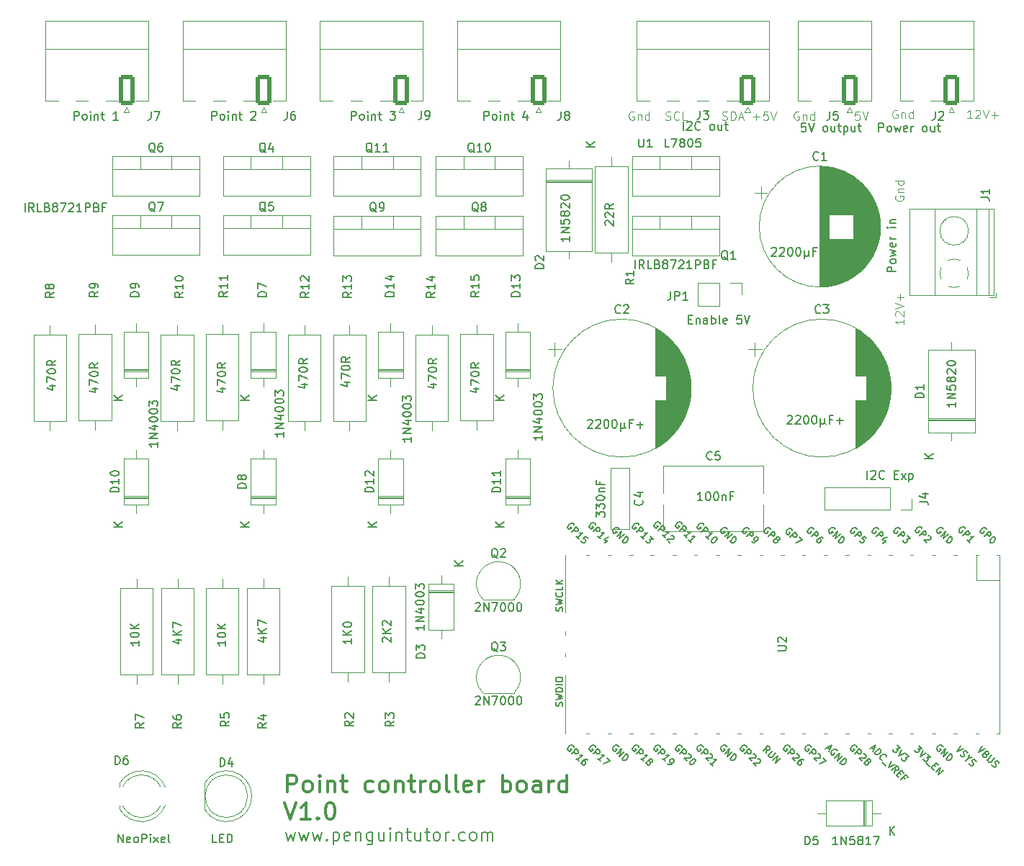
<source format=gto>
%TF.GenerationSoftware,KiCad,Pcbnew,7.0.7+dfsg-1*%
%TF.CreationDate,2024-04-04T17:55:19+01:00*%
%TF.ProjectId,point-controller,706f696e-742d-4636-9f6e-74726f6c6c65,rev?*%
%TF.SameCoordinates,Original*%
%TF.FileFunction,Legend,Top*%
%TF.FilePolarity,Positive*%
%FSLAX46Y46*%
G04 Gerber Fmt 4.6, Leading zero omitted, Abs format (unit mm)*
G04 Created by KiCad (PCBNEW 7.0.7+dfsg-1) date 2024-04-04 17:55:19*
%MOMM*%
%LPD*%
G01*
G04 APERTURE LIST*
G04 Aperture macros list*
%AMRoundRect*
0 Rectangle with rounded corners*
0 $1 Rounding radius*
0 $2 $3 $4 $5 $6 $7 $8 $9 X,Y pos of 4 corners*
0 Add a 4 corners polygon primitive as box body*
4,1,4,$2,$3,$4,$5,$6,$7,$8,$9,$2,$3,0*
0 Add four circle primitives for the rounded corners*
1,1,$1+$1,$2,$3*
1,1,$1+$1,$4,$5*
1,1,$1+$1,$6,$7*
1,1,$1+$1,$8,$9*
0 Add four rect primitives between the rounded corners*
20,1,$1+$1,$2,$3,$4,$5,0*
20,1,$1+$1,$4,$5,$6,$7,0*
20,1,$1+$1,$6,$7,$8,$9,0*
20,1,$1+$1,$8,$9,$2,$3,0*%
G04 Aperture macros list end*
%ADD10C,0.300000*%
%ADD11C,0.100000*%
%ADD12C,0.150000*%
%ADD13C,0.120000*%
%ADD14R,1.905000X2.000000*%
%ADD15O,1.905000X2.000000*%
%ADD16C,2.400000*%
%ADD17O,2.400000X2.400000*%
%ADD18R,1.800000X1.800000*%
%ADD19C,1.800000*%
%ADD20R,2.200000X2.200000*%
%ADD21O,2.200000X2.200000*%
%ADD22R,1.050000X1.500000*%
%ADD23O,1.050000X1.500000*%
%ADD24RoundRect,0.250000X0.650000X1.550000X-0.650000X1.550000X-0.650000X-1.550000X0.650000X-1.550000X0*%
%ADD25O,1.800000X3.600000*%
%ADD26R,3.200000X3.200000*%
%ADD27O,3.200000X3.200000*%
%ADD28C,1.600000*%
%ADD29R,2.400000X2.400000*%
%ADD30R,2.500000X2.500000*%
%ADD31C,2.500000*%
%ADD32C,3.200000*%
%ADD33R,2.600000X2.600000*%
%ADD34C,2.600000*%
%ADD35R,1.700000X1.700000*%
%ADD36O,1.700000X1.700000*%
%ADD37O,1.800000X1.800000*%
%ADD38O,1.500000X1.500000*%
%ADD39R,1.700000X3.500000*%
%ADD40R,3.500000X1.700000*%
G04 APERTURE END LIST*
D10*
X75873558Y-105519638D02*
X75873558Y-103519638D01*
X75873558Y-103519638D02*
X76635463Y-103519638D01*
X76635463Y-103519638D02*
X76825939Y-103614876D01*
X76825939Y-103614876D02*
X76921177Y-103710114D01*
X76921177Y-103710114D02*
X77016415Y-103900590D01*
X77016415Y-103900590D02*
X77016415Y-104186304D01*
X77016415Y-104186304D02*
X76921177Y-104376780D01*
X76921177Y-104376780D02*
X76825939Y-104472019D01*
X76825939Y-104472019D02*
X76635463Y-104567257D01*
X76635463Y-104567257D02*
X75873558Y-104567257D01*
X78159272Y-105519638D02*
X77968796Y-105424400D01*
X77968796Y-105424400D02*
X77873558Y-105329161D01*
X77873558Y-105329161D02*
X77778320Y-105138685D01*
X77778320Y-105138685D02*
X77778320Y-104567257D01*
X77778320Y-104567257D02*
X77873558Y-104376780D01*
X77873558Y-104376780D02*
X77968796Y-104281542D01*
X77968796Y-104281542D02*
X78159272Y-104186304D01*
X78159272Y-104186304D02*
X78444987Y-104186304D01*
X78444987Y-104186304D02*
X78635463Y-104281542D01*
X78635463Y-104281542D02*
X78730701Y-104376780D01*
X78730701Y-104376780D02*
X78825939Y-104567257D01*
X78825939Y-104567257D02*
X78825939Y-105138685D01*
X78825939Y-105138685D02*
X78730701Y-105329161D01*
X78730701Y-105329161D02*
X78635463Y-105424400D01*
X78635463Y-105424400D02*
X78444987Y-105519638D01*
X78444987Y-105519638D02*
X78159272Y-105519638D01*
X79683082Y-105519638D02*
X79683082Y-104186304D01*
X79683082Y-103519638D02*
X79587844Y-103614876D01*
X79587844Y-103614876D02*
X79683082Y-103710114D01*
X79683082Y-103710114D02*
X79778320Y-103614876D01*
X79778320Y-103614876D02*
X79683082Y-103519638D01*
X79683082Y-103519638D02*
X79683082Y-103710114D01*
X80635463Y-104186304D02*
X80635463Y-105519638D01*
X80635463Y-104376780D02*
X80730701Y-104281542D01*
X80730701Y-104281542D02*
X80921177Y-104186304D01*
X80921177Y-104186304D02*
X81206892Y-104186304D01*
X81206892Y-104186304D02*
X81397368Y-104281542D01*
X81397368Y-104281542D02*
X81492606Y-104472019D01*
X81492606Y-104472019D02*
X81492606Y-105519638D01*
X82159273Y-104186304D02*
X82921177Y-104186304D01*
X82444987Y-103519638D02*
X82444987Y-105233923D01*
X82444987Y-105233923D02*
X82540225Y-105424400D01*
X82540225Y-105424400D02*
X82730701Y-105519638D01*
X82730701Y-105519638D02*
X82921177Y-105519638D01*
X85968797Y-105424400D02*
X85778321Y-105519638D01*
X85778321Y-105519638D02*
X85397368Y-105519638D01*
X85397368Y-105519638D02*
X85206892Y-105424400D01*
X85206892Y-105424400D02*
X85111654Y-105329161D01*
X85111654Y-105329161D02*
X85016416Y-105138685D01*
X85016416Y-105138685D02*
X85016416Y-104567257D01*
X85016416Y-104567257D02*
X85111654Y-104376780D01*
X85111654Y-104376780D02*
X85206892Y-104281542D01*
X85206892Y-104281542D02*
X85397368Y-104186304D01*
X85397368Y-104186304D02*
X85778321Y-104186304D01*
X85778321Y-104186304D02*
X85968797Y-104281542D01*
X87111654Y-105519638D02*
X86921178Y-105424400D01*
X86921178Y-105424400D02*
X86825940Y-105329161D01*
X86825940Y-105329161D02*
X86730702Y-105138685D01*
X86730702Y-105138685D02*
X86730702Y-104567257D01*
X86730702Y-104567257D02*
X86825940Y-104376780D01*
X86825940Y-104376780D02*
X86921178Y-104281542D01*
X86921178Y-104281542D02*
X87111654Y-104186304D01*
X87111654Y-104186304D02*
X87397369Y-104186304D01*
X87397369Y-104186304D02*
X87587845Y-104281542D01*
X87587845Y-104281542D02*
X87683083Y-104376780D01*
X87683083Y-104376780D02*
X87778321Y-104567257D01*
X87778321Y-104567257D02*
X87778321Y-105138685D01*
X87778321Y-105138685D02*
X87683083Y-105329161D01*
X87683083Y-105329161D02*
X87587845Y-105424400D01*
X87587845Y-105424400D02*
X87397369Y-105519638D01*
X87397369Y-105519638D02*
X87111654Y-105519638D01*
X88635464Y-104186304D02*
X88635464Y-105519638D01*
X88635464Y-104376780D02*
X88730702Y-104281542D01*
X88730702Y-104281542D02*
X88921178Y-104186304D01*
X88921178Y-104186304D02*
X89206893Y-104186304D01*
X89206893Y-104186304D02*
X89397369Y-104281542D01*
X89397369Y-104281542D02*
X89492607Y-104472019D01*
X89492607Y-104472019D02*
X89492607Y-105519638D01*
X90159274Y-104186304D02*
X90921178Y-104186304D01*
X90444988Y-103519638D02*
X90444988Y-105233923D01*
X90444988Y-105233923D02*
X90540226Y-105424400D01*
X90540226Y-105424400D02*
X90730702Y-105519638D01*
X90730702Y-105519638D02*
X90921178Y-105519638D01*
X91587845Y-105519638D02*
X91587845Y-104186304D01*
X91587845Y-104567257D02*
X91683083Y-104376780D01*
X91683083Y-104376780D02*
X91778321Y-104281542D01*
X91778321Y-104281542D02*
X91968797Y-104186304D01*
X91968797Y-104186304D02*
X92159274Y-104186304D01*
X93111654Y-105519638D02*
X92921178Y-105424400D01*
X92921178Y-105424400D02*
X92825940Y-105329161D01*
X92825940Y-105329161D02*
X92730702Y-105138685D01*
X92730702Y-105138685D02*
X92730702Y-104567257D01*
X92730702Y-104567257D02*
X92825940Y-104376780D01*
X92825940Y-104376780D02*
X92921178Y-104281542D01*
X92921178Y-104281542D02*
X93111654Y-104186304D01*
X93111654Y-104186304D02*
X93397369Y-104186304D01*
X93397369Y-104186304D02*
X93587845Y-104281542D01*
X93587845Y-104281542D02*
X93683083Y-104376780D01*
X93683083Y-104376780D02*
X93778321Y-104567257D01*
X93778321Y-104567257D02*
X93778321Y-105138685D01*
X93778321Y-105138685D02*
X93683083Y-105329161D01*
X93683083Y-105329161D02*
X93587845Y-105424400D01*
X93587845Y-105424400D02*
X93397369Y-105519638D01*
X93397369Y-105519638D02*
X93111654Y-105519638D01*
X94921178Y-105519638D02*
X94730702Y-105424400D01*
X94730702Y-105424400D02*
X94635464Y-105233923D01*
X94635464Y-105233923D02*
X94635464Y-103519638D01*
X95968797Y-105519638D02*
X95778321Y-105424400D01*
X95778321Y-105424400D02*
X95683083Y-105233923D01*
X95683083Y-105233923D02*
X95683083Y-103519638D01*
X97492607Y-105424400D02*
X97302131Y-105519638D01*
X97302131Y-105519638D02*
X96921178Y-105519638D01*
X96921178Y-105519638D02*
X96730702Y-105424400D01*
X96730702Y-105424400D02*
X96635464Y-105233923D01*
X96635464Y-105233923D02*
X96635464Y-104472019D01*
X96635464Y-104472019D02*
X96730702Y-104281542D01*
X96730702Y-104281542D02*
X96921178Y-104186304D01*
X96921178Y-104186304D02*
X97302131Y-104186304D01*
X97302131Y-104186304D02*
X97492607Y-104281542D01*
X97492607Y-104281542D02*
X97587845Y-104472019D01*
X97587845Y-104472019D02*
X97587845Y-104662495D01*
X97587845Y-104662495D02*
X96635464Y-104852971D01*
X98444988Y-105519638D02*
X98444988Y-104186304D01*
X98444988Y-104567257D02*
X98540226Y-104376780D01*
X98540226Y-104376780D02*
X98635464Y-104281542D01*
X98635464Y-104281542D02*
X98825940Y-104186304D01*
X98825940Y-104186304D02*
X99016417Y-104186304D01*
X101206893Y-105519638D02*
X101206893Y-103519638D01*
X101206893Y-104281542D02*
X101397369Y-104186304D01*
X101397369Y-104186304D02*
X101778322Y-104186304D01*
X101778322Y-104186304D02*
X101968798Y-104281542D01*
X101968798Y-104281542D02*
X102064036Y-104376780D01*
X102064036Y-104376780D02*
X102159274Y-104567257D01*
X102159274Y-104567257D02*
X102159274Y-105138685D01*
X102159274Y-105138685D02*
X102064036Y-105329161D01*
X102064036Y-105329161D02*
X101968798Y-105424400D01*
X101968798Y-105424400D02*
X101778322Y-105519638D01*
X101778322Y-105519638D02*
X101397369Y-105519638D01*
X101397369Y-105519638D02*
X101206893Y-105424400D01*
X103302131Y-105519638D02*
X103111655Y-105424400D01*
X103111655Y-105424400D02*
X103016417Y-105329161D01*
X103016417Y-105329161D02*
X102921179Y-105138685D01*
X102921179Y-105138685D02*
X102921179Y-104567257D01*
X102921179Y-104567257D02*
X103016417Y-104376780D01*
X103016417Y-104376780D02*
X103111655Y-104281542D01*
X103111655Y-104281542D02*
X103302131Y-104186304D01*
X103302131Y-104186304D02*
X103587846Y-104186304D01*
X103587846Y-104186304D02*
X103778322Y-104281542D01*
X103778322Y-104281542D02*
X103873560Y-104376780D01*
X103873560Y-104376780D02*
X103968798Y-104567257D01*
X103968798Y-104567257D02*
X103968798Y-105138685D01*
X103968798Y-105138685D02*
X103873560Y-105329161D01*
X103873560Y-105329161D02*
X103778322Y-105424400D01*
X103778322Y-105424400D02*
X103587846Y-105519638D01*
X103587846Y-105519638D02*
X103302131Y-105519638D01*
X105683084Y-105519638D02*
X105683084Y-104472019D01*
X105683084Y-104472019D02*
X105587846Y-104281542D01*
X105587846Y-104281542D02*
X105397370Y-104186304D01*
X105397370Y-104186304D02*
X105016417Y-104186304D01*
X105016417Y-104186304D02*
X104825941Y-104281542D01*
X105683084Y-105424400D02*
X105492608Y-105519638D01*
X105492608Y-105519638D02*
X105016417Y-105519638D01*
X105016417Y-105519638D02*
X104825941Y-105424400D01*
X104825941Y-105424400D02*
X104730703Y-105233923D01*
X104730703Y-105233923D02*
X104730703Y-105043447D01*
X104730703Y-105043447D02*
X104825941Y-104852971D01*
X104825941Y-104852971D02*
X105016417Y-104757733D01*
X105016417Y-104757733D02*
X105492608Y-104757733D01*
X105492608Y-104757733D02*
X105683084Y-104662495D01*
X106635465Y-105519638D02*
X106635465Y-104186304D01*
X106635465Y-104567257D02*
X106730703Y-104376780D01*
X106730703Y-104376780D02*
X106825941Y-104281542D01*
X106825941Y-104281542D02*
X107016417Y-104186304D01*
X107016417Y-104186304D02*
X107206894Y-104186304D01*
X108730703Y-105519638D02*
X108730703Y-103519638D01*
X108730703Y-105424400D02*
X108540227Y-105519638D01*
X108540227Y-105519638D02*
X108159274Y-105519638D01*
X108159274Y-105519638D02*
X107968798Y-105424400D01*
X107968798Y-105424400D02*
X107873560Y-105329161D01*
X107873560Y-105329161D02*
X107778322Y-105138685D01*
X107778322Y-105138685D02*
X107778322Y-104567257D01*
X107778322Y-104567257D02*
X107873560Y-104376780D01*
X107873560Y-104376780D02*
X107968798Y-104281542D01*
X107968798Y-104281542D02*
X108159274Y-104186304D01*
X108159274Y-104186304D02*
X108540227Y-104186304D01*
X108540227Y-104186304D02*
X108730703Y-104281542D01*
X75587844Y-106739638D02*
X76254510Y-108739638D01*
X76254510Y-108739638D02*
X76921177Y-106739638D01*
X78635463Y-108739638D02*
X77492606Y-108739638D01*
X78064034Y-108739638D02*
X78064034Y-106739638D01*
X78064034Y-106739638D02*
X77873558Y-107025352D01*
X77873558Y-107025352D02*
X77683082Y-107215828D01*
X77683082Y-107215828D02*
X77492606Y-107311066D01*
X79492606Y-108549161D02*
X79587844Y-108644400D01*
X79587844Y-108644400D02*
X79492606Y-108739638D01*
X79492606Y-108739638D02*
X79397368Y-108644400D01*
X79397368Y-108644400D02*
X79492606Y-108549161D01*
X79492606Y-108549161D02*
X79492606Y-108739638D01*
X80825939Y-106739638D02*
X81016416Y-106739638D01*
X81016416Y-106739638D02*
X81206892Y-106834876D01*
X81206892Y-106834876D02*
X81302130Y-106930114D01*
X81302130Y-106930114D02*
X81397368Y-107120590D01*
X81397368Y-107120590D02*
X81492606Y-107501542D01*
X81492606Y-107501542D02*
X81492606Y-107977733D01*
X81492606Y-107977733D02*
X81397368Y-108358685D01*
X81397368Y-108358685D02*
X81302130Y-108549161D01*
X81302130Y-108549161D02*
X81206892Y-108644400D01*
X81206892Y-108644400D02*
X81016416Y-108739638D01*
X81016416Y-108739638D02*
X80825939Y-108739638D01*
X80825939Y-108739638D02*
X80635463Y-108644400D01*
X80635463Y-108644400D02*
X80540225Y-108549161D01*
X80540225Y-108549161D02*
X80444987Y-108358685D01*
X80444987Y-108358685D02*
X80349749Y-107977733D01*
X80349749Y-107977733D02*
X80349749Y-107501542D01*
X80349749Y-107501542D02*
X80444987Y-107120590D01*
X80444987Y-107120590D02*
X80540225Y-106930114D01*
X80540225Y-106930114D02*
X80635463Y-106834876D01*
X80635463Y-106834876D02*
X80825939Y-106739638D01*
D11*
X143180074Y-25472419D02*
X142703884Y-25472419D01*
X142703884Y-25472419D02*
X142656265Y-25948609D01*
X142656265Y-25948609D02*
X142703884Y-25900990D01*
X142703884Y-25900990D02*
X142799122Y-25853371D01*
X142799122Y-25853371D02*
X143037217Y-25853371D01*
X143037217Y-25853371D02*
X143132455Y-25900990D01*
X143132455Y-25900990D02*
X143180074Y-25948609D01*
X143180074Y-25948609D02*
X143227693Y-26043847D01*
X143227693Y-26043847D02*
X143227693Y-26281942D01*
X143227693Y-26281942D02*
X143180074Y-26377180D01*
X143180074Y-26377180D02*
X143132455Y-26424800D01*
X143132455Y-26424800D02*
X143037217Y-26472419D01*
X143037217Y-26472419D02*
X142799122Y-26472419D01*
X142799122Y-26472419D02*
X142703884Y-26424800D01*
X142703884Y-26424800D02*
X142656265Y-26377180D01*
X143513408Y-25472419D02*
X143846741Y-26472419D01*
X143846741Y-26472419D02*
X144180074Y-25472419D01*
X136027693Y-25520038D02*
X135932455Y-25472419D01*
X135932455Y-25472419D02*
X135789598Y-25472419D01*
X135789598Y-25472419D02*
X135646741Y-25520038D01*
X135646741Y-25520038D02*
X135551503Y-25615276D01*
X135551503Y-25615276D02*
X135503884Y-25710514D01*
X135503884Y-25710514D02*
X135456265Y-25900990D01*
X135456265Y-25900990D02*
X135456265Y-26043847D01*
X135456265Y-26043847D02*
X135503884Y-26234323D01*
X135503884Y-26234323D02*
X135551503Y-26329561D01*
X135551503Y-26329561D02*
X135646741Y-26424800D01*
X135646741Y-26424800D02*
X135789598Y-26472419D01*
X135789598Y-26472419D02*
X135884836Y-26472419D01*
X135884836Y-26472419D02*
X136027693Y-26424800D01*
X136027693Y-26424800D02*
X136075312Y-26377180D01*
X136075312Y-26377180D02*
X136075312Y-26043847D01*
X136075312Y-26043847D02*
X135884836Y-26043847D01*
X136503884Y-25805752D02*
X136503884Y-26472419D01*
X136503884Y-25900990D02*
X136551503Y-25853371D01*
X136551503Y-25853371D02*
X136646741Y-25805752D01*
X136646741Y-25805752D02*
X136789598Y-25805752D01*
X136789598Y-25805752D02*
X136884836Y-25853371D01*
X136884836Y-25853371D02*
X136932455Y-25948609D01*
X136932455Y-25948609D02*
X136932455Y-26472419D01*
X137837217Y-26472419D02*
X137837217Y-25472419D01*
X137837217Y-26424800D02*
X137741979Y-26472419D01*
X137741979Y-26472419D02*
X137551503Y-26472419D01*
X137551503Y-26472419D02*
X137456265Y-26424800D01*
X137456265Y-26424800D02*
X137408646Y-26377180D01*
X137408646Y-26377180D02*
X137361027Y-26281942D01*
X137361027Y-26281942D02*
X137361027Y-25996228D01*
X137361027Y-25996228D02*
X137408646Y-25900990D01*
X137408646Y-25900990D02*
X137456265Y-25853371D01*
X137456265Y-25853371D02*
X137551503Y-25805752D01*
X137551503Y-25805752D02*
X137741979Y-25805752D01*
X137741979Y-25805752D02*
X137837217Y-25853371D01*
X147627693Y-25320038D02*
X147532455Y-25272419D01*
X147532455Y-25272419D02*
X147389598Y-25272419D01*
X147389598Y-25272419D02*
X147246741Y-25320038D01*
X147246741Y-25320038D02*
X147151503Y-25415276D01*
X147151503Y-25415276D02*
X147103884Y-25510514D01*
X147103884Y-25510514D02*
X147056265Y-25700990D01*
X147056265Y-25700990D02*
X147056265Y-25843847D01*
X147056265Y-25843847D02*
X147103884Y-26034323D01*
X147103884Y-26034323D02*
X147151503Y-26129561D01*
X147151503Y-26129561D02*
X147246741Y-26224800D01*
X147246741Y-26224800D02*
X147389598Y-26272419D01*
X147389598Y-26272419D02*
X147484836Y-26272419D01*
X147484836Y-26272419D02*
X147627693Y-26224800D01*
X147627693Y-26224800D02*
X147675312Y-26177180D01*
X147675312Y-26177180D02*
X147675312Y-25843847D01*
X147675312Y-25843847D02*
X147484836Y-25843847D01*
X148103884Y-25605752D02*
X148103884Y-26272419D01*
X148103884Y-25700990D02*
X148151503Y-25653371D01*
X148151503Y-25653371D02*
X148246741Y-25605752D01*
X148246741Y-25605752D02*
X148389598Y-25605752D01*
X148389598Y-25605752D02*
X148484836Y-25653371D01*
X148484836Y-25653371D02*
X148532455Y-25748609D01*
X148532455Y-25748609D02*
X148532455Y-26272419D01*
X149437217Y-26272419D02*
X149437217Y-25272419D01*
X149437217Y-26224800D02*
X149341979Y-26272419D01*
X149341979Y-26272419D02*
X149151503Y-26272419D01*
X149151503Y-26272419D02*
X149056265Y-26224800D01*
X149056265Y-26224800D02*
X149008646Y-26177180D01*
X149008646Y-26177180D02*
X148961027Y-26081942D01*
X148961027Y-26081942D02*
X148961027Y-25796228D01*
X148961027Y-25796228D02*
X149008646Y-25700990D01*
X149008646Y-25700990D02*
X149056265Y-25653371D01*
X149056265Y-25653371D02*
X149151503Y-25605752D01*
X149151503Y-25605752D02*
X149341979Y-25605752D01*
X149341979Y-25605752D02*
X149437217Y-25653371D01*
X147420038Y-35422306D02*
X147372419Y-35517544D01*
X147372419Y-35517544D02*
X147372419Y-35660401D01*
X147372419Y-35660401D02*
X147420038Y-35803258D01*
X147420038Y-35803258D02*
X147515276Y-35898496D01*
X147515276Y-35898496D02*
X147610514Y-35946115D01*
X147610514Y-35946115D02*
X147800990Y-35993734D01*
X147800990Y-35993734D02*
X147943847Y-35993734D01*
X147943847Y-35993734D02*
X148134323Y-35946115D01*
X148134323Y-35946115D02*
X148229561Y-35898496D01*
X148229561Y-35898496D02*
X148324800Y-35803258D01*
X148324800Y-35803258D02*
X148372419Y-35660401D01*
X148372419Y-35660401D02*
X148372419Y-35565163D01*
X148372419Y-35565163D02*
X148324800Y-35422306D01*
X148324800Y-35422306D02*
X148277180Y-35374687D01*
X148277180Y-35374687D02*
X147943847Y-35374687D01*
X147943847Y-35374687D02*
X147943847Y-35565163D01*
X147705752Y-34946115D02*
X148372419Y-34946115D01*
X147800990Y-34946115D02*
X147753371Y-34898496D01*
X147753371Y-34898496D02*
X147705752Y-34803258D01*
X147705752Y-34803258D02*
X147705752Y-34660401D01*
X147705752Y-34660401D02*
X147753371Y-34565163D01*
X147753371Y-34565163D02*
X147848609Y-34517544D01*
X147848609Y-34517544D02*
X148372419Y-34517544D01*
X148372419Y-33612782D02*
X147372419Y-33612782D01*
X148324800Y-33612782D02*
X148372419Y-33708020D01*
X148372419Y-33708020D02*
X148372419Y-33898496D01*
X148372419Y-33898496D02*
X148324800Y-33993734D01*
X148324800Y-33993734D02*
X148277180Y-34041353D01*
X148277180Y-34041353D02*
X148181942Y-34088972D01*
X148181942Y-34088972D02*
X147896228Y-34088972D01*
X147896228Y-34088972D02*
X147800990Y-34041353D01*
X147800990Y-34041353D02*
X147753371Y-33993734D01*
X147753371Y-33993734D02*
X147705752Y-33898496D01*
X147705752Y-33898496D02*
X147705752Y-33708020D01*
X147705752Y-33708020D02*
X147753371Y-33612782D01*
X127056265Y-26424800D02*
X127199122Y-26472419D01*
X127199122Y-26472419D02*
X127437217Y-26472419D01*
X127437217Y-26472419D02*
X127532455Y-26424800D01*
X127532455Y-26424800D02*
X127580074Y-26377180D01*
X127580074Y-26377180D02*
X127627693Y-26281942D01*
X127627693Y-26281942D02*
X127627693Y-26186704D01*
X127627693Y-26186704D02*
X127580074Y-26091466D01*
X127580074Y-26091466D02*
X127532455Y-26043847D01*
X127532455Y-26043847D02*
X127437217Y-25996228D01*
X127437217Y-25996228D02*
X127246741Y-25948609D01*
X127246741Y-25948609D02*
X127151503Y-25900990D01*
X127151503Y-25900990D02*
X127103884Y-25853371D01*
X127103884Y-25853371D02*
X127056265Y-25758133D01*
X127056265Y-25758133D02*
X127056265Y-25662895D01*
X127056265Y-25662895D02*
X127103884Y-25567657D01*
X127103884Y-25567657D02*
X127151503Y-25520038D01*
X127151503Y-25520038D02*
X127246741Y-25472419D01*
X127246741Y-25472419D02*
X127484836Y-25472419D01*
X127484836Y-25472419D02*
X127627693Y-25520038D01*
X128056265Y-26472419D02*
X128056265Y-25472419D01*
X128056265Y-25472419D02*
X128294360Y-25472419D01*
X128294360Y-25472419D02*
X128437217Y-25520038D01*
X128437217Y-25520038D02*
X128532455Y-25615276D01*
X128532455Y-25615276D02*
X128580074Y-25710514D01*
X128580074Y-25710514D02*
X128627693Y-25900990D01*
X128627693Y-25900990D02*
X128627693Y-26043847D01*
X128627693Y-26043847D02*
X128580074Y-26234323D01*
X128580074Y-26234323D02*
X128532455Y-26329561D01*
X128532455Y-26329561D02*
X128437217Y-26424800D01*
X128437217Y-26424800D02*
X128294360Y-26472419D01*
X128294360Y-26472419D02*
X128056265Y-26472419D01*
X129008646Y-26186704D02*
X129484836Y-26186704D01*
X128913408Y-26472419D02*
X129246741Y-25472419D01*
X129246741Y-25472419D02*
X129580074Y-26472419D01*
X130675313Y-26091466D02*
X131437218Y-26091466D01*
X131056265Y-26472419D02*
X131056265Y-25710514D01*
X132389598Y-25472419D02*
X131913408Y-25472419D01*
X131913408Y-25472419D02*
X131865789Y-25948609D01*
X131865789Y-25948609D02*
X131913408Y-25900990D01*
X131913408Y-25900990D02*
X132008646Y-25853371D01*
X132008646Y-25853371D02*
X132246741Y-25853371D01*
X132246741Y-25853371D02*
X132341979Y-25900990D01*
X132341979Y-25900990D02*
X132389598Y-25948609D01*
X132389598Y-25948609D02*
X132437217Y-26043847D01*
X132437217Y-26043847D02*
X132437217Y-26281942D01*
X132437217Y-26281942D02*
X132389598Y-26377180D01*
X132389598Y-26377180D02*
X132341979Y-26424800D01*
X132341979Y-26424800D02*
X132246741Y-26472419D01*
X132246741Y-26472419D02*
X132008646Y-26472419D01*
X132008646Y-26472419D02*
X131913408Y-26424800D01*
X131913408Y-26424800D02*
X131865789Y-26377180D01*
X132722932Y-25472419D02*
X133056265Y-26472419D01*
X133056265Y-26472419D02*
X133389598Y-25472419D01*
X148372419Y-49922306D02*
X148372419Y-50493734D01*
X148372419Y-50208020D02*
X147372419Y-50208020D01*
X147372419Y-50208020D02*
X147515276Y-50303258D01*
X147515276Y-50303258D02*
X147610514Y-50398496D01*
X147610514Y-50398496D02*
X147658133Y-50493734D01*
X147467657Y-49541353D02*
X147420038Y-49493734D01*
X147420038Y-49493734D02*
X147372419Y-49398496D01*
X147372419Y-49398496D02*
X147372419Y-49160401D01*
X147372419Y-49160401D02*
X147420038Y-49065163D01*
X147420038Y-49065163D02*
X147467657Y-49017544D01*
X147467657Y-49017544D02*
X147562895Y-48969925D01*
X147562895Y-48969925D02*
X147658133Y-48969925D01*
X147658133Y-48969925D02*
X147800990Y-49017544D01*
X147800990Y-49017544D02*
X148372419Y-49588972D01*
X148372419Y-49588972D02*
X148372419Y-48969925D01*
X147372419Y-48684210D02*
X148372419Y-48350877D01*
X148372419Y-48350877D02*
X147372419Y-48017544D01*
X147991466Y-47684210D02*
X147991466Y-46922306D01*
X148372419Y-47303258D02*
X147610514Y-47303258D01*
X156427693Y-26272419D02*
X155856265Y-26272419D01*
X156141979Y-26272419D02*
X156141979Y-25272419D01*
X156141979Y-25272419D02*
X156046741Y-25415276D01*
X156046741Y-25415276D02*
X155951503Y-25510514D01*
X155951503Y-25510514D02*
X155856265Y-25558133D01*
X156808646Y-25367657D02*
X156856265Y-25320038D01*
X156856265Y-25320038D02*
X156951503Y-25272419D01*
X156951503Y-25272419D02*
X157189598Y-25272419D01*
X157189598Y-25272419D02*
X157284836Y-25320038D01*
X157284836Y-25320038D02*
X157332455Y-25367657D01*
X157332455Y-25367657D02*
X157380074Y-25462895D01*
X157380074Y-25462895D02*
X157380074Y-25558133D01*
X157380074Y-25558133D02*
X157332455Y-25700990D01*
X157332455Y-25700990D02*
X156761027Y-26272419D01*
X156761027Y-26272419D02*
X157380074Y-26272419D01*
X157665789Y-25272419D02*
X157999122Y-26272419D01*
X157999122Y-26272419D02*
X158332455Y-25272419D01*
X158665789Y-25891466D02*
X159427694Y-25891466D01*
X159046741Y-26272419D02*
X159046741Y-25510514D01*
X116627693Y-25520038D02*
X116532455Y-25472419D01*
X116532455Y-25472419D02*
X116389598Y-25472419D01*
X116389598Y-25472419D02*
X116246741Y-25520038D01*
X116246741Y-25520038D02*
X116151503Y-25615276D01*
X116151503Y-25615276D02*
X116103884Y-25710514D01*
X116103884Y-25710514D02*
X116056265Y-25900990D01*
X116056265Y-25900990D02*
X116056265Y-26043847D01*
X116056265Y-26043847D02*
X116103884Y-26234323D01*
X116103884Y-26234323D02*
X116151503Y-26329561D01*
X116151503Y-26329561D02*
X116246741Y-26424800D01*
X116246741Y-26424800D02*
X116389598Y-26472419D01*
X116389598Y-26472419D02*
X116484836Y-26472419D01*
X116484836Y-26472419D02*
X116627693Y-26424800D01*
X116627693Y-26424800D02*
X116675312Y-26377180D01*
X116675312Y-26377180D02*
X116675312Y-26043847D01*
X116675312Y-26043847D02*
X116484836Y-26043847D01*
X117103884Y-25805752D02*
X117103884Y-26472419D01*
X117103884Y-25900990D02*
X117151503Y-25853371D01*
X117151503Y-25853371D02*
X117246741Y-25805752D01*
X117246741Y-25805752D02*
X117389598Y-25805752D01*
X117389598Y-25805752D02*
X117484836Y-25853371D01*
X117484836Y-25853371D02*
X117532455Y-25948609D01*
X117532455Y-25948609D02*
X117532455Y-26472419D01*
X118437217Y-26472419D02*
X118437217Y-25472419D01*
X118437217Y-26424800D02*
X118341979Y-26472419D01*
X118341979Y-26472419D02*
X118151503Y-26472419D01*
X118151503Y-26472419D02*
X118056265Y-26424800D01*
X118056265Y-26424800D02*
X118008646Y-26377180D01*
X118008646Y-26377180D02*
X117961027Y-26281942D01*
X117961027Y-26281942D02*
X117961027Y-25996228D01*
X117961027Y-25996228D02*
X118008646Y-25900990D01*
X118008646Y-25900990D02*
X118056265Y-25853371D01*
X118056265Y-25853371D02*
X118151503Y-25805752D01*
X118151503Y-25805752D02*
X118341979Y-25805752D01*
X118341979Y-25805752D02*
X118437217Y-25853371D01*
X120389599Y-26424800D02*
X120532456Y-26472419D01*
X120532456Y-26472419D02*
X120770551Y-26472419D01*
X120770551Y-26472419D02*
X120865789Y-26424800D01*
X120865789Y-26424800D02*
X120913408Y-26377180D01*
X120913408Y-26377180D02*
X120961027Y-26281942D01*
X120961027Y-26281942D02*
X120961027Y-26186704D01*
X120961027Y-26186704D02*
X120913408Y-26091466D01*
X120913408Y-26091466D02*
X120865789Y-26043847D01*
X120865789Y-26043847D02*
X120770551Y-25996228D01*
X120770551Y-25996228D02*
X120580075Y-25948609D01*
X120580075Y-25948609D02*
X120484837Y-25900990D01*
X120484837Y-25900990D02*
X120437218Y-25853371D01*
X120437218Y-25853371D02*
X120389599Y-25758133D01*
X120389599Y-25758133D02*
X120389599Y-25662895D01*
X120389599Y-25662895D02*
X120437218Y-25567657D01*
X120437218Y-25567657D02*
X120484837Y-25520038D01*
X120484837Y-25520038D02*
X120580075Y-25472419D01*
X120580075Y-25472419D02*
X120818170Y-25472419D01*
X120818170Y-25472419D02*
X120961027Y-25520038D01*
X121961027Y-26377180D02*
X121913408Y-26424800D01*
X121913408Y-26424800D02*
X121770551Y-26472419D01*
X121770551Y-26472419D02*
X121675313Y-26472419D01*
X121675313Y-26472419D02*
X121532456Y-26424800D01*
X121532456Y-26424800D02*
X121437218Y-26329561D01*
X121437218Y-26329561D02*
X121389599Y-26234323D01*
X121389599Y-26234323D02*
X121341980Y-26043847D01*
X121341980Y-26043847D02*
X121341980Y-25900990D01*
X121341980Y-25900990D02*
X121389599Y-25710514D01*
X121389599Y-25710514D02*
X121437218Y-25615276D01*
X121437218Y-25615276D02*
X121532456Y-25520038D01*
X121532456Y-25520038D02*
X121675313Y-25472419D01*
X121675313Y-25472419D02*
X121770551Y-25472419D01*
X121770551Y-25472419D02*
X121913408Y-25520038D01*
X121913408Y-25520038D02*
X121961027Y-25567657D01*
X122865789Y-26472419D02*
X122389599Y-26472419D01*
X122389599Y-26472419D02*
X122389599Y-25472419D01*
D12*
X75712969Y-110208628D02*
X75998684Y-111208628D01*
X75998684Y-111208628D02*
X76284398Y-110494342D01*
X76284398Y-110494342D02*
X76570112Y-111208628D01*
X76570112Y-111208628D02*
X76855826Y-110208628D01*
X77284398Y-110208628D02*
X77570113Y-111208628D01*
X77570113Y-111208628D02*
X77855827Y-110494342D01*
X77855827Y-110494342D02*
X78141541Y-111208628D01*
X78141541Y-111208628D02*
X78427255Y-110208628D01*
X78855827Y-110208628D02*
X79141542Y-111208628D01*
X79141542Y-111208628D02*
X79427256Y-110494342D01*
X79427256Y-110494342D02*
X79712970Y-111208628D01*
X79712970Y-111208628D02*
X79998684Y-110208628D01*
X80570113Y-111065771D02*
X80641542Y-111137200D01*
X80641542Y-111137200D02*
X80570113Y-111208628D01*
X80570113Y-111208628D02*
X80498685Y-111137200D01*
X80498685Y-111137200D02*
X80570113Y-111065771D01*
X80570113Y-111065771D02*
X80570113Y-111208628D01*
X81284399Y-110208628D02*
X81284399Y-111708628D01*
X81284399Y-110280057D02*
X81427257Y-110208628D01*
X81427257Y-110208628D02*
X81712971Y-110208628D01*
X81712971Y-110208628D02*
X81855828Y-110280057D01*
X81855828Y-110280057D02*
X81927257Y-110351485D01*
X81927257Y-110351485D02*
X81998685Y-110494342D01*
X81998685Y-110494342D02*
X81998685Y-110922914D01*
X81998685Y-110922914D02*
X81927257Y-111065771D01*
X81927257Y-111065771D02*
X81855828Y-111137200D01*
X81855828Y-111137200D02*
X81712971Y-111208628D01*
X81712971Y-111208628D02*
X81427257Y-111208628D01*
X81427257Y-111208628D02*
X81284399Y-111137200D01*
X83212971Y-111137200D02*
X83070114Y-111208628D01*
X83070114Y-111208628D02*
X82784400Y-111208628D01*
X82784400Y-111208628D02*
X82641542Y-111137200D01*
X82641542Y-111137200D02*
X82570114Y-110994342D01*
X82570114Y-110994342D02*
X82570114Y-110422914D01*
X82570114Y-110422914D02*
X82641542Y-110280057D01*
X82641542Y-110280057D02*
X82784400Y-110208628D01*
X82784400Y-110208628D02*
X83070114Y-110208628D01*
X83070114Y-110208628D02*
X83212971Y-110280057D01*
X83212971Y-110280057D02*
X83284400Y-110422914D01*
X83284400Y-110422914D02*
X83284400Y-110565771D01*
X83284400Y-110565771D02*
X82570114Y-110708628D01*
X83927256Y-110208628D02*
X83927256Y-111208628D01*
X83927256Y-110351485D02*
X83998685Y-110280057D01*
X83998685Y-110280057D02*
X84141542Y-110208628D01*
X84141542Y-110208628D02*
X84355828Y-110208628D01*
X84355828Y-110208628D02*
X84498685Y-110280057D01*
X84498685Y-110280057D02*
X84570114Y-110422914D01*
X84570114Y-110422914D02*
X84570114Y-111208628D01*
X85927257Y-110208628D02*
X85927257Y-111422914D01*
X85927257Y-111422914D02*
X85855828Y-111565771D01*
X85855828Y-111565771D02*
X85784399Y-111637200D01*
X85784399Y-111637200D02*
X85641542Y-111708628D01*
X85641542Y-111708628D02*
X85427257Y-111708628D01*
X85427257Y-111708628D02*
X85284399Y-111637200D01*
X85927257Y-111137200D02*
X85784399Y-111208628D01*
X85784399Y-111208628D02*
X85498685Y-111208628D01*
X85498685Y-111208628D02*
X85355828Y-111137200D01*
X85355828Y-111137200D02*
X85284399Y-111065771D01*
X85284399Y-111065771D02*
X85212971Y-110922914D01*
X85212971Y-110922914D02*
X85212971Y-110494342D01*
X85212971Y-110494342D02*
X85284399Y-110351485D01*
X85284399Y-110351485D02*
X85355828Y-110280057D01*
X85355828Y-110280057D02*
X85498685Y-110208628D01*
X85498685Y-110208628D02*
X85784399Y-110208628D01*
X85784399Y-110208628D02*
X85927257Y-110280057D01*
X87284400Y-110208628D02*
X87284400Y-111208628D01*
X86641542Y-110208628D02*
X86641542Y-110994342D01*
X86641542Y-110994342D02*
X86712971Y-111137200D01*
X86712971Y-111137200D02*
X86855828Y-111208628D01*
X86855828Y-111208628D02*
X87070114Y-111208628D01*
X87070114Y-111208628D02*
X87212971Y-111137200D01*
X87212971Y-111137200D02*
X87284400Y-111065771D01*
X87998685Y-111208628D02*
X87998685Y-110208628D01*
X87998685Y-109708628D02*
X87927257Y-109780057D01*
X87927257Y-109780057D02*
X87998685Y-109851485D01*
X87998685Y-109851485D02*
X88070114Y-109780057D01*
X88070114Y-109780057D02*
X87998685Y-109708628D01*
X87998685Y-109708628D02*
X87998685Y-109851485D01*
X88712971Y-110208628D02*
X88712971Y-111208628D01*
X88712971Y-110351485D02*
X88784400Y-110280057D01*
X88784400Y-110280057D02*
X88927257Y-110208628D01*
X88927257Y-110208628D02*
X89141543Y-110208628D01*
X89141543Y-110208628D02*
X89284400Y-110280057D01*
X89284400Y-110280057D02*
X89355829Y-110422914D01*
X89355829Y-110422914D02*
X89355829Y-111208628D01*
X89855829Y-110208628D02*
X90427257Y-110208628D01*
X90070114Y-109708628D02*
X90070114Y-110994342D01*
X90070114Y-110994342D02*
X90141543Y-111137200D01*
X90141543Y-111137200D02*
X90284400Y-111208628D01*
X90284400Y-111208628D02*
X90427257Y-111208628D01*
X91570115Y-110208628D02*
X91570115Y-111208628D01*
X90927257Y-110208628D02*
X90927257Y-110994342D01*
X90927257Y-110994342D02*
X90998686Y-111137200D01*
X90998686Y-111137200D02*
X91141543Y-111208628D01*
X91141543Y-111208628D02*
X91355829Y-111208628D01*
X91355829Y-111208628D02*
X91498686Y-111137200D01*
X91498686Y-111137200D02*
X91570115Y-111065771D01*
X92070115Y-110208628D02*
X92641543Y-110208628D01*
X92284400Y-109708628D02*
X92284400Y-110994342D01*
X92284400Y-110994342D02*
X92355829Y-111137200D01*
X92355829Y-111137200D02*
X92498686Y-111208628D01*
X92498686Y-111208628D02*
X92641543Y-111208628D01*
X93355829Y-111208628D02*
X93212972Y-111137200D01*
X93212972Y-111137200D02*
X93141543Y-111065771D01*
X93141543Y-111065771D02*
X93070115Y-110922914D01*
X93070115Y-110922914D02*
X93070115Y-110494342D01*
X93070115Y-110494342D02*
X93141543Y-110351485D01*
X93141543Y-110351485D02*
X93212972Y-110280057D01*
X93212972Y-110280057D02*
X93355829Y-110208628D01*
X93355829Y-110208628D02*
X93570115Y-110208628D01*
X93570115Y-110208628D02*
X93712972Y-110280057D01*
X93712972Y-110280057D02*
X93784401Y-110351485D01*
X93784401Y-110351485D02*
X93855829Y-110494342D01*
X93855829Y-110494342D02*
X93855829Y-110922914D01*
X93855829Y-110922914D02*
X93784401Y-111065771D01*
X93784401Y-111065771D02*
X93712972Y-111137200D01*
X93712972Y-111137200D02*
X93570115Y-111208628D01*
X93570115Y-111208628D02*
X93355829Y-111208628D01*
X94498686Y-111208628D02*
X94498686Y-110208628D01*
X94498686Y-110494342D02*
X94570115Y-110351485D01*
X94570115Y-110351485D02*
X94641544Y-110280057D01*
X94641544Y-110280057D02*
X94784401Y-110208628D01*
X94784401Y-110208628D02*
X94927258Y-110208628D01*
X95427257Y-111065771D02*
X95498686Y-111137200D01*
X95498686Y-111137200D02*
X95427257Y-111208628D01*
X95427257Y-111208628D02*
X95355829Y-111137200D01*
X95355829Y-111137200D02*
X95427257Y-111065771D01*
X95427257Y-111065771D02*
X95427257Y-111208628D01*
X96784401Y-111137200D02*
X96641543Y-111208628D01*
X96641543Y-111208628D02*
X96355829Y-111208628D01*
X96355829Y-111208628D02*
X96212972Y-111137200D01*
X96212972Y-111137200D02*
X96141543Y-111065771D01*
X96141543Y-111065771D02*
X96070115Y-110922914D01*
X96070115Y-110922914D02*
X96070115Y-110494342D01*
X96070115Y-110494342D02*
X96141543Y-110351485D01*
X96141543Y-110351485D02*
X96212972Y-110280057D01*
X96212972Y-110280057D02*
X96355829Y-110208628D01*
X96355829Y-110208628D02*
X96641543Y-110208628D01*
X96641543Y-110208628D02*
X96784401Y-110280057D01*
X97641543Y-111208628D02*
X97498686Y-111137200D01*
X97498686Y-111137200D02*
X97427257Y-111065771D01*
X97427257Y-111065771D02*
X97355829Y-110922914D01*
X97355829Y-110922914D02*
X97355829Y-110494342D01*
X97355829Y-110494342D02*
X97427257Y-110351485D01*
X97427257Y-110351485D02*
X97498686Y-110280057D01*
X97498686Y-110280057D02*
X97641543Y-110208628D01*
X97641543Y-110208628D02*
X97855829Y-110208628D01*
X97855829Y-110208628D02*
X97998686Y-110280057D01*
X97998686Y-110280057D02*
X98070115Y-110351485D01*
X98070115Y-110351485D02*
X98141543Y-110494342D01*
X98141543Y-110494342D02*
X98141543Y-110922914D01*
X98141543Y-110922914D02*
X98070115Y-111065771D01*
X98070115Y-111065771D02*
X97998686Y-111137200D01*
X97998686Y-111137200D02*
X97855829Y-111208628D01*
X97855829Y-111208628D02*
X97641543Y-111208628D01*
X98784400Y-111208628D02*
X98784400Y-110208628D01*
X98784400Y-110351485D02*
X98855829Y-110280057D01*
X98855829Y-110280057D02*
X98998686Y-110208628D01*
X98998686Y-110208628D02*
X99212972Y-110208628D01*
X99212972Y-110208628D02*
X99355829Y-110280057D01*
X99355829Y-110280057D02*
X99427258Y-110422914D01*
X99427258Y-110422914D02*
X99427258Y-111208628D01*
X99427258Y-110422914D02*
X99498686Y-110280057D01*
X99498686Y-110280057D02*
X99641543Y-110208628D01*
X99641543Y-110208628D02*
X99855829Y-110208628D01*
X99855829Y-110208628D02*
X99998686Y-110280057D01*
X99998686Y-110280057D02*
X100070115Y-110422914D01*
X100070115Y-110422914D02*
X100070115Y-111208628D01*
X60364761Y-37225057D02*
X60269523Y-37177438D01*
X60269523Y-37177438D02*
X60174285Y-37082200D01*
X60174285Y-37082200D02*
X60031428Y-36939342D01*
X60031428Y-36939342D02*
X59936190Y-36891723D01*
X59936190Y-36891723D02*
X59840952Y-36891723D01*
X59888571Y-37129819D02*
X59793333Y-37082200D01*
X59793333Y-37082200D02*
X59698095Y-36986961D01*
X59698095Y-36986961D02*
X59650476Y-36796485D01*
X59650476Y-36796485D02*
X59650476Y-36463152D01*
X59650476Y-36463152D02*
X59698095Y-36272676D01*
X59698095Y-36272676D02*
X59793333Y-36177438D01*
X59793333Y-36177438D02*
X59888571Y-36129819D01*
X59888571Y-36129819D02*
X60079047Y-36129819D01*
X60079047Y-36129819D02*
X60174285Y-36177438D01*
X60174285Y-36177438D02*
X60269523Y-36272676D01*
X60269523Y-36272676D02*
X60317142Y-36463152D01*
X60317142Y-36463152D02*
X60317142Y-36796485D01*
X60317142Y-36796485D02*
X60269523Y-36986961D01*
X60269523Y-36986961D02*
X60174285Y-37082200D01*
X60174285Y-37082200D02*
X60079047Y-37129819D01*
X60079047Y-37129819D02*
X59888571Y-37129819D01*
X60650476Y-36129819D02*
X61317142Y-36129819D01*
X61317142Y-36129819D02*
X60888571Y-37129819D01*
X45061905Y-37254819D02*
X45061905Y-36254819D01*
X46109523Y-37254819D02*
X45776190Y-36778628D01*
X45538095Y-37254819D02*
X45538095Y-36254819D01*
X45538095Y-36254819D02*
X45919047Y-36254819D01*
X45919047Y-36254819D02*
X46014285Y-36302438D01*
X46014285Y-36302438D02*
X46061904Y-36350057D01*
X46061904Y-36350057D02*
X46109523Y-36445295D01*
X46109523Y-36445295D02*
X46109523Y-36588152D01*
X46109523Y-36588152D02*
X46061904Y-36683390D01*
X46061904Y-36683390D02*
X46014285Y-36731009D01*
X46014285Y-36731009D02*
X45919047Y-36778628D01*
X45919047Y-36778628D02*
X45538095Y-36778628D01*
X47014285Y-37254819D02*
X46538095Y-37254819D01*
X46538095Y-37254819D02*
X46538095Y-36254819D01*
X47680952Y-36731009D02*
X47823809Y-36778628D01*
X47823809Y-36778628D02*
X47871428Y-36826247D01*
X47871428Y-36826247D02*
X47919047Y-36921485D01*
X47919047Y-36921485D02*
X47919047Y-37064342D01*
X47919047Y-37064342D02*
X47871428Y-37159580D01*
X47871428Y-37159580D02*
X47823809Y-37207200D01*
X47823809Y-37207200D02*
X47728571Y-37254819D01*
X47728571Y-37254819D02*
X47347619Y-37254819D01*
X47347619Y-37254819D02*
X47347619Y-36254819D01*
X47347619Y-36254819D02*
X47680952Y-36254819D01*
X47680952Y-36254819D02*
X47776190Y-36302438D01*
X47776190Y-36302438D02*
X47823809Y-36350057D01*
X47823809Y-36350057D02*
X47871428Y-36445295D01*
X47871428Y-36445295D02*
X47871428Y-36540533D01*
X47871428Y-36540533D02*
X47823809Y-36635771D01*
X47823809Y-36635771D02*
X47776190Y-36683390D01*
X47776190Y-36683390D02*
X47680952Y-36731009D01*
X47680952Y-36731009D02*
X47347619Y-36731009D01*
X48490476Y-36683390D02*
X48395238Y-36635771D01*
X48395238Y-36635771D02*
X48347619Y-36588152D01*
X48347619Y-36588152D02*
X48300000Y-36492914D01*
X48300000Y-36492914D02*
X48300000Y-36445295D01*
X48300000Y-36445295D02*
X48347619Y-36350057D01*
X48347619Y-36350057D02*
X48395238Y-36302438D01*
X48395238Y-36302438D02*
X48490476Y-36254819D01*
X48490476Y-36254819D02*
X48680952Y-36254819D01*
X48680952Y-36254819D02*
X48776190Y-36302438D01*
X48776190Y-36302438D02*
X48823809Y-36350057D01*
X48823809Y-36350057D02*
X48871428Y-36445295D01*
X48871428Y-36445295D02*
X48871428Y-36492914D01*
X48871428Y-36492914D02*
X48823809Y-36588152D01*
X48823809Y-36588152D02*
X48776190Y-36635771D01*
X48776190Y-36635771D02*
X48680952Y-36683390D01*
X48680952Y-36683390D02*
X48490476Y-36683390D01*
X48490476Y-36683390D02*
X48395238Y-36731009D01*
X48395238Y-36731009D02*
X48347619Y-36778628D01*
X48347619Y-36778628D02*
X48300000Y-36873866D01*
X48300000Y-36873866D02*
X48300000Y-37064342D01*
X48300000Y-37064342D02*
X48347619Y-37159580D01*
X48347619Y-37159580D02*
X48395238Y-37207200D01*
X48395238Y-37207200D02*
X48490476Y-37254819D01*
X48490476Y-37254819D02*
X48680952Y-37254819D01*
X48680952Y-37254819D02*
X48776190Y-37207200D01*
X48776190Y-37207200D02*
X48823809Y-37159580D01*
X48823809Y-37159580D02*
X48871428Y-37064342D01*
X48871428Y-37064342D02*
X48871428Y-36873866D01*
X48871428Y-36873866D02*
X48823809Y-36778628D01*
X48823809Y-36778628D02*
X48776190Y-36731009D01*
X48776190Y-36731009D02*
X48680952Y-36683390D01*
X49204762Y-36254819D02*
X49871428Y-36254819D01*
X49871428Y-36254819D02*
X49442857Y-37254819D01*
X50204762Y-36350057D02*
X50252381Y-36302438D01*
X50252381Y-36302438D02*
X50347619Y-36254819D01*
X50347619Y-36254819D02*
X50585714Y-36254819D01*
X50585714Y-36254819D02*
X50680952Y-36302438D01*
X50680952Y-36302438D02*
X50728571Y-36350057D01*
X50728571Y-36350057D02*
X50776190Y-36445295D01*
X50776190Y-36445295D02*
X50776190Y-36540533D01*
X50776190Y-36540533D02*
X50728571Y-36683390D01*
X50728571Y-36683390D02*
X50157143Y-37254819D01*
X50157143Y-37254819D02*
X50776190Y-37254819D01*
X51728571Y-37254819D02*
X51157143Y-37254819D01*
X51442857Y-37254819D02*
X51442857Y-36254819D01*
X51442857Y-36254819D02*
X51347619Y-36397676D01*
X51347619Y-36397676D02*
X51252381Y-36492914D01*
X51252381Y-36492914D02*
X51157143Y-36540533D01*
X52157143Y-37254819D02*
X52157143Y-36254819D01*
X52157143Y-36254819D02*
X52538095Y-36254819D01*
X52538095Y-36254819D02*
X52633333Y-36302438D01*
X52633333Y-36302438D02*
X52680952Y-36350057D01*
X52680952Y-36350057D02*
X52728571Y-36445295D01*
X52728571Y-36445295D02*
X52728571Y-36588152D01*
X52728571Y-36588152D02*
X52680952Y-36683390D01*
X52680952Y-36683390D02*
X52633333Y-36731009D01*
X52633333Y-36731009D02*
X52538095Y-36778628D01*
X52538095Y-36778628D02*
X52157143Y-36778628D01*
X53490476Y-36731009D02*
X53633333Y-36778628D01*
X53633333Y-36778628D02*
X53680952Y-36826247D01*
X53680952Y-36826247D02*
X53728571Y-36921485D01*
X53728571Y-36921485D02*
X53728571Y-37064342D01*
X53728571Y-37064342D02*
X53680952Y-37159580D01*
X53680952Y-37159580D02*
X53633333Y-37207200D01*
X53633333Y-37207200D02*
X53538095Y-37254819D01*
X53538095Y-37254819D02*
X53157143Y-37254819D01*
X53157143Y-37254819D02*
X53157143Y-36254819D01*
X53157143Y-36254819D02*
X53490476Y-36254819D01*
X53490476Y-36254819D02*
X53585714Y-36302438D01*
X53585714Y-36302438D02*
X53633333Y-36350057D01*
X53633333Y-36350057D02*
X53680952Y-36445295D01*
X53680952Y-36445295D02*
X53680952Y-36540533D01*
X53680952Y-36540533D02*
X53633333Y-36635771D01*
X53633333Y-36635771D02*
X53585714Y-36683390D01*
X53585714Y-36683390D02*
X53490476Y-36731009D01*
X53490476Y-36731009D02*
X53157143Y-36731009D01*
X54490476Y-36731009D02*
X54157143Y-36731009D01*
X54157143Y-37254819D02*
X54157143Y-36254819D01*
X54157143Y-36254819D02*
X54633333Y-36254819D01*
X127704761Y-42950057D02*
X127609523Y-42902438D01*
X127609523Y-42902438D02*
X127514285Y-42807200D01*
X127514285Y-42807200D02*
X127371428Y-42664342D01*
X127371428Y-42664342D02*
X127276190Y-42616723D01*
X127276190Y-42616723D02*
X127180952Y-42616723D01*
X127228571Y-42854819D02*
X127133333Y-42807200D01*
X127133333Y-42807200D02*
X127038095Y-42711961D01*
X127038095Y-42711961D02*
X126990476Y-42521485D01*
X126990476Y-42521485D02*
X126990476Y-42188152D01*
X126990476Y-42188152D02*
X127038095Y-41997676D01*
X127038095Y-41997676D02*
X127133333Y-41902438D01*
X127133333Y-41902438D02*
X127228571Y-41854819D01*
X127228571Y-41854819D02*
X127419047Y-41854819D01*
X127419047Y-41854819D02*
X127514285Y-41902438D01*
X127514285Y-41902438D02*
X127609523Y-41997676D01*
X127609523Y-41997676D02*
X127657142Y-42188152D01*
X127657142Y-42188152D02*
X127657142Y-42521485D01*
X127657142Y-42521485D02*
X127609523Y-42711961D01*
X127609523Y-42711961D02*
X127514285Y-42807200D01*
X127514285Y-42807200D02*
X127419047Y-42854819D01*
X127419047Y-42854819D02*
X127228571Y-42854819D01*
X128609523Y-42854819D02*
X128038095Y-42854819D01*
X128323809Y-42854819D02*
X128323809Y-41854819D01*
X128323809Y-41854819D02*
X128228571Y-41997676D01*
X128228571Y-41997676D02*
X128133333Y-42092914D01*
X128133333Y-42092914D02*
X128038095Y-42140533D01*
X116801905Y-43954819D02*
X116801905Y-42954819D01*
X117849523Y-43954819D02*
X117516190Y-43478628D01*
X117278095Y-43954819D02*
X117278095Y-42954819D01*
X117278095Y-42954819D02*
X117659047Y-42954819D01*
X117659047Y-42954819D02*
X117754285Y-43002438D01*
X117754285Y-43002438D02*
X117801904Y-43050057D01*
X117801904Y-43050057D02*
X117849523Y-43145295D01*
X117849523Y-43145295D02*
X117849523Y-43288152D01*
X117849523Y-43288152D02*
X117801904Y-43383390D01*
X117801904Y-43383390D02*
X117754285Y-43431009D01*
X117754285Y-43431009D02*
X117659047Y-43478628D01*
X117659047Y-43478628D02*
X117278095Y-43478628D01*
X118754285Y-43954819D02*
X118278095Y-43954819D01*
X118278095Y-43954819D02*
X118278095Y-42954819D01*
X119420952Y-43431009D02*
X119563809Y-43478628D01*
X119563809Y-43478628D02*
X119611428Y-43526247D01*
X119611428Y-43526247D02*
X119659047Y-43621485D01*
X119659047Y-43621485D02*
X119659047Y-43764342D01*
X119659047Y-43764342D02*
X119611428Y-43859580D01*
X119611428Y-43859580D02*
X119563809Y-43907200D01*
X119563809Y-43907200D02*
X119468571Y-43954819D01*
X119468571Y-43954819D02*
X119087619Y-43954819D01*
X119087619Y-43954819D02*
X119087619Y-42954819D01*
X119087619Y-42954819D02*
X119420952Y-42954819D01*
X119420952Y-42954819D02*
X119516190Y-43002438D01*
X119516190Y-43002438D02*
X119563809Y-43050057D01*
X119563809Y-43050057D02*
X119611428Y-43145295D01*
X119611428Y-43145295D02*
X119611428Y-43240533D01*
X119611428Y-43240533D02*
X119563809Y-43335771D01*
X119563809Y-43335771D02*
X119516190Y-43383390D01*
X119516190Y-43383390D02*
X119420952Y-43431009D01*
X119420952Y-43431009D02*
X119087619Y-43431009D01*
X120230476Y-43383390D02*
X120135238Y-43335771D01*
X120135238Y-43335771D02*
X120087619Y-43288152D01*
X120087619Y-43288152D02*
X120040000Y-43192914D01*
X120040000Y-43192914D02*
X120040000Y-43145295D01*
X120040000Y-43145295D02*
X120087619Y-43050057D01*
X120087619Y-43050057D02*
X120135238Y-43002438D01*
X120135238Y-43002438D02*
X120230476Y-42954819D01*
X120230476Y-42954819D02*
X120420952Y-42954819D01*
X120420952Y-42954819D02*
X120516190Y-43002438D01*
X120516190Y-43002438D02*
X120563809Y-43050057D01*
X120563809Y-43050057D02*
X120611428Y-43145295D01*
X120611428Y-43145295D02*
X120611428Y-43192914D01*
X120611428Y-43192914D02*
X120563809Y-43288152D01*
X120563809Y-43288152D02*
X120516190Y-43335771D01*
X120516190Y-43335771D02*
X120420952Y-43383390D01*
X120420952Y-43383390D02*
X120230476Y-43383390D01*
X120230476Y-43383390D02*
X120135238Y-43431009D01*
X120135238Y-43431009D02*
X120087619Y-43478628D01*
X120087619Y-43478628D02*
X120040000Y-43573866D01*
X120040000Y-43573866D02*
X120040000Y-43764342D01*
X120040000Y-43764342D02*
X120087619Y-43859580D01*
X120087619Y-43859580D02*
X120135238Y-43907200D01*
X120135238Y-43907200D02*
X120230476Y-43954819D01*
X120230476Y-43954819D02*
X120420952Y-43954819D01*
X120420952Y-43954819D02*
X120516190Y-43907200D01*
X120516190Y-43907200D02*
X120563809Y-43859580D01*
X120563809Y-43859580D02*
X120611428Y-43764342D01*
X120611428Y-43764342D02*
X120611428Y-43573866D01*
X120611428Y-43573866D02*
X120563809Y-43478628D01*
X120563809Y-43478628D02*
X120516190Y-43431009D01*
X120516190Y-43431009D02*
X120420952Y-43383390D01*
X120944762Y-42954819D02*
X121611428Y-42954819D01*
X121611428Y-42954819D02*
X121182857Y-43954819D01*
X121944762Y-43050057D02*
X121992381Y-43002438D01*
X121992381Y-43002438D02*
X122087619Y-42954819D01*
X122087619Y-42954819D02*
X122325714Y-42954819D01*
X122325714Y-42954819D02*
X122420952Y-43002438D01*
X122420952Y-43002438D02*
X122468571Y-43050057D01*
X122468571Y-43050057D02*
X122516190Y-43145295D01*
X122516190Y-43145295D02*
X122516190Y-43240533D01*
X122516190Y-43240533D02*
X122468571Y-43383390D01*
X122468571Y-43383390D02*
X121897143Y-43954819D01*
X121897143Y-43954819D02*
X122516190Y-43954819D01*
X123468571Y-43954819D02*
X122897143Y-43954819D01*
X123182857Y-43954819D02*
X123182857Y-42954819D01*
X123182857Y-42954819D02*
X123087619Y-43097676D01*
X123087619Y-43097676D02*
X122992381Y-43192914D01*
X122992381Y-43192914D02*
X122897143Y-43240533D01*
X123897143Y-43954819D02*
X123897143Y-42954819D01*
X123897143Y-42954819D02*
X124278095Y-42954819D01*
X124278095Y-42954819D02*
X124373333Y-43002438D01*
X124373333Y-43002438D02*
X124420952Y-43050057D01*
X124420952Y-43050057D02*
X124468571Y-43145295D01*
X124468571Y-43145295D02*
X124468571Y-43288152D01*
X124468571Y-43288152D02*
X124420952Y-43383390D01*
X124420952Y-43383390D02*
X124373333Y-43431009D01*
X124373333Y-43431009D02*
X124278095Y-43478628D01*
X124278095Y-43478628D02*
X123897143Y-43478628D01*
X125230476Y-43431009D02*
X125373333Y-43478628D01*
X125373333Y-43478628D02*
X125420952Y-43526247D01*
X125420952Y-43526247D02*
X125468571Y-43621485D01*
X125468571Y-43621485D02*
X125468571Y-43764342D01*
X125468571Y-43764342D02*
X125420952Y-43859580D01*
X125420952Y-43859580D02*
X125373333Y-43907200D01*
X125373333Y-43907200D02*
X125278095Y-43954819D01*
X125278095Y-43954819D02*
X124897143Y-43954819D01*
X124897143Y-43954819D02*
X124897143Y-42954819D01*
X124897143Y-42954819D02*
X125230476Y-42954819D01*
X125230476Y-42954819D02*
X125325714Y-43002438D01*
X125325714Y-43002438D02*
X125373333Y-43050057D01*
X125373333Y-43050057D02*
X125420952Y-43145295D01*
X125420952Y-43145295D02*
X125420952Y-43240533D01*
X125420952Y-43240533D02*
X125373333Y-43335771D01*
X125373333Y-43335771D02*
X125325714Y-43383390D01*
X125325714Y-43383390D02*
X125230476Y-43431009D01*
X125230476Y-43431009D02*
X124897143Y-43431009D01*
X126230476Y-43431009D02*
X125897143Y-43431009D01*
X125897143Y-43954819D02*
X125897143Y-42954819D01*
X125897143Y-42954819D02*
X126373333Y-42954819D01*
X63654819Y-46722856D02*
X63178628Y-47056189D01*
X63654819Y-47294284D02*
X62654819Y-47294284D01*
X62654819Y-47294284D02*
X62654819Y-46913332D01*
X62654819Y-46913332D02*
X62702438Y-46818094D01*
X62702438Y-46818094D02*
X62750057Y-46770475D01*
X62750057Y-46770475D02*
X62845295Y-46722856D01*
X62845295Y-46722856D02*
X62988152Y-46722856D01*
X62988152Y-46722856D02*
X63083390Y-46770475D01*
X63083390Y-46770475D02*
X63131009Y-46818094D01*
X63131009Y-46818094D02*
X63178628Y-46913332D01*
X63178628Y-46913332D02*
X63178628Y-47294284D01*
X63654819Y-45770475D02*
X63654819Y-46341903D01*
X63654819Y-46056189D02*
X62654819Y-46056189D01*
X62654819Y-46056189D02*
X62797676Y-46151427D01*
X62797676Y-46151427D02*
X62892914Y-46246665D01*
X62892914Y-46246665D02*
X62940533Y-46341903D01*
X62654819Y-45151427D02*
X62654819Y-45056189D01*
X62654819Y-45056189D02*
X62702438Y-44960951D01*
X62702438Y-44960951D02*
X62750057Y-44913332D01*
X62750057Y-44913332D02*
X62845295Y-44865713D01*
X62845295Y-44865713D02*
X63035771Y-44818094D01*
X63035771Y-44818094D02*
X63273866Y-44818094D01*
X63273866Y-44818094D02*
X63464342Y-44865713D01*
X63464342Y-44865713D02*
X63559580Y-44913332D01*
X63559580Y-44913332D02*
X63607200Y-44960951D01*
X63607200Y-44960951D02*
X63654819Y-45056189D01*
X63654819Y-45056189D02*
X63654819Y-45151427D01*
X63654819Y-45151427D02*
X63607200Y-45246665D01*
X63607200Y-45246665D02*
X63559580Y-45294284D01*
X63559580Y-45294284D02*
X63464342Y-45341903D01*
X63464342Y-45341903D02*
X63273866Y-45389522D01*
X63273866Y-45389522D02*
X63035771Y-45389522D01*
X63035771Y-45389522D02*
X62845295Y-45341903D01*
X62845295Y-45341903D02*
X62750057Y-45294284D01*
X62750057Y-45294284D02*
X62702438Y-45246665D01*
X62702438Y-45246665D02*
X62654819Y-45151427D01*
X62588152Y-57741903D02*
X63254819Y-57741903D01*
X62207200Y-57979998D02*
X62921485Y-58218093D01*
X62921485Y-58218093D02*
X62921485Y-57599046D01*
X62254819Y-57313331D02*
X62254819Y-56646665D01*
X62254819Y-56646665D02*
X63254819Y-57075236D01*
X62254819Y-56075236D02*
X62254819Y-55979998D01*
X62254819Y-55979998D02*
X62302438Y-55884760D01*
X62302438Y-55884760D02*
X62350057Y-55837141D01*
X62350057Y-55837141D02*
X62445295Y-55789522D01*
X62445295Y-55789522D02*
X62635771Y-55741903D01*
X62635771Y-55741903D02*
X62873866Y-55741903D01*
X62873866Y-55741903D02*
X63064342Y-55789522D01*
X63064342Y-55789522D02*
X63159580Y-55837141D01*
X63159580Y-55837141D02*
X63207200Y-55884760D01*
X63207200Y-55884760D02*
X63254819Y-55979998D01*
X63254819Y-55979998D02*
X63254819Y-56075236D01*
X63254819Y-56075236D02*
X63207200Y-56170474D01*
X63207200Y-56170474D02*
X63159580Y-56218093D01*
X63159580Y-56218093D02*
X63064342Y-56265712D01*
X63064342Y-56265712D02*
X62873866Y-56313331D01*
X62873866Y-56313331D02*
X62635771Y-56313331D01*
X62635771Y-56313331D02*
X62445295Y-56265712D01*
X62445295Y-56265712D02*
X62350057Y-56218093D01*
X62350057Y-56218093D02*
X62302438Y-56170474D01*
X62302438Y-56170474D02*
X62254819Y-56075236D01*
X63254819Y-54741903D02*
X62778628Y-55075236D01*
X63254819Y-55313331D02*
X62254819Y-55313331D01*
X62254819Y-55313331D02*
X62254819Y-54932379D01*
X62254819Y-54932379D02*
X62302438Y-54837141D01*
X62302438Y-54837141D02*
X62350057Y-54789522D01*
X62350057Y-54789522D02*
X62445295Y-54741903D01*
X62445295Y-54741903D02*
X62588152Y-54741903D01*
X62588152Y-54741903D02*
X62683390Y-54789522D01*
X62683390Y-54789522D02*
X62731009Y-54837141D01*
X62731009Y-54837141D02*
X62778628Y-54932379D01*
X62778628Y-54932379D02*
X62778628Y-55313331D01*
X67991905Y-102494819D02*
X67991905Y-101494819D01*
X67991905Y-101494819D02*
X68230000Y-101494819D01*
X68230000Y-101494819D02*
X68372857Y-101542438D01*
X68372857Y-101542438D02*
X68468095Y-101637676D01*
X68468095Y-101637676D02*
X68515714Y-101732914D01*
X68515714Y-101732914D02*
X68563333Y-101923390D01*
X68563333Y-101923390D02*
X68563333Y-102066247D01*
X68563333Y-102066247D02*
X68515714Y-102256723D01*
X68515714Y-102256723D02*
X68468095Y-102351961D01*
X68468095Y-102351961D02*
X68372857Y-102447200D01*
X68372857Y-102447200D02*
X68230000Y-102494819D01*
X68230000Y-102494819D02*
X67991905Y-102494819D01*
X69420476Y-101828152D02*
X69420476Y-102494819D01*
X69182381Y-101447200D02*
X68944286Y-102161485D01*
X68944286Y-102161485D02*
X69563333Y-102161485D01*
X67607142Y-111454819D02*
X67130952Y-111454819D01*
X67130952Y-111454819D02*
X67130952Y-110454819D01*
X67940476Y-110931009D02*
X68273809Y-110931009D01*
X68416666Y-111454819D02*
X67940476Y-111454819D01*
X67940476Y-111454819D02*
X67940476Y-110454819D01*
X67940476Y-110454819D02*
X68416666Y-110454819D01*
X68845238Y-111454819D02*
X68845238Y-110454819D01*
X68845238Y-110454819D02*
X69083333Y-110454819D01*
X69083333Y-110454819D02*
X69226190Y-110502438D01*
X69226190Y-110502438D02*
X69321428Y-110597676D01*
X69321428Y-110597676D02*
X69369047Y-110692914D01*
X69369047Y-110692914D02*
X69416666Y-110883390D01*
X69416666Y-110883390D02*
X69416666Y-111026247D01*
X69416666Y-111026247D02*
X69369047Y-111216723D01*
X69369047Y-111216723D02*
X69321428Y-111311961D01*
X69321428Y-111311961D02*
X69226190Y-111407200D01*
X69226190Y-111407200D02*
X69083333Y-111454819D01*
X69083333Y-111454819D02*
X68845238Y-111454819D01*
X86364761Y-37280057D02*
X86269523Y-37232438D01*
X86269523Y-37232438D02*
X86174285Y-37137200D01*
X86174285Y-37137200D02*
X86031428Y-36994342D01*
X86031428Y-36994342D02*
X85936190Y-36946723D01*
X85936190Y-36946723D02*
X85840952Y-36946723D01*
X85888571Y-37184819D02*
X85793333Y-37137200D01*
X85793333Y-37137200D02*
X85698095Y-37041961D01*
X85698095Y-37041961D02*
X85650476Y-36851485D01*
X85650476Y-36851485D02*
X85650476Y-36518152D01*
X85650476Y-36518152D02*
X85698095Y-36327676D01*
X85698095Y-36327676D02*
X85793333Y-36232438D01*
X85793333Y-36232438D02*
X85888571Y-36184819D01*
X85888571Y-36184819D02*
X86079047Y-36184819D01*
X86079047Y-36184819D02*
X86174285Y-36232438D01*
X86174285Y-36232438D02*
X86269523Y-36327676D01*
X86269523Y-36327676D02*
X86317142Y-36518152D01*
X86317142Y-36518152D02*
X86317142Y-36851485D01*
X86317142Y-36851485D02*
X86269523Y-37041961D01*
X86269523Y-37041961D02*
X86174285Y-37137200D01*
X86174285Y-37137200D02*
X86079047Y-37184819D01*
X86079047Y-37184819D02*
X85888571Y-37184819D01*
X86793333Y-37184819D02*
X86983809Y-37184819D01*
X86983809Y-37184819D02*
X87079047Y-37137200D01*
X87079047Y-37137200D02*
X87126666Y-37089580D01*
X87126666Y-37089580D02*
X87221904Y-36946723D01*
X87221904Y-36946723D02*
X87269523Y-36756247D01*
X87269523Y-36756247D02*
X87269523Y-36375295D01*
X87269523Y-36375295D02*
X87221904Y-36280057D01*
X87221904Y-36280057D02*
X87174285Y-36232438D01*
X87174285Y-36232438D02*
X87079047Y-36184819D01*
X87079047Y-36184819D02*
X86888571Y-36184819D01*
X86888571Y-36184819D02*
X86793333Y-36232438D01*
X86793333Y-36232438D02*
X86745714Y-36280057D01*
X86745714Y-36280057D02*
X86698095Y-36375295D01*
X86698095Y-36375295D02*
X86698095Y-36613390D01*
X86698095Y-36613390D02*
X86745714Y-36708628D01*
X86745714Y-36708628D02*
X86793333Y-36756247D01*
X86793333Y-36756247D02*
X86888571Y-36803866D01*
X86888571Y-36803866D02*
X87079047Y-36803866D01*
X87079047Y-36803866D02*
X87174285Y-36756247D01*
X87174285Y-36756247D02*
X87221904Y-36708628D01*
X87221904Y-36708628D02*
X87269523Y-36613390D01*
X92054819Y-89738094D02*
X91054819Y-89738094D01*
X91054819Y-89738094D02*
X91054819Y-89499999D01*
X91054819Y-89499999D02*
X91102438Y-89357142D01*
X91102438Y-89357142D02*
X91197676Y-89261904D01*
X91197676Y-89261904D02*
X91292914Y-89214285D01*
X91292914Y-89214285D02*
X91483390Y-89166666D01*
X91483390Y-89166666D02*
X91626247Y-89166666D01*
X91626247Y-89166666D02*
X91816723Y-89214285D01*
X91816723Y-89214285D02*
X91911961Y-89261904D01*
X91911961Y-89261904D02*
X92007200Y-89357142D01*
X92007200Y-89357142D02*
X92054819Y-89499999D01*
X92054819Y-89499999D02*
X92054819Y-89738094D01*
X91054819Y-88833332D02*
X91054819Y-88214285D01*
X91054819Y-88214285D02*
X91435771Y-88547618D01*
X91435771Y-88547618D02*
X91435771Y-88404761D01*
X91435771Y-88404761D02*
X91483390Y-88309523D01*
X91483390Y-88309523D02*
X91531009Y-88261904D01*
X91531009Y-88261904D02*
X91626247Y-88214285D01*
X91626247Y-88214285D02*
X91864342Y-88214285D01*
X91864342Y-88214285D02*
X91959580Y-88261904D01*
X91959580Y-88261904D02*
X92007200Y-88309523D01*
X92007200Y-88309523D02*
X92054819Y-88404761D01*
X92054819Y-88404761D02*
X92054819Y-88690475D01*
X92054819Y-88690475D02*
X92007200Y-88785713D01*
X92007200Y-88785713D02*
X91959580Y-88833332D01*
X91984819Y-85882857D02*
X91984819Y-86454285D01*
X91984819Y-86168571D02*
X90984819Y-86168571D01*
X90984819Y-86168571D02*
X91127676Y-86263809D01*
X91127676Y-86263809D02*
X91222914Y-86359047D01*
X91222914Y-86359047D02*
X91270533Y-86454285D01*
X91984819Y-85454285D02*
X90984819Y-85454285D01*
X90984819Y-85454285D02*
X91984819Y-84882857D01*
X91984819Y-84882857D02*
X90984819Y-84882857D01*
X91318152Y-83978095D02*
X91984819Y-83978095D01*
X90937200Y-84216190D02*
X91651485Y-84454285D01*
X91651485Y-84454285D02*
X91651485Y-83835238D01*
X90984819Y-83263809D02*
X90984819Y-83168571D01*
X90984819Y-83168571D02*
X91032438Y-83073333D01*
X91032438Y-83073333D02*
X91080057Y-83025714D01*
X91080057Y-83025714D02*
X91175295Y-82978095D01*
X91175295Y-82978095D02*
X91365771Y-82930476D01*
X91365771Y-82930476D02*
X91603866Y-82930476D01*
X91603866Y-82930476D02*
X91794342Y-82978095D01*
X91794342Y-82978095D02*
X91889580Y-83025714D01*
X91889580Y-83025714D02*
X91937200Y-83073333D01*
X91937200Y-83073333D02*
X91984819Y-83168571D01*
X91984819Y-83168571D02*
X91984819Y-83263809D01*
X91984819Y-83263809D02*
X91937200Y-83359047D01*
X91937200Y-83359047D02*
X91889580Y-83406666D01*
X91889580Y-83406666D02*
X91794342Y-83454285D01*
X91794342Y-83454285D02*
X91603866Y-83501904D01*
X91603866Y-83501904D02*
X91365771Y-83501904D01*
X91365771Y-83501904D02*
X91175295Y-83454285D01*
X91175295Y-83454285D02*
X91080057Y-83406666D01*
X91080057Y-83406666D02*
X91032438Y-83359047D01*
X91032438Y-83359047D02*
X90984819Y-83263809D01*
X90984819Y-82311428D02*
X90984819Y-82216190D01*
X90984819Y-82216190D02*
X91032438Y-82120952D01*
X91032438Y-82120952D02*
X91080057Y-82073333D01*
X91080057Y-82073333D02*
X91175295Y-82025714D01*
X91175295Y-82025714D02*
X91365771Y-81978095D01*
X91365771Y-81978095D02*
X91603866Y-81978095D01*
X91603866Y-81978095D02*
X91794342Y-82025714D01*
X91794342Y-82025714D02*
X91889580Y-82073333D01*
X91889580Y-82073333D02*
X91937200Y-82120952D01*
X91937200Y-82120952D02*
X91984819Y-82216190D01*
X91984819Y-82216190D02*
X91984819Y-82311428D01*
X91984819Y-82311428D02*
X91937200Y-82406666D01*
X91937200Y-82406666D02*
X91889580Y-82454285D01*
X91889580Y-82454285D02*
X91794342Y-82501904D01*
X91794342Y-82501904D02*
X91603866Y-82549523D01*
X91603866Y-82549523D02*
X91365771Y-82549523D01*
X91365771Y-82549523D02*
X91175295Y-82501904D01*
X91175295Y-82501904D02*
X91080057Y-82454285D01*
X91080057Y-82454285D02*
X91032438Y-82406666D01*
X91032438Y-82406666D02*
X90984819Y-82311428D01*
X90984819Y-81644761D02*
X90984819Y-81025714D01*
X90984819Y-81025714D02*
X91365771Y-81359047D01*
X91365771Y-81359047D02*
X91365771Y-81216190D01*
X91365771Y-81216190D02*
X91413390Y-81120952D01*
X91413390Y-81120952D02*
X91461009Y-81073333D01*
X91461009Y-81073333D02*
X91556247Y-81025714D01*
X91556247Y-81025714D02*
X91794342Y-81025714D01*
X91794342Y-81025714D02*
X91889580Y-81073333D01*
X91889580Y-81073333D02*
X91937200Y-81120952D01*
X91937200Y-81120952D02*
X91984819Y-81216190D01*
X91984819Y-81216190D02*
X91984819Y-81501904D01*
X91984819Y-81501904D02*
X91937200Y-81597142D01*
X91937200Y-81597142D02*
X91889580Y-81644761D01*
X96554819Y-78921904D02*
X95554819Y-78921904D01*
X96554819Y-78350476D02*
X95983390Y-78779047D01*
X95554819Y-78350476D02*
X96126247Y-78921904D01*
X100634761Y-77990057D02*
X100539523Y-77942438D01*
X100539523Y-77942438D02*
X100444285Y-77847200D01*
X100444285Y-77847200D02*
X100301428Y-77704342D01*
X100301428Y-77704342D02*
X100206190Y-77656723D01*
X100206190Y-77656723D02*
X100110952Y-77656723D01*
X100158571Y-77894819D02*
X100063333Y-77847200D01*
X100063333Y-77847200D02*
X99968095Y-77751961D01*
X99968095Y-77751961D02*
X99920476Y-77561485D01*
X99920476Y-77561485D02*
X99920476Y-77228152D01*
X99920476Y-77228152D02*
X99968095Y-77037676D01*
X99968095Y-77037676D02*
X100063333Y-76942438D01*
X100063333Y-76942438D02*
X100158571Y-76894819D01*
X100158571Y-76894819D02*
X100349047Y-76894819D01*
X100349047Y-76894819D02*
X100444285Y-76942438D01*
X100444285Y-76942438D02*
X100539523Y-77037676D01*
X100539523Y-77037676D02*
X100587142Y-77228152D01*
X100587142Y-77228152D02*
X100587142Y-77561485D01*
X100587142Y-77561485D02*
X100539523Y-77751961D01*
X100539523Y-77751961D02*
X100444285Y-77847200D01*
X100444285Y-77847200D02*
X100349047Y-77894819D01*
X100349047Y-77894819D02*
X100158571Y-77894819D01*
X100968095Y-76990057D02*
X101015714Y-76942438D01*
X101015714Y-76942438D02*
X101110952Y-76894819D01*
X101110952Y-76894819D02*
X101349047Y-76894819D01*
X101349047Y-76894819D02*
X101444285Y-76942438D01*
X101444285Y-76942438D02*
X101491904Y-76990057D01*
X101491904Y-76990057D02*
X101539523Y-77085295D01*
X101539523Y-77085295D02*
X101539523Y-77180533D01*
X101539523Y-77180533D02*
X101491904Y-77323390D01*
X101491904Y-77323390D02*
X100920476Y-77894819D01*
X100920476Y-77894819D02*
X101539523Y-77894819D01*
X98015714Y-83340057D02*
X98063333Y-83292438D01*
X98063333Y-83292438D02*
X98158571Y-83244819D01*
X98158571Y-83244819D02*
X98396666Y-83244819D01*
X98396666Y-83244819D02*
X98491904Y-83292438D01*
X98491904Y-83292438D02*
X98539523Y-83340057D01*
X98539523Y-83340057D02*
X98587142Y-83435295D01*
X98587142Y-83435295D02*
X98587142Y-83530533D01*
X98587142Y-83530533D02*
X98539523Y-83673390D01*
X98539523Y-83673390D02*
X97968095Y-84244819D01*
X97968095Y-84244819D02*
X98587142Y-84244819D01*
X99015714Y-84244819D02*
X99015714Y-83244819D01*
X99015714Y-83244819D02*
X99587142Y-84244819D01*
X99587142Y-84244819D02*
X99587142Y-83244819D01*
X99968095Y-83244819D02*
X100634761Y-83244819D01*
X100634761Y-83244819D02*
X100206190Y-84244819D01*
X101206190Y-83244819D02*
X101301428Y-83244819D01*
X101301428Y-83244819D02*
X101396666Y-83292438D01*
X101396666Y-83292438D02*
X101444285Y-83340057D01*
X101444285Y-83340057D02*
X101491904Y-83435295D01*
X101491904Y-83435295D02*
X101539523Y-83625771D01*
X101539523Y-83625771D02*
X101539523Y-83863866D01*
X101539523Y-83863866D02*
X101491904Y-84054342D01*
X101491904Y-84054342D02*
X101444285Y-84149580D01*
X101444285Y-84149580D02*
X101396666Y-84197200D01*
X101396666Y-84197200D02*
X101301428Y-84244819D01*
X101301428Y-84244819D02*
X101206190Y-84244819D01*
X101206190Y-84244819D02*
X101110952Y-84197200D01*
X101110952Y-84197200D02*
X101063333Y-84149580D01*
X101063333Y-84149580D02*
X101015714Y-84054342D01*
X101015714Y-84054342D02*
X100968095Y-83863866D01*
X100968095Y-83863866D02*
X100968095Y-83625771D01*
X100968095Y-83625771D02*
X101015714Y-83435295D01*
X101015714Y-83435295D02*
X101063333Y-83340057D01*
X101063333Y-83340057D02*
X101110952Y-83292438D01*
X101110952Y-83292438D02*
X101206190Y-83244819D01*
X102158571Y-83244819D02*
X102253809Y-83244819D01*
X102253809Y-83244819D02*
X102349047Y-83292438D01*
X102349047Y-83292438D02*
X102396666Y-83340057D01*
X102396666Y-83340057D02*
X102444285Y-83435295D01*
X102444285Y-83435295D02*
X102491904Y-83625771D01*
X102491904Y-83625771D02*
X102491904Y-83863866D01*
X102491904Y-83863866D02*
X102444285Y-84054342D01*
X102444285Y-84054342D02*
X102396666Y-84149580D01*
X102396666Y-84149580D02*
X102349047Y-84197200D01*
X102349047Y-84197200D02*
X102253809Y-84244819D01*
X102253809Y-84244819D02*
X102158571Y-84244819D01*
X102158571Y-84244819D02*
X102063333Y-84197200D01*
X102063333Y-84197200D02*
X102015714Y-84149580D01*
X102015714Y-84149580D02*
X101968095Y-84054342D01*
X101968095Y-84054342D02*
X101920476Y-83863866D01*
X101920476Y-83863866D02*
X101920476Y-83625771D01*
X101920476Y-83625771D02*
X101968095Y-83435295D01*
X101968095Y-83435295D02*
X102015714Y-83340057D01*
X102015714Y-83340057D02*
X102063333Y-83292438D01*
X102063333Y-83292438D02*
X102158571Y-83244819D01*
X103110952Y-83244819D02*
X103206190Y-83244819D01*
X103206190Y-83244819D02*
X103301428Y-83292438D01*
X103301428Y-83292438D02*
X103349047Y-83340057D01*
X103349047Y-83340057D02*
X103396666Y-83435295D01*
X103396666Y-83435295D02*
X103444285Y-83625771D01*
X103444285Y-83625771D02*
X103444285Y-83863866D01*
X103444285Y-83863866D02*
X103396666Y-84054342D01*
X103396666Y-84054342D02*
X103349047Y-84149580D01*
X103349047Y-84149580D02*
X103301428Y-84197200D01*
X103301428Y-84197200D02*
X103206190Y-84244819D01*
X103206190Y-84244819D02*
X103110952Y-84244819D01*
X103110952Y-84244819D02*
X103015714Y-84197200D01*
X103015714Y-84197200D02*
X102968095Y-84149580D01*
X102968095Y-84149580D02*
X102920476Y-84054342D01*
X102920476Y-84054342D02*
X102872857Y-83863866D01*
X102872857Y-83863866D02*
X102872857Y-83625771D01*
X102872857Y-83625771D02*
X102920476Y-83435295D01*
X102920476Y-83435295D02*
X102968095Y-83340057D01*
X102968095Y-83340057D02*
X103015714Y-83292438D01*
X103015714Y-83292438D02*
X103110952Y-83244819D01*
X88454819Y-47214285D02*
X87454819Y-47214285D01*
X87454819Y-47214285D02*
X87454819Y-46976190D01*
X87454819Y-46976190D02*
X87502438Y-46833333D01*
X87502438Y-46833333D02*
X87597676Y-46738095D01*
X87597676Y-46738095D02*
X87692914Y-46690476D01*
X87692914Y-46690476D02*
X87883390Y-46642857D01*
X87883390Y-46642857D02*
X88026247Y-46642857D01*
X88026247Y-46642857D02*
X88216723Y-46690476D01*
X88216723Y-46690476D02*
X88311961Y-46738095D01*
X88311961Y-46738095D02*
X88407200Y-46833333D01*
X88407200Y-46833333D02*
X88454819Y-46976190D01*
X88454819Y-46976190D02*
X88454819Y-47214285D01*
X88454819Y-45690476D02*
X88454819Y-46261904D01*
X88454819Y-45976190D02*
X87454819Y-45976190D01*
X87454819Y-45976190D02*
X87597676Y-46071428D01*
X87597676Y-46071428D02*
X87692914Y-46166666D01*
X87692914Y-46166666D02*
X87740533Y-46261904D01*
X87788152Y-44833333D02*
X88454819Y-44833333D01*
X87407200Y-45071428D02*
X88121485Y-45309523D01*
X88121485Y-45309523D02*
X88121485Y-44690476D01*
X86395723Y-59421904D02*
X85395723Y-59421904D01*
X86395723Y-58850476D02*
X85824294Y-59279047D01*
X85395723Y-58850476D02*
X85967151Y-59421904D01*
X91666666Y-25387319D02*
X91666666Y-26101604D01*
X91666666Y-26101604D02*
X91619047Y-26244461D01*
X91619047Y-26244461D02*
X91523809Y-26339700D01*
X91523809Y-26339700D02*
X91380952Y-26387319D01*
X91380952Y-26387319D02*
X91285714Y-26387319D01*
X92190476Y-26387319D02*
X92380952Y-26387319D01*
X92380952Y-26387319D02*
X92476190Y-26339700D01*
X92476190Y-26339700D02*
X92523809Y-26292080D01*
X92523809Y-26292080D02*
X92619047Y-26149223D01*
X92619047Y-26149223D02*
X92666666Y-25958747D01*
X92666666Y-25958747D02*
X92666666Y-25577795D01*
X92666666Y-25577795D02*
X92619047Y-25482557D01*
X92619047Y-25482557D02*
X92571428Y-25434938D01*
X92571428Y-25434938D02*
X92476190Y-25387319D01*
X92476190Y-25387319D02*
X92285714Y-25387319D01*
X92285714Y-25387319D02*
X92190476Y-25434938D01*
X92190476Y-25434938D02*
X92142857Y-25482557D01*
X92142857Y-25482557D02*
X92095238Y-25577795D01*
X92095238Y-25577795D02*
X92095238Y-25815890D01*
X92095238Y-25815890D02*
X92142857Y-25911128D01*
X92142857Y-25911128D02*
X92190476Y-25958747D01*
X92190476Y-25958747D02*
X92285714Y-26006366D01*
X92285714Y-26006366D02*
X92476190Y-26006366D01*
X92476190Y-26006366D02*
X92571428Y-25958747D01*
X92571428Y-25958747D02*
X92619047Y-25911128D01*
X92619047Y-25911128D02*
X92666666Y-25815890D01*
X83452381Y-26454819D02*
X83452381Y-25454819D01*
X83452381Y-25454819D02*
X83833333Y-25454819D01*
X83833333Y-25454819D02*
X83928571Y-25502438D01*
X83928571Y-25502438D02*
X83976190Y-25550057D01*
X83976190Y-25550057D02*
X84023809Y-25645295D01*
X84023809Y-25645295D02*
X84023809Y-25788152D01*
X84023809Y-25788152D02*
X83976190Y-25883390D01*
X83976190Y-25883390D02*
X83928571Y-25931009D01*
X83928571Y-25931009D02*
X83833333Y-25978628D01*
X83833333Y-25978628D02*
X83452381Y-25978628D01*
X84595238Y-26454819D02*
X84500000Y-26407200D01*
X84500000Y-26407200D02*
X84452381Y-26359580D01*
X84452381Y-26359580D02*
X84404762Y-26264342D01*
X84404762Y-26264342D02*
X84404762Y-25978628D01*
X84404762Y-25978628D02*
X84452381Y-25883390D01*
X84452381Y-25883390D02*
X84500000Y-25835771D01*
X84500000Y-25835771D02*
X84595238Y-25788152D01*
X84595238Y-25788152D02*
X84738095Y-25788152D01*
X84738095Y-25788152D02*
X84833333Y-25835771D01*
X84833333Y-25835771D02*
X84880952Y-25883390D01*
X84880952Y-25883390D02*
X84928571Y-25978628D01*
X84928571Y-25978628D02*
X84928571Y-26264342D01*
X84928571Y-26264342D02*
X84880952Y-26359580D01*
X84880952Y-26359580D02*
X84833333Y-26407200D01*
X84833333Y-26407200D02*
X84738095Y-26454819D01*
X84738095Y-26454819D02*
X84595238Y-26454819D01*
X85357143Y-26454819D02*
X85357143Y-25788152D01*
X85357143Y-25454819D02*
X85309524Y-25502438D01*
X85309524Y-25502438D02*
X85357143Y-25550057D01*
X85357143Y-25550057D02*
X85404762Y-25502438D01*
X85404762Y-25502438D02*
X85357143Y-25454819D01*
X85357143Y-25454819D02*
X85357143Y-25550057D01*
X85833333Y-25788152D02*
X85833333Y-26454819D01*
X85833333Y-25883390D02*
X85880952Y-25835771D01*
X85880952Y-25835771D02*
X85976190Y-25788152D01*
X85976190Y-25788152D02*
X86119047Y-25788152D01*
X86119047Y-25788152D02*
X86214285Y-25835771D01*
X86214285Y-25835771D02*
X86261904Y-25931009D01*
X86261904Y-25931009D02*
X86261904Y-26454819D01*
X86595238Y-25788152D02*
X86976190Y-25788152D01*
X86738095Y-25454819D02*
X86738095Y-26311961D01*
X86738095Y-26311961D02*
X86785714Y-26407200D01*
X86785714Y-26407200D02*
X86880952Y-26454819D01*
X86880952Y-26454819D02*
X86976190Y-26454819D01*
X87976191Y-25454819D02*
X88595238Y-25454819D01*
X88595238Y-25454819D02*
X88261905Y-25835771D01*
X88261905Y-25835771D02*
X88404762Y-25835771D01*
X88404762Y-25835771D02*
X88500000Y-25883390D01*
X88500000Y-25883390D02*
X88547619Y-25931009D01*
X88547619Y-25931009D02*
X88595238Y-26026247D01*
X88595238Y-26026247D02*
X88595238Y-26264342D01*
X88595238Y-26264342D02*
X88547619Y-26359580D01*
X88547619Y-26359580D02*
X88500000Y-26407200D01*
X88500000Y-26407200D02*
X88404762Y-26454819D01*
X88404762Y-26454819D02*
X88119048Y-26454819D01*
X88119048Y-26454819D02*
X88023810Y-26407200D01*
X88023810Y-26407200D02*
X87976191Y-26359580D01*
X150734819Y-59118094D02*
X149734819Y-59118094D01*
X149734819Y-59118094D02*
X149734819Y-58879999D01*
X149734819Y-58879999D02*
X149782438Y-58737142D01*
X149782438Y-58737142D02*
X149877676Y-58641904D01*
X149877676Y-58641904D02*
X149972914Y-58594285D01*
X149972914Y-58594285D02*
X150163390Y-58546666D01*
X150163390Y-58546666D02*
X150306247Y-58546666D01*
X150306247Y-58546666D02*
X150496723Y-58594285D01*
X150496723Y-58594285D02*
X150591961Y-58641904D01*
X150591961Y-58641904D02*
X150687200Y-58737142D01*
X150687200Y-58737142D02*
X150734819Y-58879999D01*
X150734819Y-58879999D02*
X150734819Y-59118094D01*
X150734819Y-57594285D02*
X150734819Y-58165713D01*
X150734819Y-57879999D02*
X149734819Y-57879999D01*
X149734819Y-57879999D02*
X149877676Y-57975237D01*
X149877676Y-57975237D02*
X149972914Y-58070475D01*
X149972914Y-58070475D02*
X150020533Y-58165713D01*
X154454819Y-59642857D02*
X154454819Y-60214285D01*
X154454819Y-59928571D02*
X153454819Y-59928571D01*
X153454819Y-59928571D02*
X153597676Y-60023809D01*
X153597676Y-60023809D02*
X153692914Y-60119047D01*
X153692914Y-60119047D02*
X153740533Y-60214285D01*
X154454819Y-59214285D02*
X153454819Y-59214285D01*
X153454819Y-59214285D02*
X154454819Y-58642857D01*
X154454819Y-58642857D02*
X153454819Y-58642857D01*
X153454819Y-57690476D02*
X153454819Y-58166666D01*
X153454819Y-58166666D02*
X153931009Y-58214285D01*
X153931009Y-58214285D02*
X153883390Y-58166666D01*
X153883390Y-58166666D02*
X153835771Y-58071428D01*
X153835771Y-58071428D02*
X153835771Y-57833333D01*
X153835771Y-57833333D02*
X153883390Y-57738095D01*
X153883390Y-57738095D02*
X153931009Y-57690476D01*
X153931009Y-57690476D02*
X154026247Y-57642857D01*
X154026247Y-57642857D02*
X154264342Y-57642857D01*
X154264342Y-57642857D02*
X154359580Y-57690476D01*
X154359580Y-57690476D02*
X154407200Y-57738095D01*
X154407200Y-57738095D02*
X154454819Y-57833333D01*
X154454819Y-57833333D02*
X154454819Y-58071428D01*
X154454819Y-58071428D02*
X154407200Y-58166666D01*
X154407200Y-58166666D02*
X154359580Y-58214285D01*
X153883390Y-57071428D02*
X153835771Y-57166666D01*
X153835771Y-57166666D02*
X153788152Y-57214285D01*
X153788152Y-57214285D02*
X153692914Y-57261904D01*
X153692914Y-57261904D02*
X153645295Y-57261904D01*
X153645295Y-57261904D02*
X153550057Y-57214285D01*
X153550057Y-57214285D02*
X153502438Y-57166666D01*
X153502438Y-57166666D02*
X153454819Y-57071428D01*
X153454819Y-57071428D02*
X153454819Y-56880952D01*
X153454819Y-56880952D02*
X153502438Y-56785714D01*
X153502438Y-56785714D02*
X153550057Y-56738095D01*
X153550057Y-56738095D02*
X153645295Y-56690476D01*
X153645295Y-56690476D02*
X153692914Y-56690476D01*
X153692914Y-56690476D02*
X153788152Y-56738095D01*
X153788152Y-56738095D02*
X153835771Y-56785714D01*
X153835771Y-56785714D02*
X153883390Y-56880952D01*
X153883390Y-56880952D02*
X153883390Y-57071428D01*
X153883390Y-57071428D02*
X153931009Y-57166666D01*
X153931009Y-57166666D02*
X153978628Y-57214285D01*
X153978628Y-57214285D02*
X154073866Y-57261904D01*
X154073866Y-57261904D02*
X154264342Y-57261904D01*
X154264342Y-57261904D02*
X154359580Y-57214285D01*
X154359580Y-57214285D02*
X154407200Y-57166666D01*
X154407200Y-57166666D02*
X154454819Y-57071428D01*
X154454819Y-57071428D02*
X154454819Y-56880952D01*
X154454819Y-56880952D02*
X154407200Y-56785714D01*
X154407200Y-56785714D02*
X154359580Y-56738095D01*
X154359580Y-56738095D02*
X154264342Y-56690476D01*
X154264342Y-56690476D02*
X154073866Y-56690476D01*
X154073866Y-56690476D02*
X153978628Y-56738095D01*
X153978628Y-56738095D02*
X153931009Y-56785714D01*
X153931009Y-56785714D02*
X153883390Y-56880952D01*
X153550057Y-56309523D02*
X153502438Y-56261904D01*
X153502438Y-56261904D02*
X153454819Y-56166666D01*
X153454819Y-56166666D02*
X153454819Y-55928571D01*
X153454819Y-55928571D02*
X153502438Y-55833333D01*
X153502438Y-55833333D02*
X153550057Y-55785714D01*
X153550057Y-55785714D02*
X153645295Y-55738095D01*
X153645295Y-55738095D02*
X153740533Y-55738095D01*
X153740533Y-55738095D02*
X153883390Y-55785714D01*
X153883390Y-55785714D02*
X154454819Y-56357142D01*
X154454819Y-56357142D02*
X154454819Y-55738095D01*
X153454819Y-55119047D02*
X153454819Y-55023809D01*
X153454819Y-55023809D02*
X153502438Y-54928571D01*
X153502438Y-54928571D02*
X153550057Y-54880952D01*
X153550057Y-54880952D02*
X153645295Y-54833333D01*
X153645295Y-54833333D02*
X153835771Y-54785714D01*
X153835771Y-54785714D02*
X154073866Y-54785714D01*
X154073866Y-54785714D02*
X154264342Y-54833333D01*
X154264342Y-54833333D02*
X154359580Y-54880952D01*
X154359580Y-54880952D02*
X154407200Y-54928571D01*
X154407200Y-54928571D02*
X154454819Y-55023809D01*
X154454819Y-55023809D02*
X154454819Y-55119047D01*
X154454819Y-55119047D02*
X154407200Y-55214285D01*
X154407200Y-55214285D02*
X154359580Y-55261904D01*
X154359580Y-55261904D02*
X154264342Y-55309523D01*
X154264342Y-55309523D02*
X154073866Y-55357142D01*
X154073866Y-55357142D02*
X153835771Y-55357142D01*
X153835771Y-55357142D02*
X153645295Y-55309523D01*
X153645295Y-55309523D02*
X153550057Y-55261904D01*
X153550057Y-55261904D02*
X153502438Y-55214285D01*
X153502438Y-55214285D02*
X153454819Y-55119047D01*
X151854819Y-66261904D02*
X150854819Y-66261904D01*
X151854819Y-65690476D02*
X151283390Y-66119047D01*
X150854819Y-65690476D02*
X151426247Y-66261904D01*
X73364761Y-37225057D02*
X73269523Y-37177438D01*
X73269523Y-37177438D02*
X73174285Y-37082200D01*
X73174285Y-37082200D02*
X73031428Y-36939342D01*
X73031428Y-36939342D02*
X72936190Y-36891723D01*
X72936190Y-36891723D02*
X72840952Y-36891723D01*
X72888571Y-37129819D02*
X72793333Y-37082200D01*
X72793333Y-37082200D02*
X72698095Y-36986961D01*
X72698095Y-36986961D02*
X72650476Y-36796485D01*
X72650476Y-36796485D02*
X72650476Y-36463152D01*
X72650476Y-36463152D02*
X72698095Y-36272676D01*
X72698095Y-36272676D02*
X72793333Y-36177438D01*
X72793333Y-36177438D02*
X72888571Y-36129819D01*
X72888571Y-36129819D02*
X73079047Y-36129819D01*
X73079047Y-36129819D02*
X73174285Y-36177438D01*
X73174285Y-36177438D02*
X73269523Y-36272676D01*
X73269523Y-36272676D02*
X73317142Y-36463152D01*
X73317142Y-36463152D02*
X73317142Y-36796485D01*
X73317142Y-36796485D02*
X73269523Y-36986961D01*
X73269523Y-36986961D02*
X73174285Y-37082200D01*
X73174285Y-37082200D02*
X73079047Y-37129819D01*
X73079047Y-37129819D02*
X72888571Y-37129819D01*
X74221904Y-36129819D02*
X73745714Y-36129819D01*
X73745714Y-36129819D02*
X73698095Y-36606009D01*
X73698095Y-36606009D02*
X73745714Y-36558390D01*
X73745714Y-36558390D02*
X73840952Y-36510771D01*
X73840952Y-36510771D02*
X74079047Y-36510771D01*
X74079047Y-36510771D02*
X74174285Y-36558390D01*
X74174285Y-36558390D02*
X74221904Y-36606009D01*
X74221904Y-36606009D02*
X74269523Y-36701247D01*
X74269523Y-36701247D02*
X74269523Y-36939342D01*
X74269523Y-36939342D02*
X74221904Y-37034580D01*
X74221904Y-37034580D02*
X74174285Y-37082200D01*
X74174285Y-37082200D02*
X74079047Y-37129819D01*
X74079047Y-37129819D02*
X73840952Y-37129819D01*
X73840952Y-37129819D02*
X73745714Y-37082200D01*
X73745714Y-37082200D02*
X73698095Y-37034580D01*
X53654819Y-46642857D02*
X53178628Y-46976190D01*
X53654819Y-47214285D02*
X52654819Y-47214285D01*
X52654819Y-47214285D02*
X52654819Y-46833333D01*
X52654819Y-46833333D02*
X52702438Y-46738095D01*
X52702438Y-46738095D02*
X52750057Y-46690476D01*
X52750057Y-46690476D02*
X52845295Y-46642857D01*
X52845295Y-46642857D02*
X52988152Y-46642857D01*
X52988152Y-46642857D02*
X53083390Y-46690476D01*
X53083390Y-46690476D02*
X53131009Y-46738095D01*
X53131009Y-46738095D02*
X53178628Y-46833333D01*
X53178628Y-46833333D02*
X53178628Y-47214285D01*
X53654819Y-46166666D02*
X53654819Y-45976190D01*
X53654819Y-45976190D02*
X53607200Y-45880952D01*
X53607200Y-45880952D02*
X53559580Y-45833333D01*
X53559580Y-45833333D02*
X53416723Y-45738095D01*
X53416723Y-45738095D02*
X53226247Y-45690476D01*
X53226247Y-45690476D02*
X52845295Y-45690476D01*
X52845295Y-45690476D02*
X52750057Y-45738095D01*
X52750057Y-45738095D02*
X52702438Y-45785714D01*
X52702438Y-45785714D02*
X52654819Y-45880952D01*
X52654819Y-45880952D02*
X52654819Y-46071428D01*
X52654819Y-46071428D02*
X52702438Y-46166666D01*
X52702438Y-46166666D02*
X52750057Y-46214285D01*
X52750057Y-46214285D02*
X52845295Y-46261904D01*
X52845295Y-46261904D02*
X53083390Y-46261904D01*
X53083390Y-46261904D02*
X53178628Y-46214285D01*
X53178628Y-46214285D02*
X53226247Y-46166666D01*
X53226247Y-46166666D02*
X53273866Y-46071428D01*
X53273866Y-46071428D02*
X53273866Y-45880952D01*
X53273866Y-45880952D02*
X53226247Y-45785714D01*
X53226247Y-45785714D02*
X53178628Y-45738095D01*
X53178628Y-45738095D02*
X53083390Y-45690476D01*
X52988152Y-58061904D02*
X53654819Y-58061904D01*
X52607200Y-58299999D02*
X53321485Y-58538094D01*
X53321485Y-58538094D02*
X53321485Y-57919047D01*
X52654819Y-57633332D02*
X52654819Y-56966666D01*
X52654819Y-56966666D02*
X53654819Y-57395237D01*
X52654819Y-56395237D02*
X52654819Y-56299999D01*
X52654819Y-56299999D02*
X52702438Y-56204761D01*
X52702438Y-56204761D02*
X52750057Y-56157142D01*
X52750057Y-56157142D02*
X52845295Y-56109523D01*
X52845295Y-56109523D02*
X53035771Y-56061904D01*
X53035771Y-56061904D02*
X53273866Y-56061904D01*
X53273866Y-56061904D02*
X53464342Y-56109523D01*
X53464342Y-56109523D02*
X53559580Y-56157142D01*
X53559580Y-56157142D02*
X53607200Y-56204761D01*
X53607200Y-56204761D02*
X53654819Y-56299999D01*
X53654819Y-56299999D02*
X53654819Y-56395237D01*
X53654819Y-56395237D02*
X53607200Y-56490475D01*
X53607200Y-56490475D02*
X53559580Y-56538094D01*
X53559580Y-56538094D02*
X53464342Y-56585713D01*
X53464342Y-56585713D02*
X53273866Y-56633332D01*
X53273866Y-56633332D02*
X53035771Y-56633332D01*
X53035771Y-56633332D02*
X52845295Y-56585713D01*
X52845295Y-56585713D02*
X52750057Y-56538094D01*
X52750057Y-56538094D02*
X52702438Y-56490475D01*
X52702438Y-56490475D02*
X52654819Y-56395237D01*
X53654819Y-55061904D02*
X53178628Y-55395237D01*
X53654819Y-55633332D02*
X52654819Y-55633332D01*
X52654819Y-55633332D02*
X52654819Y-55252380D01*
X52654819Y-55252380D02*
X52702438Y-55157142D01*
X52702438Y-55157142D02*
X52750057Y-55109523D01*
X52750057Y-55109523D02*
X52845295Y-55061904D01*
X52845295Y-55061904D02*
X52988152Y-55061904D01*
X52988152Y-55061904D02*
X53083390Y-55109523D01*
X53083390Y-55109523D02*
X53131009Y-55157142D01*
X53131009Y-55157142D02*
X53178628Y-55252380D01*
X53178628Y-55252380D02*
X53178628Y-55633332D01*
X100634761Y-88990057D02*
X100539523Y-88942438D01*
X100539523Y-88942438D02*
X100444285Y-88847200D01*
X100444285Y-88847200D02*
X100301428Y-88704342D01*
X100301428Y-88704342D02*
X100206190Y-88656723D01*
X100206190Y-88656723D02*
X100110952Y-88656723D01*
X100158571Y-88894819D02*
X100063333Y-88847200D01*
X100063333Y-88847200D02*
X99968095Y-88751961D01*
X99968095Y-88751961D02*
X99920476Y-88561485D01*
X99920476Y-88561485D02*
X99920476Y-88228152D01*
X99920476Y-88228152D02*
X99968095Y-88037676D01*
X99968095Y-88037676D02*
X100063333Y-87942438D01*
X100063333Y-87942438D02*
X100158571Y-87894819D01*
X100158571Y-87894819D02*
X100349047Y-87894819D01*
X100349047Y-87894819D02*
X100444285Y-87942438D01*
X100444285Y-87942438D02*
X100539523Y-88037676D01*
X100539523Y-88037676D02*
X100587142Y-88228152D01*
X100587142Y-88228152D02*
X100587142Y-88561485D01*
X100587142Y-88561485D02*
X100539523Y-88751961D01*
X100539523Y-88751961D02*
X100444285Y-88847200D01*
X100444285Y-88847200D02*
X100349047Y-88894819D01*
X100349047Y-88894819D02*
X100158571Y-88894819D01*
X100920476Y-87894819D02*
X101539523Y-87894819D01*
X101539523Y-87894819D02*
X101206190Y-88275771D01*
X101206190Y-88275771D02*
X101349047Y-88275771D01*
X101349047Y-88275771D02*
X101444285Y-88323390D01*
X101444285Y-88323390D02*
X101491904Y-88371009D01*
X101491904Y-88371009D02*
X101539523Y-88466247D01*
X101539523Y-88466247D02*
X101539523Y-88704342D01*
X101539523Y-88704342D02*
X101491904Y-88799580D01*
X101491904Y-88799580D02*
X101444285Y-88847200D01*
X101444285Y-88847200D02*
X101349047Y-88894819D01*
X101349047Y-88894819D02*
X101063333Y-88894819D01*
X101063333Y-88894819D02*
X100968095Y-88847200D01*
X100968095Y-88847200D02*
X100920476Y-88799580D01*
X98015714Y-94340057D02*
X98063333Y-94292438D01*
X98063333Y-94292438D02*
X98158571Y-94244819D01*
X98158571Y-94244819D02*
X98396666Y-94244819D01*
X98396666Y-94244819D02*
X98491904Y-94292438D01*
X98491904Y-94292438D02*
X98539523Y-94340057D01*
X98539523Y-94340057D02*
X98587142Y-94435295D01*
X98587142Y-94435295D02*
X98587142Y-94530533D01*
X98587142Y-94530533D02*
X98539523Y-94673390D01*
X98539523Y-94673390D02*
X97968095Y-95244819D01*
X97968095Y-95244819D02*
X98587142Y-95244819D01*
X99015714Y-95244819D02*
X99015714Y-94244819D01*
X99015714Y-94244819D02*
X99587142Y-95244819D01*
X99587142Y-95244819D02*
X99587142Y-94244819D01*
X99968095Y-94244819D02*
X100634761Y-94244819D01*
X100634761Y-94244819D02*
X100206190Y-95244819D01*
X101206190Y-94244819D02*
X101301428Y-94244819D01*
X101301428Y-94244819D02*
X101396666Y-94292438D01*
X101396666Y-94292438D02*
X101444285Y-94340057D01*
X101444285Y-94340057D02*
X101491904Y-94435295D01*
X101491904Y-94435295D02*
X101539523Y-94625771D01*
X101539523Y-94625771D02*
X101539523Y-94863866D01*
X101539523Y-94863866D02*
X101491904Y-95054342D01*
X101491904Y-95054342D02*
X101444285Y-95149580D01*
X101444285Y-95149580D02*
X101396666Y-95197200D01*
X101396666Y-95197200D02*
X101301428Y-95244819D01*
X101301428Y-95244819D02*
X101206190Y-95244819D01*
X101206190Y-95244819D02*
X101110952Y-95197200D01*
X101110952Y-95197200D02*
X101063333Y-95149580D01*
X101063333Y-95149580D02*
X101015714Y-95054342D01*
X101015714Y-95054342D02*
X100968095Y-94863866D01*
X100968095Y-94863866D02*
X100968095Y-94625771D01*
X100968095Y-94625771D02*
X101015714Y-94435295D01*
X101015714Y-94435295D02*
X101063333Y-94340057D01*
X101063333Y-94340057D02*
X101110952Y-94292438D01*
X101110952Y-94292438D02*
X101206190Y-94244819D01*
X102158571Y-94244819D02*
X102253809Y-94244819D01*
X102253809Y-94244819D02*
X102349047Y-94292438D01*
X102349047Y-94292438D02*
X102396666Y-94340057D01*
X102396666Y-94340057D02*
X102444285Y-94435295D01*
X102444285Y-94435295D02*
X102491904Y-94625771D01*
X102491904Y-94625771D02*
X102491904Y-94863866D01*
X102491904Y-94863866D02*
X102444285Y-95054342D01*
X102444285Y-95054342D02*
X102396666Y-95149580D01*
X102396666Y-95149580D02*
X102349047Y-95197200D01*
X102349047Y-95197200D02*
X102253809Y-95244819D01*
X102253809Y-95244819D02*
X102158571Y-95244819D01*
X102158571Y-95244819D02*
X102063333Y-95197200D01*
X102063333Y-95197200D02*
X102015714Y-95149580D01*
X102015714Y-95149580D02*
X101968095Y-95054342D01*
X101968095Y-95054342D02*
X101920476Y-94863866D01*
X101920476Y-94863866D02*
X101920476Y-94625771D01*
X101920476Y-94625771D02*
X101968095Y-94435295D01*
X101968095Y-94435295D02*
X102015714Y-94340057D01*
X102015714Y-94340057D02*
X102063333Y-94292438D01*
X102063333Y-94292438D02*
X102158571Y-94244819D01*
X103110952Y-94244819D02*
X103206190Y-94244819D01*
X103206190Y-94244819D02*
X103301428Y-94292438D01*
X103301428Y-94292438D02*
X103349047Y-94340057D01*
X103349047Y-94340057D02*
X103396666Y-94435295D01*
X103396666Y-94435295D02*
X103444285Y-94625771D01*
X103444285Y-94625771D02*
X103444285Y-94863866D01*
X103444285Y-94863866D02*
X103396666Y-95054342D01*
X103396666Y-95054342D02*
X103349047Y-95149580D01*
X103349047Y-95149580D02*
X103301428Y-95197200D01*
X103301428Y-95197200D02*
X103206190Y-95244819D01*
X103206190Y-95244819D02*
X103110952Y-95244819D01*
X103110952Y-95244819D02*
X103015714Y-95197200D01*
X103015714Y-95197200D02*
X102968095Y-95149580D01*
X102968095Y-95149580D02*
X102920476Y-95054342D01*
X102920476Y-95054342D02*
X102872857Y-94863866D01*
X102872857Y-94863866D02*
X102872857Y-94625771D01*
X102872857Y-94625771D02*
X102920476Y-94435295D01*
X102920476Y-94435295D02*
X102968095Y-94340057D01*
X102968095Y-94340057D02*
X103015714Y-94292438D01*
X103015714Y-94292438D02*
X103110952Y-94244819D01*
X60364761Y-30280057D02*
X60269523Y-30232438D01*
X60269523Y-30232438D02*
X60174285Y-30137200D01*
X60174285Y-30137200D02*
X60031428Y-29994342D01*
X60031428Y-29994342D02*
X59936190Y-29946723D01*
X59936190Y-29946723D02*
X59840952Y-29946723D01*
X59888571Y-30184819D02*
X59793333Y-30137200D01*
X59793333Y-30137200D02*
X59698095Y-30041961D01*
X59698095Y-30041961D02*
X59650476Y-29851485D01*
X59650476Y-29851485D02*
X59650476Y-29518152D01*
X59650476Y-29518152D02*
X59698095Y-29327676D01*
X59698095Y-29327676D02*
X59793333Y-29232438D01*
X59793333Y-29232438D02*
X59888571Y-29184819D01*
X59888571Y-29184819D02*
X60079047Y-29184819D01*
X60079047Y-29184819D02*
X60174285Y-29232438D01*
X60174285Y-29232438D02*
X60269523Y-29327676D01*
X60269523Y-29327676D02*
X60317142Y-29518152D01*
X60317142Y-29518152D02*
X60317142Y-29851485D01*
X60317142Y-29851485D02*
X60269523Y-30041961D01*
X60269523Y-30041961D02*
X60174285Y-30137200D01*
X60174285Y-30137200D02*
X60079047Y-30184819D01*
X60079047Y-30184819D02*
X59888571Y-30184819D01*
X61174285Y-29184819D02*
X60983809Y-29184819D01*
X60983809Y-29184819D02*
X60888571Y-29232438D01*
X60888571Y-29232438D02*
X60840952Y-29280057D01*
X60840952Y-29280057D02*
X60745714Y-29422914D01*
X60745714Y-29422914D02*
X60698095Y-29613390D01*
X60698095Y-29613390D02*
X60698095Y-29994342D01*
X60698095Y-29994342D02*
X60745714Y-30089580D01*
X60745714Y-30089580D02*
X60793333Y-30137200D01*
X60793333Y-30137200D02*
X60888571Y-30184819D01*
X60888571Y-30184819D02*
X61079047Y-30184819D01*
X61079047Y-30184819D02*
X61174285Y-30137200D01*
X61174285Y-30137200D02*
X61221904Y-30089580D01*
X61221904Y-30089580D02*
X61269523Y-29994342D01*
X61269523Y-29994342D02*
X61269523Y-29756247D01*
X61269523Y-29756247D02*
X61221904Y-29661009D01*
X61221904Y-29661009D02*
X61174285Y-29613390D01*
X61174285Y-29613390D02*
X61079047Y-29565771D01*
X61079047Y-29565771D02*
X60888571Y-29565771D01*
X60888571Y-29565771D02*
X60793333Y-29613390D01*
X60793333Y-29613390D02*
X60745714Y-29661009D01*
X60745714Y-29661009D02*
X60698095Y-29756247D01*
X73454819Y-47214285D02*
X72454819Y-47214285D01*
X72454819Y-47214285D02*
X72454819Y-46976190D01*
X72454819Y-46976190D02*
X72502438Y-46833333D01*
X72502438Y-46833333D02*
X72597676Y-46738095D01*
X72597676Y-46738095D02*
X72692914Y-46690476D01*
X72692914Y-46690476D02*
X72883390Y-46642857D01*
X72883390Y-46642857D02*
X73026247Y-46642857D01*
X73026247Y-46642857D02*
X73216723Y-46690476D01*
X73216723Y-46690476D02*
X73311961Y-46738095D01*
X73311961Y-46738095D02*
X73407200Y-46833333D01*
X73407200Y-46833333D02*
X73454819Y-46976190D01*
X73454819Y-46976190D02*
X73454819Y-47214285D01*
X72454819Y-46309523D02*
X72454819Y-45642857D01*
X72454819Y-45642857D02*
X73454819Y-46071428D01*
X71436634Y-59421904D02*
X70436634Y-59421904D01*
X71436634Y-58850476D02*
X70865205Y-59279047D01*
X70436634Y-58850476D02*
X71008062Y-59421904D01*
X117609580Y-71166666D02*
X117657200Y-71214285D01*
X117657200Y-71214285D02*
X117704819Y-71357142D01*
X117704819Y-71357142D02*
X117704819Y-71452380D01*
X117704819Y-71452380D02*
X117657200Y-71595237D01*
X117657200Y-71595237D02*
X117561961Y-71690475D01*
X117561961Y-71690475D02*
X117466723Y-71738094D01*
X117466723Y-71738094D02*
X117276247Y-71785713D01*
X117276247Y-71785713D02*
X117133390Y-71785713D01*
X117133390Y-71785713D02*
X116942914Y-71738094D01*
X116942914Y-71738094D02*
X116847676Y-71690475D01*
X116847676Y-71690475D02*
X116752438Y-71595237D01*
X116752438Y-71595237D02*
X116704819Y-71452380D01*
X116704819Y-71452380D02*
X116704819Y-71357142D01*
X116704819Y-71357142D02*
X116752438Y-71214285D01*
X116752438Y-71214285D02*
X116800057Y-71166666D01*
X117038152Y-70309523D02*
X117704819Y-70309523D01*
X116657200Y-70547618D02*
X117371485Y-70785713D01*
X117371485Y-70785713D02*
X117371485Y-70166666D01*
X112204819Y-73166666D02*
X112204819Y-72547619D01*
X112204819Y-72547619D02*
X112585771Y-72880952D01*
X112585771Y-72880952D02*
X112585771Y-72738095D01*
X112585771Y-72738095D02*
X112633390Y-72642857D01*
X112633390Y-72642857D02*
X112681009Y-72595238D01*
X112681009Y-72595238D02*
X112776247Y-72547619D01*
X112776247Y-72547619D02*
X113014342Y-72547619D01*
X113014342Y-72547619D02*
X113109580Y-72595238D01*
X113109580Y-72595238D02*
X113157200Y-72642857D01*
X113157200Y-72642857D02*
X113204819Y-72738095D01*
X113204819Y-72738095D02*
X113204819Y-73023809D01*
X113204819Y-73023809D02*
X113157200Y-73119047D01*
X113157200Y-73119047D02*
X113109580Y-73166666D01*
X112204819Y-72214285D02*
X112204819Y-71595238D01*
X112204819Y-71595238D02*
X112585771Y-71928571D01*
X112585771Y-71928571D02*
X112585771Y-71785714D01*
X112585771Y-71785714D02*
X112633390Y-71690476D01*
X112633390Y-71690476D02*
X112681009Y-71642857D01*
X112681009Y-71642857D02*
X112776247Y-71595238D01*
X112776247Y-71595238D02*
X113014342Y-71595238D01*
X113014342Y-71595238D02*
X113109580Y-71642857D01*
X113109580Y-71642857D02*
X113157200Y-71690476D01*
X113157200Y-71690476D02*
X113204819Y-71785714D01*
X113204819Y-71785714D02*
X113204819Y-72071428D01*
X113204819Y-72071428D02*
X113157200Y-72166666D01*
X113157200Y-72166666D02*
X113109580Y-72214285D01*
X112204819Y-70976190D02*
X112204819Y-70880952D01*
X112204819Y-70880952D02*
X112252438Y-70785714D01*
X112252438Y-70785714D02*
X112300057Y-70738095D01*
X112300057Y-70738095D02*
X112395295Y-70690476D01*
X112395295Y-70690476D02*
X112585771Y-70642857D01*
X112585771Y-70642857D02*
X112823866Y-70642857D01*
X112823866Y-70642857D02*
X113014342Y-70690476D01*
X113014342Y-70690476D02*
X113109580Y-70738095D01*
X113109580Y-70738095D02*
X113157200Y-70785714D01*
X113157200Y-70785714D02*
X113204819Y-70880952D01*
X113204819Y-70880952D02*
X113204819Y-70976190D01*
X113204819Y-70976190D02*
X113157200Y-71071428D01*
X113157200Y-71071428D02*
X113109580Y-71119047D01*
X113109580Y-71119047D02*
X113014342Y-71166666D01*
X113014342Y-71166666D02*
X112823866Y-71214285D01*
X112823866Y-71214285D02*
X112585771Y-71214285D01*
X112585771Y-71214285D02*
X112395295Y-71166666D01*
X112395295Y-71166666D02*
X112300057Y-71119047D01*
X112300057Y-71119047D02*
X112252438Y-71071428D01*
X112252438Y-71071428D02*
X112204819Y-70976190D01*
X112538152Y-70214285D02*
X113204819Y-70214285D01*
X112633390Y-70214285D02*
X112585771Y-70166666D01*
X112585771Y-70166666D02*
X112538152Y-70071428D01*
X112538152Y-70071428D02*
X112538152Y-69928571D01*
X112538152Y-69928571D02*
X112585771Y-69833333D01*
X112585771Y-69833333D02*
X112681009Y-69785714D01*
X112681009Y-69785714D02*
X113204819Y-69785714D01*
X112681009Y-68976190D02*
X112681009Y-69309523D01*
X113204819Y-69309523D02*
X112204819Y-69309523D01*
X112204819Y-69309523D02*
X112204819Y-68833333D01*
X88454819Y-97166666D02*
X87978628Y-97499999D01*
X88454819Y-97738094D02*
X87454819Y-97738094D01*
X87454819Y-97738094D02*
X87454819Y-97357142D01*
X87454819Y-97357142D02*
X87502438Y-97261904D01*
X87502438Y-97261904D02*
X87550057Y-97214285D01*
X87550057Y-97214285D02*
X87645295Y-97166666D01*
X87645295Y-97166666D02*
X87788152Y-97166666D01*
X87788152Y-97166666D02*
X87883390Y-97214285D01*
X87883390Y-97214285D02*
X87931009Y-97261904D01*
X87931009Y-97261904D02*
X87978628Y-97357142D01*
X87978628Y-97357142D02*
X87978628Y-97738094D01*
X87454819Y-96833332D02*
X87454819Y-96214285D01*
X87454819Y-96214285D02*
X87835771Y-96547618D01*
X87835771Y-96547618D02*
X87835771Y-96404761D01*
X87835771Y-96404761D02*
X87883390Y-96309523D01*
X87883390Y-96309523D02*
X87931009Y-96261904D01*
X87931009Y-96261904D02*
X88026247Y-96214285D01*
X88026247Y-96214285D02*
X88264342Y-96214285D01*
X88264342Y-96214285D02*
X88359580Y-96261904D01*
X88359580Y-96261904D02*
X88407200Y-96309523D01*
X88407200Y-96309523D02*
X88454819Y-96404761D01*
X88454819Y-96404761D02*
X88454819Y-96690475D01*
X88454819Y-96690475D02*
X88407200Y-96785713D01*
X88407200Y-96785713D02*
X88359580Y-96833332D01*
X87150057Y-87861904D02*
X87102438Y-87814285D01*
X87102438Y-87814285D02*
X87054819Y-87719047D01*
X87054819Y-87719047D02*
X87054819Y-87480952D01*
X87054819Y-87480952D02*
X87102438Y-87385714D01*
X87102438Y-87385714D02*
X87150057Y-87338095D01*
X87150057Y-87338095D02*
X87245295Y-87290476D01*
X87245295Y-87290476D02*
X87340533Y-87290476D01*
X87340533Y-87290476D02*
X87483390Y-87338095D01*
X87483390Y-87338095D02*
X88054819Y-87909523D01*
X88054819Y-87909523D02*
X88054819Y-87290476D01*
X88054819Y-86861904D02*
X87054819Y-86861904D01*
X88054819Y-86290476D02*
X87483390Y-86719047D01*
X87054819Y-86290476D02*
X87626247Y-86861904D01*
X87150057Y-85909523D02*
X87102438Y-85861904D01*
X87102438Y-85861904D02*
X87054819Y-85766666D01*
X87054819Y-85766666D02*
X87054819Y-85528571D01*
X87054819Y-85528571D02*
X87102438Y-85433333D01*
X87102438Y-85433333D02*
X87150057Y-85385714D01*
X87150057Y-85385714D02*
X87245295Y-85338095D01*
X87245295Y-85338095D02*
X87340533Y-85338095D01*
X87340533Y-85338095D02*
X87483390Y-85385714D01*
X87483390Y-85385714D02*
X88054819Y-85957142D01*
X88054819Y-85957142D02*
X88054819Y-85338095D01*
X124416666Y-25387319D02*
X124416666Y-26101604D01*
X124416666Y-26101604D02*
X124369047Y-26244461D01*
X124369047Y-26244461D02*
X124273809Y-26339700D01*
X124273809Y-26339700D02*
X124130952Y-26387319D01*
X124130952Y-26387319D02*
X124035714Y-26387319D01*
X124797619Y-25387319D02*
X125416666Y-25387319D01*
X125416666Y-25387319D02*
X125083333Y-25768271D01*
X125083333Y-25768271D02*
X125226190Y-25768271D01*
X125226190Y-25768271D02*
X125321428Y-25815890D01*
X125321428Y-25815890D02*
X125369047Y-25863509D01*
X125369047Y-25863509D02*
X125416666Y-25958747D01*
X125416666Y-25958747D02*
X125416666Y-26196842D01*
X125416666Y-26196842D02*
X125369047Y-26292080D01*
X125369047Y-26292080D02*
X125321428Y-26339700D01*
X125321428Y-26339700D02*
X125226190Y-26387319D01*
X125226190Y-26387319D02*
X124940476Y-26387319D01*
X124940476Y-26387319D02*
X124845238Y-26339700D01*
X124845238Y-26339700D02*
X124797619Y-26292080D01*
X122452381Y-27654819D02*
X122452381Y-26654819D01*
X122880952Y-26750057D02*
X122928571Y-26702438D01*
X122928571Y-26702438D02*
X123023809Y-26654819D01*
X123023809Y-26654819D02*
X123261904Y-26654819D01*
X123261904Y-26654819D02*
X123357142Y-26702438D01*
X123357142Y-26702438D02*
X123404761Y-26750057D01*
X123404761Y-26750057D02*
X123452380Y-26845295D01*
X123452380Y-26845295D02*
X123452380Y-26940533D01*
X123452380Y-26940533D02*
X123404761Y-27083390D01*
X123404761Y-27083390D02*
X122833333Y-27654819D01*
X122833333Y-27654819D02*
X123452380Y-27654819D01*
X124452380Y-27559580D02*
X124404761Y-27607200D01*
X124404761Y-27607200D02*
X124261904Y-27654819D01*
X124261904Y-27654819D02*
X124166666Y-27654819D01*
X124166666Y-27654819D02*
X124023809Y-27607200D01*
X124023809Y-27607200D02*
X123928571Y-27511961D01*
X123928571Y-27511961D02*
X123880952Y-27416723D01*
X123880952Y-27416723D02*
X123833333Y-27226247D01*
X123833333Y-27226247D02*
X123833333Y-27083390D01*
X123833333Y-27083390D02*
X123880952Y-26892914D01*
X123880952Y-26892914D02*
X123928571Y-26797676D01*
X123928571Y-26797676D02*
X124023809Y-26702438D01*
X124023809Y-26702438D02*
X124166666Y-26654819D01*
X124166666Y-26654819D02*
X124261904Y-26654819D01*
X124261904Y-26654819D02*
X124404761Y-26702438D01*
X124404761Y-26702438D02*
X124452380Y-26750057D01*
X125785714Y-27654819D02*
X125690476Y-27607200D01*
X125690476Y-27607200D02*
X125642857Y-27559580D01*
X125642857Y-27559580D02*
X125595238Y-27464342D01*
X125595238Y-27464342D02*
X125595238Y-27178628D01*
X125595238Y-27178628D02*
X125642857Y-27083390D01*
X125642857Y-27083390D02*
X125690476Y-27035771D01*
X125690476Y-27035771D02*
X125785714Y-26988152D01*
X125785714Y-26988152D02*
X125928571Y-26988152D01*
X125928571Y-26988152D02*
X126023809Y-27035771D01*
X126023809Y-27035771D02*
X126071428Y-27083390D01*
X126071428Y-27083390D02*
X126119047Y-27178628D01*
X126119047Y-27178628D02*
X126119047Y-27464342D01*
X126119047Y-27464342D02*
X126071428Y-27559580D01*
X126071428Y-27559580D02*
X126023809Y-27607200D01*
X126023809Y-27607200D02*
X125928571Y-27654819D01*
X125928571Y-27654819D02*
X125785714Y-27654819D01*
X126976190Y-26988152D02*
X126976190Y-27654819D01*
X126547619Y-26988152D02*
X126547619Y-27511961D01*
X126547619Y-27511961D02*
X126595238Y-27607200D01*
X126595238Y-27607200D02*
X126690476Y-27654819D01*
X126690476Y-27654819D02*
X126833333Y-27654819D01*
X126833333Y-27654819D02*
X126928571Y-27607200D01*
X126928571Y-27607200D02*
X126976190Y-27559580D01*
X127309524Y-26988152D02*
X127690476Y-26988152D01*
X127452381Y-26654819D02*
X127452381Y-27511961D01*
X127452381Y-27511961D02*
X127500000Y-27607200D01*
X127500000Y-27607200D02*
X127595238Y-27654819D01*
X127595238Y-27654819D02*
X127690476Y-27654819D01*
X63454819Y-97366666D02*
X62978628Y-97699999D01*
X63454819Y-97938094D02*
X62454819Y-97938094D01*
X62454819Y-97938094D02*
X62454819Y-97557142D01*
X62454819Y-97557142D02*
X62502438Y-97461904D01*
X62502438Y-97461904D02*
X62550057Y-97414285D01*
X62550057Y-97414285D02*
X62645295Y-97366666D01*
X62645295Y-97366666D02*
X62788152Y-97366666D01*
X62788152Y-97366666D02*
X62883390Y-97414285D01*
X62883390Y-97414285D02*
X62931009Y-97461904D01*
X62931009Y-97461904D02*
X62978628Y-97557142D01*
X62978628Y-97557142D02*
X62978628Y-97938094D01*
X62454819Y-96509523D02*
X62454819Y-96699999D01*
X62454819Y-96699999D02*
X62502438Y-96795237D01*
X62502438Y-96795237D02*
X62550057Y-96842856D01*
X62550057Y-96842856D02*
X62692914Y-96938094D01*
X62692914Y-96938094D02*
X62883390Y-96985713D01*
X62883390Y-96985713D02*
X63264342Y-96985713D01*
X63264342Y-96985713D02*
X63359580Y-96938094D01*
X63359580Y-96938094D02*
X63407200Y-96890475D01*
X63407200Y-96890475D02*
X63454819Y-96795237D01*
X63454819Y-96795237D02*
X63454819Y-96604761D01*
X63454819Y-96604761D02*
X63407200Y-96509523D01*
X63407200Y-96509523D02*
X63359580Y-96461904D01*
X63359580Y-96461904D02*
X63264342Y-96414285D01*
X63264342Y-96414285D02*
X63026247Y-96414285D01*
X63026247Y-96414285D02*
X62931009Y-96461904D01*
X62931009Y-96461904D02*
X62883390Y-96509523D01*
X62883390Y-96509523D02*
X62835771Y-96604761D01*
X62835771Y-96604761D02*
X62835771Y-96795237D01*
X62835771Y-96795237D02*
X62883390Y-96890475D01*
X62883390Y-96890475D02*
X62931009Y-96938094D01*
X62931009Y-96938094D02*
X63026247Y-96985713D01*
X62788152Y-87585714D02*
X63454819Y-87585714D01*
X62407200Y-87823809D02*
X63121485Y-88061904D01*
X63121485Y-88061904D02*
X63121485Y-87442857D01*
X63454819Y-87061904D02*
X62454819Y-87061904D01*
X63454819Y-86490476D02*
X62883390Y-86919047D01*
X62454819Y-86490476D02*
X63026247Y-87061904D01*
X62454819Y-86157142D02*
X62454819Y-85490476D01*
X62454819Y-85490476D02*
X63454819Y-85919047D01*
X139666666Y-25454819D02*
X139666666Y-26169104D01*
X139666666Y-26169104D02*
X139619047Y-26311961D01*
X139619047Y-26311961D02*
X139523809Y-26407200D01*
X139523809Y-26407200D02*
X139380952Y-26454819D01*
X139380952Y-26454819D02*
X139285714Y-26454819D01*
X140619047Y-25454819D02*
X140142857Y-25454819D01*
X140142857Y-25454819D02*
X140095238Y-25931009D01*
X140095238Y-25931009D02*
X140142857Y-25883390D01*
X140142857Y-25883390D02*
X140238095Y-25835771D01*
X140238095Y-25835771D02*
X140476190Y-25835771D01*
X140476190Y-25835771D02*
X140571428Y-25883390D01*
X140571428Y-25883390D02*
X140619047Y-25931009D01*
X140619047Y-25931009D02*
X140666666Y-26026247D01*
X140666666Y-26026247D02*
X140666666Y-26264342D01*
X140666666Y-26264342D02*
X140619047Y-26359580D01*
X140619047Y-26359580D02*
X140571428Y-26407200D01*
X140571428Y-26407200D02*
X140476190Y-26454819D01*
X140476190Y-26454819D02*
X140238095Y-26454819D01*
X140238095Y-26454819D02*
X140142857Y-26407200D01*
X140142857Y-26407200D02*
X140095238Y-26359580D01*
X136847618Y-26854819D02*
X136371428Y-26854819D01*
X136371428Y-26854819D02*
X136323809Y-27331009D01*
X136323809Y-27331009D02*
X136371428Y-27283390D01*
X136371428Y-27283390D02*
X136466666Y-27235771D01*
X136466666Y-27235771D02*
X136704761Y-27235771D01*
X136704761Y-27235771D02*
X136799999Y-27283390D01*
X136799999Y-27283390D02*
X136847618Y-27331009D01*
X136847618Y-27331009D02*
X136895237Y-27426247D01*
X136895237Y-27426247D02*
X136895237Y-27664342D01*
X136895237Y-27664342D02*
X136847618Y-27759580D01*
X136847618Y-27759580D02*
X136799999Y-27807200D01*
X136799999Y-27807200D02*
X136704761Y-27854819D01*
X136704761Y-27854819D02*
X136466666Y-27854819D01*
X136466666Y-27854819D02*
X136371428Y-27807200D01*
X136371428Y-27807200D02*
X136323809Y-27759580D01*
X137180952Y-26854819D02*
X137514285Y-27854819D01*
X137514285Y-27854819D02*
X137847618Y-26854819D01*
X139085714Y-27854819D02*
X138990476Y-27807200D01*
X138990476Y-27807200D02*
X138942857Y-27759580D01*
X138942857Y-27759580D02*
X138895238Y-27664342D01*
X138895238Y-27664342D02*
X138895238Y-27378628D01*
X138895238Y-27378628D02*
X138942857Y-27283390D01*
X138942857Y-27283390D02*
X138990476Y-27235771D01*
X138990476Y-27235771D02*
X139085714Y-27188152D01*
X139085714Y-27188152D02*
X139228571Y-27188152D01*
X139228571Y-27188152D02*
X139323809Y-27235771D01*
X139323809Y-27235771D02*
X139371428Y-27283390D01*
X139371428Y-27283390D02*
X139419047Y-27378628D01*
X139419047Y-27378628D02*
X139419047Y-27664342D01*
X139419047Y-27664342D02*
X139371428Y-27759580D01*
X139371428Y-27759580D02*
X139323809Y-27807200D01*
X139323809Y-27807200D02*
X139228571Y-27854819D01*
X139228571Y-27854819D02*
X139085714Y-27854819D01*
X140276190Y-27188152D02*
X140276190Y-27854819D01*
X139847619Y-27188152D02*
X139847619Y-27711961D01*
X139847619Y-27711961D02*
X139895238Y-27807200D01*
X139895238Y-27807200D02*
X139990476Y-27854819D01*
X139990476Y-27854819D02*
X140133333Y-27854819D01*
X140133333Y-27854819D02*
X140228571Y-27807200D01*
X140228571Y-27807200D02*
X140276190Y-27759580D01*
X140609524Y-27188152D02*
X140990476Y-27188152D01*
X140752381Y-26854819D02*
X140752381Y-27711961D01*
X140752381Y-27711961D02*
X140800000Y-27807200D01*
X140800000Y-27807200D02*
X140895238Y-27854819D01*
X140895238Y-27854819D02*
X140990476Y-27854819D01*
X141323810Y-27188152D02*
X141323810Y-28188152D01*
X141323810Y-27235771D02*
X141419048Y-27188152D01*
X141419048Y-27188152D02*
X141609524Y-27188152D01*
X141609524Y-27188152D02*
X141704762Y-27235771D01*
X141704762Y-27235771D02*
X141752381Y-27283390D01*
X141752381Y-27283390D02*
X141800000Y-27378628D01*
X141800000Y-27378628D02*
X141800000Y-27664342D01*
X141800000Y-27664342D02*
X141752381Y-27759580D01*
X141752381Y-27759580D02*
X141704762Y-27807200D01*
X141704762Y-27807200D02*
X141609524Y-27854819D01*
X141609524Y-27854819D02*
X141419048Y-27854819D01*
X141419048Y-27854819D02*
X141323810Y-27807200D01*
X142657143Y-27188152D02*
X142657143Y-27854819D01*
X142228572Y-27188152D02*
X142228572Y-27711961D01*
X142228572Y-27711961D02*
X142276191Y-27807200D01*
X142276191Y-27807200D02*
X142371429Y-27854819D01*
X142371429Y-27854819D02*
X142514286Y-27854819D01*
X142514286Y-27854819D02*
X142609524Y-27807200D01*
X142609524Y-27807200D02*
X142657143Y-27759580D01*
X142990477Y-27188152D02*
X143371429Y-27188152D01*
X143133334Y-26854819D02*
X143133334Y-27711961D01*
X143133334Y-27711961D02*
X143180953Y-27807200D01*
X143180953Y-27807200D02*
X143276191Y-27854819D01*
X143276191Y-27854819D02*
X143371429Y-27854819D01*
X86025723Y-70214285D02*
X85025723Y-70214285D01*
X85025723Y-70214285D02*
X85025723Y-69976190D01*
X85025723Y-69976190D02*
X85073342Y-69833333D01*
X85073342Y-69833333D02*
X85168580Y-69738095D01*
X85168580Y-69738095D02*
X85263818Y-69690476D01*
X85263818Y-69690476D02*
X85454294Y-69642857D01*
X85454294Y-69642857D02*
X85597151Y-69642857D01*
X85597151Y-69642857D02*
X85787627Y-69690476D01*
X85787627Y-69690476D02*
X85882865Y-69738095D01*
X85882865Y-69738095D02*
X85978104Y-69833333D01*
X85978104Y-69833333D02*
X86025723Y-69976190D01*
X86025723Y-69976190D02*
X86025723Y-70214285D01*
X86025723Y-68690476D02*
X86025723Y-69261904D01*
X86025723Y-68976190D02*
X85025723Y-68976190D01*
X85025723Y-68976190D02*
X85168580Y-69071428D01*
X85168580Y-69071428D02*
X85263818Y-69166666D01*
X85263818Y-69166666D02*
X85311437Y-69261904D01*
X85120961Y-68309523D02*
X85073342Y-68261904D01*
X85073342Y-68261904D02*
X85025723Y-68166666D01*
X85025723Y-68166666D02*
X85025723Y-67928571D01*
X85025723Y-67928571D02*
X85073342Y-67833333D01*
X85073342Y-67833333D02*
X85120961Y-67785714D01*
X85120961Y-67785714D02*
X85216199Y-67738095D01*
X85216199Y-67738095D02*
X85311437Y-67738095D01*
X85311437Y-67738095D02*
X85454294Y-67785714D01*
X85454294Y-67785714D02*
X86025723Y-68357142D01*
X86025723Y-68357142D02*
X86025723Y-67738095D01*
X90454819Y-63742857D02*
X90454819Y-64314285D01*
X90454819Y-64028571D02*
X89454819Y-64028571D01*
X89454819Y-64028571D02*
X89597676Y-64123809D01*
X89597676Y-64123809D02*
X89692914Y-64219047D01*
X89692914Y-64219047D02*
X89740533Y-64314285D01*
X90454819Y-63314285D02*
X89454819Y-63314285D01*
X89454819Y-63314285D02*
X90454819Y-62742857D01*
X90454819Y-62742857D02*
X89454819Y-62742857D01*
X89788152Y-61838095D02*
X90454819Y-61838095D01*
X89407200Y-62076190D02*
X90121485Y-62314285D01*
X90121485Y-62314285D02*
X90121485Y-61695238D01*
X89454819Y-61123809D02*
X89454819Y-61028571D01*
X89454819Y-61028571D02*
X89502438Y-60933333D01*
X89502438Y-60933333D02*
X89550057Y-60885714D01*
X89550057Y-60885714D02*
X89645295Y-60838095D01*
X89645295Y-60838095D02*
X89835771Y-60790476D01*
X89835771Y-60790476D02*
X90073866Y-60790476D01*
X90073866Y-60790476D02*
X90264342Y-60838095D01*
X90264342Y-60838095D02*
X90359580Y-60885714D01*
X90359580Y-60885714D02*
X90407200Y-60933333D01*
X90407200Y-60933333D02*
X90454819Y-61028571D01*
X90454819Y-61028571D02*
X90454819Y-61123809D01*
X90454819Y-61123809D02*
X90407200Y-61219047D01*
X90407200Y-61219047D02*
X90359580Y-61266666D01*
X90359580Y-61266666D02*
X90264342Y-61314285D01*
X90264342Y-61314285D02*
X90073866Y-61361904D01*
X90073866Y-61361904D02*
X89835771Y-61361904D01*
X89835771Y-61361904D02*
X89645295Y-61314285D01*
X89645295Y-61314285D02*
X89550057Y-61266666D01*
X89550057Y-61266666D02*
X89502438Y-61219047D01*
X89502438Y-61219047D02*
X89454819Y-61123809D01*
X89454819Y-60171428D02*
X89454819Y-60076190D01*
X89454819Y-60076190D02*
X89502438Y-59980952D01*
X89502438Y-59980952D02*
X89550057Y-59933333D01*
X89550057Y-59933333D02*
X89645295Y-59885714D01*
X89645295Y-59885714D02*
X89835771Y-59838095D01*
X89835771Y-59838095D02*
X90073866Y-59838095D01*
X90073866Y-59838095D02*
X90264342Y-59885714D01*
X90264342Y-59885714D02*
X90359580Y-59933333D01*
X90359580Y-59933333D02*
X90407200Y-59980952D01*
X90407200Y-59980952D02*
X90454819Y-60076190D01*
X90454819Y-60076190D02*
X90454819Y-60171428D01*
X90454819Y-60171428D02*
X90407200Y-60266666D01*
X90407200Y-60266666D02*
X90359580Y-60314285D01*
X90359580Y-60314285D02*
X90264342Y-60361904D01*
X90264342Y-60361904D02*
X90073866Y-60409523D01*
X90073866Y-60409523D02*
X89835771Y-60409523D01*
X89835771Y-60409523D02*
X89645295Y-60361904D01*
X89645295Y-60361904D02*
X89550057Y-60314285D01*
X89550057Y-60314285D02*
X89502438Y-60266666D01*
X89502438Y-60266666D02*
X89454819Y-60171428D01*
X89454819Y-59504761D02*
X89454819Y-58885714D01*
X89454819Y-58885714D02*
X89835771Y-59219047D01*
X89835771Y-59219047D02*
X89835771Y-59076190D01*
X89835771Y-59076190D02*
X89883390Y-58980952D01*
X89883390Y-58980952D02*
X89931009Y-58933333D01*
X89931009Y-58933333D02*
X90026247Y-58885714D01*
X90026247Y-58885714D02*
X90264342Y-58885714D01*
X90264342Y-58885714D02*
X90359580Y-58933333D01*
X90359580Y-58933333D02*
X90407200Y-58980952D01*
X90407200Y-58980952D02*
X90454819Y-59076190D01*
X90454819Y-59076190D02*
X90454819Y-59361904D01*
X90454819Y-59361904D02*
X90407200Y-59457142D01*
X90407200Y-59457142D02*
X90359580Y-59504761D01*
X86395723Y-74341904D02*
X85395723Y-74341904D01*
X86395723Y-73770476D02*
X85824294Y-74199047D01*
X85395723Y-73770476D02*
X85967151Y-74341904D01*
X68854819Y-46642857D02*
X68378628Y-46976190D01*
X68854819Y-47214285D02*
X67854819Y-47214285D01*
X67854819Y-47214285D02*
X67854819Y-46833333D01*
X67854819Y-46833333D02*
X67902438Y-46738095D01*
X67902438Y-46738095D02*
X67950057Y-46690476D01*
X67950057Y-46690476D02*
X68045295Y-46642857D01*
X68045295Y-46642857D02*
X68188152Y-46642857D01*
X68188152Y-46642857D02*
X68283390Y-46690476D01*
X68283390Y-46690476D02*
X68331009Y-46738095D01*
X68331009Y-46738095D02*
X68378628Y-46833333D01*
X68378628Y-46833333D02*
X68378628Y-47214285D01*
X68854819Y-45690476D02*
X68854819Y-46261904D01*
X68854819Y-45976190D02*
X67854819Y-45976190D01*
X67854819Y-45976190D02*
X67997676Y-46071428D01*
X67997676Y-46071428D02*
X68092914Y-46166666D01*
X68092914Y-46166666D02*
X68140533Y-46261904D01*
X68854819Y-44738095D02*
X68854819Y-45309523D01*
X68854819Y-45023809D02*
X67854819Y-45023809D01*
X67854819Y-45023809D02*
X67997676Y-45119047D01*
X67997676Y-45119047D02*
X68092914Y-45214285D01*
X68092914Y-45214285D02*
X68140533Y-45309523D01*
X67988152Y-58061904D02*
X68654819Y-58061904D01*
X67607200Y-58299999D02*
X68321485Y-58538094D01*
X68321485Y-58538094D02*
X68321485Y-57919047D01*
X67654819Y-57633332D02*
X67654819Y-56966666D01*
X67654819Y-56966666D02*
X68654819Y-57395237D01*
X67654819Y-56395237D02*
X67654819Y-56299999D01*
X67654819Y-56299999D02*
X67702438Y-56204761D01*
X67702438Y-56204761D02*
X67750057Y-56157142D01*
X67750057Y-56157142D02*
X67845295Y-56109523D01*
X67845295Y-56109523D02*
X68035771Y-56061904D01*
X68035771Y-56061904D02*
X68273866Y-56061904D01*
X68273866Y-56061904D02*
X68464342Y-56109523D01*
X68464342Y-56109523D02*
X68559580Y-56157142D01*
X68559580Y-56157142D02*
X68607200Y-56204761D01*
X68607200Y-56204761D02*
X68654819Y-56299999D01*
X68654819Y-56299999D02*
X68654819Y-56395237D01*
X68654819Y-56395237D02*
X68607200Y-56490475D01*
X68607200Y-56490475D02*
X68559580Y-56538094D01*
X68559580Y-56538094D02*
X68464342Y-56585713D01*
X68464342Y-56585713D02*
X68273866Y-56633332D01*
X68273866Y-56633332D02*
X68035771Y-56633332D01*
X68035771Y-56633332D02*
X67845295Y-56585713D01*
X67845295Y-56585713D02*
X67750057Y-56538094D01*
X67750057Y-56538094D02*
X67702438Y-56490475D01*
X67702438Y-56490475D02*
X67654819Y-56395237D01*
X68654819Y-55061904D02*
X68178628Y-55395237D01*
X68654819Y-55633332D02*
X67654819Y-55633332D01*
X67654819Y-55633332D02*
X67654819Y-55252380D01*
X67654819Y-55252380D02*
X67702438Y-55157142D01*
X67702438Y-55157142D02*
X67750057Y-55109523D01*
X67750057Y-55109523D02*
X67845295Y-55061904D01*
X67845295Y-55061904D02*
X67988152Y-55061904D01*
X67988152Y-55061904D02*
X68083390Y-55109523D01*
X68083390Y-55109523D02*
X68131009Y-55157142D01*
X68131009Y-55157142D02*
X68178628Y-55252380D01*
X68178628Y-55252380D02*
X68178628Y-55633332D01*
X138583333Y-49109580D02*
X138535714Y-49157200D01*
X138535714Y-49157200D02*
X138392857Y-49204819D01*
X138392857Y-49204819D02*
X138297619Y-49204819D01*
X138297619Y-49204819D02*
X138154762Y-49157200D01*
X138154762Y-49157200D02*
X138059524Y-49061961D01*
X138059524Y-49061961D02*
X138011905Y-48966723D01*
X138011905Y-48966723D02*
X137964286Y-48776247D01*
X137964286Y-48776247D02*
X137964286Y-48633390D01*
X137964286Y-48633390D02*
X138011905Y-48442914D01*
X138011905Y-48442914D02*
X138059524Y-48347676D01*
X138059524Y-48347676D02*
X138154762Y-48252438D01*
X138154762Y-48252438D02*
X138297619Y-48204819D01*
X138297619Y-48204819D02*
X138392857Y-48204819D01*
X138392857Y-48204819D02*
X138535714Y-48252438D01*
X138535714Y-48252438D02*
X138583333Y-48300057D01*
X138916667Y-48204819D02*
X139535714Y-48204819D01*
X139535714Y-48204819D02*
X139202381Y-48585771D01*
X139202381Y-48585771D02*
X139345238Y-48585771D01*
X139345238Y-48585771D02*
X139440476Y-48633390D01*
X139440476Y-48633390D02*
X139488095Y-48681009D01*
X139488095Y-48681009D02*
X139535714Y-48776247D01*
X139535714Y-48776247D02*
X139535714Y-49014342D01*
X139535714Y-49014342D02*
X139488095Y-49109580D01*
X139488095Y-49109580D02*
X139440476Y-49157200D01*
X139440476Y-49157200D02*
X139345238Y-49204819D01*
X139345238Y-49204819D02*
X139059524Y-49204819D01*
X139059524Y-49204819D02*
X138964286Y-49157200D01*
X138964286Y-49157200D02*
X138916667Y-49109580D01*
X134714286Y-61300057D02*
X134761905Y-61252438D01*
X134761905Y-61252438D02*
X134857143Y-61204819D01*
X134857143Y-61204819D02*
X135095238Y-61204819D01*
X135095238Y-61204819D02*
X135190476Y-61252438D01*
X135190476Y-61252438D02*
X135238095Y-61300057D01*
X135238095Y-61300057D02*
X135285714Y-61395295D01*
X135285714Y-61395295D02*
X135285714Y-61490533D01*
X135285714Y-61490533D02*
X135238095Y-61633390D01*
X135238095Y-61633390D02*
X134666667Y-62204819D01*
X134666667Y-62204819D02*
X135285714Y-62204819D01*
X135666667Y-61300057D02*
X135714286Y-61252438D01*
X135714286Y-61252438D02*
X135809524Y-61204819D01*
X135809524Y-61204819D02*
X136047619Y-61204819D01*
X136047619Y-61204819D02*
X136142857Y-61252438D01*
X136142857Y-61252438D02*
X136190476Y-61300057D01*
X136190476Y-61300057D02*
X136238095Y-61395295D01*
X136238095Y-61395295D02*
X136238095Y-61490533D01*
X136238095Y-61490533D02*
X136190476Y-61633390D01*
X136190476Y-61633390D02*
X135619048Y-62204819D01*
X135619048Y-62204819D02*
X136238095Y-62204819D01*
X136857143Y-61204819D02*
X136952381Y-61204819D01*
X136952381Y-61204819D02*
X137047619Y-61252438D01*
X137047619Y-61252438D02*
X137095238Y-61300057D01*
X137095238Y-61300057D02*
X137142857Y-61395295D01*
X137142857Y-61395295D02*
X137190476Y-61585771D01*
X137190476Y-61585771D02*
X137190476Y-61823866D01*
X137190476Y-61823866D02*
X137142857Y-62014342D01*
X137142857Y-62014342D02*
X137095238Y-62109580D01*
X137095238Y-62109580D02*
X137047619Y-62157200D01*
X137047619Y-62157200D02*
X136952381Y-62204819D01*
X136952381Y-62204819D02*
X136857143Y-62204819D01*
X136857143Y-62204819D02*
X136761905Y-62157200D01*
X136761905Y-62157200D02*
X136714286Y-62109580D01*
X136714286Y-62109580D02*
X136666667Y-62014342D01*
X136666667Y-62014342D02*
X136619048Y-61823866D01*
X136619048Y-61823866D02*
X136619048Y-61585771D01*
X136619048Y-61585771D02*
X136666667Y-61395295D01*
X136666667Y-61395295D02*
X136714286Y-61300057D01*
X136714286Y-61300057D02*
X136761905Y-61252438D01*
X136761905Y-61252438D02*
X136857143Y-61204819D01*
X137809524Y-61204819D02*
X137904762Y-61204819D01*
X137904762Y-61204819D02*
X138000000Y-61252438D01*
X138000000Y-61252438D02*
X138047619Y-61300057D01*
X138047619Y-61300057D02*
X138095238Y-61395295D01*
X138095238Y-61395295D02*
X138142857Y-61585771D01*
X138142857Y-61585771D02*
X138142857Y-61823866D01*
X138142857Y-61823866D02*
X138095238Y-62014342D01*
X138095238Y-62014342D02*
X138047619Y-62109580D01*
X138047619Y-62109580D02*
X138000000Y-62157200D01*
X138000000Y-62157200D02*
X137904762Y-62204819D01*
X137904762Y-62204819D02*
X137809524Y-62204819D01*
X137809524Y-62204819D02*
X137714286Y-62157200D01*
X137714286Y-62157200D02*
X137666667Y-62109580D01*
X137666667Y-62109580D02*
X137619048Y-62014342D01*
X137619048Y-62014342D02*
X137571429Y-61823866D01*
X137571429Y-61823866D02*
X137571429Y-61585771D01*
X137571429Y-61585771D02*
X137619048Y-61395295D01*
X137619048Y-61395295D02*
X137666667Y-61300057D01*
X137666667Y-61300057D02*
X137714286Y-61252438D01*
X137714286Y-61252438D02*
X137809524Y-61204819D01*
X138571429Y-61538152D02*
X138571429Y-62538152D01*
X139047619Y-62061961D02*
X139095238Y-62157200D01*
X139095238Y-62157200D02*
X139190476Y-62204819D01*
X138571429Y-62061961D02*
X138619048Y-62157200D01*
X138619048Y-62157200D02*
X138714286Y-62204819D01*
X138714286Y-62204819D02*
X138904762Y-62204819D01*
X138904762Y-62204819D02*
X139000000Y-62157200D01*
X139000000Y-62157200D02*
X139047619Y-62061961D01*
X139047619Y-62061961D02*
X139047619Y-61538152D01*
X139952381Y-61681009D02*
X139619048Y-61681009D01*
X139619048Y-62204819D02*
X139619048Y-61204819D01*
X139619048Y-61204819D02*
X140095238Y-61204819D01*
X140476191Y-61823866D02*
X141238096Y-61823866D01*
X140857143Y-62204819D02*
X140857143Y-61442914D01*
X117238095Y-28654819D02*
X117238095Y-29464342D01*
X117238095Y-29464342D02*
X117285714Y-29559580D01*
X117285714Y-29559580D02*
X117333333Y-29607200D01*
X117333333Y-29607200D02*
X117428571Y-29654819D01*
X117428571Y-29654819D02*
X117619047Y-29654819D01*
X117619047Y-29654819D02*
X117714285Y-29607200D01*
X117714285Y-29607200D02*
X117761904Y-29559580D01*
X117761904Y-29559580D02*
X117809523Y-29464342D01*
X117809523Y-29464342D02*
X117809523Y-28654819D01*
X118809523Y-29654819D02*
X118238095Y-29654819D01*
X118523809Y-29654819D02*
X118523809Y-28654819D01*
X118523809Y-28654819D02*
X118428571Y-28797676D01*
X118428571Y-28797676D02*
X118333333Y-28892914D01*
X118333333Y-28892914D02*
X118238095Y-28940533D01*
X120804761Y-29654819D02*
X120328571Y-29654819D01*
X120328571Y-29654819D02*
X120328571Y-28654819D01*
X121042857Y-28654819D02*
X121709523Y-28654819D01*
X121709523Y-28654819D02*
X121280952Y-29654819D01*
X122233333Y-29083390D02*
X122138095Y-29035771D01*
X122138095Y-29035771D02*
X122090476Y-28988152D01*
X122090476Y-28988152D02*
X122042857Y-28892914D01*
X122042857Y-28892914D02*
X122042857Y-28845295D01*
X122042857Y-28845295D02*
X122090476Y-28750057D01*
X122090476Y-28750057D02*
X122138095Y-28702438D01*
X122138095Y-28702438D02*
X122233333Y-28654819D01*
X122233333Y-28654819D02*
X122423809Y-28654819D01*
X122423809Y-28654819D02*
X122519047Y-28702438D01*
X122519047Y-28702438D02*
X122566666Y-28750057D01*
X122566666Y-28750057D02*
X122614285Y-28845295D01*
X122614285Y-28845295D02*
X122614285Y-28892914D01*
X122614285Y-28892914D02*
X122566666Y-28988152D01*
X122566666Y-28988152D02*
X122519047Y-29035771D01*
X122519047Y-29035771D02*
X122423809Y-29083390D01*
X122423809Y-29083390D02*
X122233333Y-29083390D01*
X122233333Y-29083390D02*
X122138095Y-29131009D01*
X122138095Y-29131009D02*
X122090476Y-29178628D01*
X122090476Y-29178628D02*
X122042857Y-29273866D01*
X122042857Y-29273866D02*
X122042857Y-29464342D01*
X122042857Y-29464342D02*
X122090476Y-29559580D01*
X122090476Y-29559580D02*
X122138095Y-29607200D01*
X122138095Y-29607200D02*
X122233333Y-29654819D01*
X122233333Y-29654819D02*
X122423809Y-29654819D01*
X122423809Y-29654819D02*
X122519047Y-29607200D01*
X122519047Y-29607200D02*
X122566666Y-29559580D01*
X122566666Y-29559580D02*
X122614285Y-29464342D01*
X122614285Y-29464342D02*
X122614285Y-29273866D01*
X122614285Y-29273866D02*
X122566666Y-29178628D01*
X122566666Y-29178628D02*
X122519047Y-29131009D01*
X122519047Y-29131009D02*
X122423809Y-29083390D01*
X123233333Y-28654819D02*
X123328571Y-28654819D01*
X123328571Y-28654819D02*
X123423809Y-28702438D01*
X123423809Y-28702438D02*
X123471428Y-28750057D01*
X123471428Y-28750057D02*
X123519047Y-28845295D01*
X123519047Y-28845295D02*
X123566666Y-29035771D01*
X123566666Y-29035771D02*
X123566666Y-29273866D01*
X123566666Y-29273866D02*
X123519047Y-29464342D01*
X123519047Y-29464342D02*
X123471428Y-29559580D01*
X123471428Y-29559580D02*
X123423809Y-29607200D01*
X123423809Y-29607200D02*
X123328571Y-29654819D01*
X123328571Y-29654819D02*
X123233333Y-29654819D01*
X123233333Y-29654819D02*
X123138095Y-29607200D01*
X123138095Y-29607200D02*
X123090476Y-29559580D01*
X123090476Y-29559580D02*
X123042857Y-29464342D01*
X123042857Y-29464342D02*
X122995238Y-29273866D01*
X122995238Y-29273866D02*
X122995238Y-29035771D01*
X122995238Y-29035771D02*
X123042857Y-28845295D01*
X123042857Y-28845295D02*
X123090476Y-28750057D01*
X123090476Y-28750057D02*
X123138095Y-28702438D01*
X123138095Y-28702438D02*
X123233333Y-28654819D01*
X124471428Y-28654819D02*
X123995238Y-28654819D01*
X123995238Y-28654819D02*
X123947619Y-29131009D01*
X123947619Y-29131009D02*
X123995238Y-29083390D01*
X123995238Y-29083390D02*
X124090476Y-29035771D01*
X124090476Y-29035771D02*
X124328571Y-29035771D01*
X124328571Y-29035771D02*
X124423809Y-29083390D01*
X124423809Y-29083390D02*
X124471428Y-29131009D01*
X124471428Y-29131009D02*
X124519047Y-29226247D01*
X124519047Y-29226247D02*
X124519047Y-29464342D01*
X124519047Y-29464342D02*
X124471428Y-29559580D01*
X124471428Y-29559580D02*
X124423809Y-29607200D01*
X124423809Y-29607200D02*
X124328571Y-29654819D01*
X124328571Y-29654819D02*
X124090476Y-29654819D01*
X124090476Y-29654819D02*
X123995238Y-29607200D01*
X123995238Y-29607200D02*
X123947619Y-29559580D01*
X71066634Y-69738094D02*
X70066634Y-69738094D01*
X70066634Y-69738094D02*
X70066634Y-69499999D01*
X70066634Y-69499999D02*
X70114253Y-69357142D01*
X70114253Y-69357142D02*
X70209491Y-69261904D01*
X70209491Y-69261904D02*
X70304729Y-69214285D01*
X70304729Y-69214285D02*
X70495205Y-69166666D01*
X70495205Y-69166666D02*
X70638062Y-69166666D01*
X70638062Y-69166666D02*
X70828538Y-69214285D01*
X70828538Y-69214285D02*
X70923776Y-69261904D01*
X70923776Y-69261904D02*
X71019015Y-69357142D01*
X71019015Y-69357142D02*
X71066634Y-69499999D01*
X71066634Y-69499999D02*
X71066634Y-69738094D01*
X70495205Y-68595237D02*
X70447586Y-68690475D01*
X70447586Y-68690475D02*
X70399967Y-68738094D01*
X70399967Y-68738094D02*
X70304729Y-68785713D01*
X70304729Y-68785713D02*
X70257110Y-68785713D01*
X70257110Y-68785713D02*
X70161872Y-68738094D01*
X70161872Y-68738094D02*
X70114253Y-68690475D01*
X70114253Y-68690475D02*
X70066634Y-68595237D01*
X70066634Y-68595237D02*
X70066634Y-68404761D01*
X70066634Y-68404761D02*
X70114253Y-68309523D01*
X70114253Y-68309523D02*
X70161872Y-68261904D01*
X70161872Y-68261904D02*
X70257110Y-68214285D01*
X70257110Y-68214285D02*
X70304729Y-68214285D01*
X70304729Y-68214285D02*
X70399967Y-68261904D01*
X70399967Y-68261904D02*
X70447586Y-68309523D01*
X70447586Y-68309523D02*
X70495205Y-68404761D01*
X70495205Y-68404761D02*
X70495205Y-68595237D01*
X70495205Y-68595237D02*
X70542824Y-68690475D01*
X70542824Y-68690475D02*
X70590443Y-68738094D01*
X70590443Y-68738094D02*
X70685681Y-68785713D01*
X70685681Y-68785713D02*
X70876157Y-68785713D01*
X70876157Y-68785713D02*
X70971395Y-68738094D01*
X70971395Y-68738094D02*
X71019015Y-68690475D01*
X71019015Y-68690475D02*
X71066634Y-68595237D01*
X71066634Y-68595237D02*
X71066634Y-68404761D01*
X71066634Y-68404761D02*
X71019015Y-68309523D01*
X71019015Y-68309523D02*
X70971395Y-68261904D01*
X70971395Y-68261904D02*
X70876157Y-68214285D01*
X70876157Y-68214285D02*
X70685681Y-68214285D01*
X70685681Y-68214285D02*
X70590443Y-68261904D01*
X70590443Y-68261904D02*
X70542824Y-68309523D01*
X70542824Y-68309523D02*
X70495205Y-68404761D01*
X75454819Y-63142857D02*
X75454819Y-63714285D01*
X75454819Y-63428571D02*
X74454819Y-63428571D01*
X74454819Y-63428571D02*
X74597676Y-63523809D01*
X74597676Y-63523809D02*
X74692914Y-63619047D01*
X74692914Y-63619047D02*
X74740533Y-63714285D01*
X75454819Y-62714285D02*
X74454819Y-62714285D01*
X74454819Y-62714285D02*
X75454819Y-62142857D01*
X75454819Y-62142857D02*
X74454819Y-62142857D01*
X74788152Y-61238095D02*
X75454819Y-61238095D01*
X74407200Y-61476190D02*
X75121485Y-61714285D01*
X75121485Y-61714285D02*
X75121485Y-61095238D01*
X74454819Y-60523809D02*
X74454819Y-60428571D01*
X74454819Y-60428571D02*
X74502438Y-60333333D01*
X74502438Y-60333333D02*
X74550057Y-60285714D01*
X74550057Y-60285714D02*
X74645295Y-60238095D01*
X74645295Y-60238095D02*
X74835771Y-60190476D01*
X74835771Y-60190476D02*
X75073866Y-60190476D01*
X75073866Y-60190476D02*
X75264342Y-60238095D01*
X75264342Y-60238095D02*
X75359580Y-60285714D01*
X75359580Y-60285714D02*
X75407200Y-60333333D01*
X75407200Y-60333333D02*
X75454819Y-60428571D01*
X75454819Y-60428571D02*
X75454819Y-60523809D01*
X75454819Y-60523809D02*
X75407200Y-60619047D01*
X75407200Y-60619047D02*
X75359580Y-60666666D01*
X75359580Y-60666666D02*
X75264342Y-60714285D01*
X75264342Y-60714285D02*
X75073866Y-60761904D01*
X75073866Y-60761904D02*
X74835771Y-60761904D01*
X74835771Y-60761904D02*
X74645295Y-60714285D01*
X74645295Y-60714285D02*
X74550057Y-60666666D01*
X74550057Y-60666666D02*
X74502438Y-60619047D01*
X74502438Y-60619047D02*
X74454819Y-60523809D01*
X74454819Y-59571428D02*
X74454819Y-59476190D01*
X74454819Y-59476190D02*
X74502438Y-59380952D01*
X74502438Y-59380952D02*
X74550057Y-59333333D01*
X74550057Y-59333333D02*
X74645295Y-59285714D01*
X74645295Y-59285714D02*
X74835771Y-59238095D01*
X74835771Y-59238095D02*
X75073866Y-59238095D01*
X75073866Y-59238095D02*
X75264342Y-59285714D01*
X75264342Y-59285714D02*
X75359580Y-59333333D01*
X75359580Y-59333333D02*
X75407200Y-59380952D01*
X75407200Y-59380952D02*
X75454819Y-59476190D01*
X75454819Y-59476190D02*
X75454819Y-59571428D01*
X75454819Y-59571428D02*
X75407200Y-59666666D01*
X75407200Y-59666666D02*
X75359580Y-59714285D01*
X75359580Y-59714285D02*
X75264342Y-59761904D01*
X75264342Y-59761904D02*
X75073866Y-59809523D01*
X75073866Y-59809523D02*
X74835771Y-59809523D01*
X74835771Y-59809523D02*
X74645295Y-59761904D01*
X74645295Y-59761904D02*
X74550057Y-59714285D01*
X74550057Y-59714285D02*
X74502438Y-59666666D01*
X74502438Y-59666666D02*
X74454819Y-59571428D01*
X74454819Y-58904761D02*
X74454819Y-58285714D01*
X74454819Y-58285714D02*
X74835771Y-58619047D01*
X74835771Y-58619047D02*
X74835771Y-58476190D01*
X74835771Y-58476190D02*
X74883390Y-58380952D01*
X74883390Y-58380952D02*
X74931009Y-58333333D01*
X74931009Y-58333333D02*
X75026247Y-58285714D01*
X75026247Y-58285714D02*
X75264342Y-58285714D01*
X75264342Y-58285714D02*
X75359580Y-58333333D01*
X75359580Y-58333333D02*
X75407200Y-58380952D01*
X75407200Y-58380952D02*
X75454819Y-58476190D01*
X75454819Y-58476190D02*
X75454819Y-58761904D01*
X75454819Y-58761904D02*
X75407200Y-58857142D01*
X75407200Y-58857142D02*
X75359580Y-58904761D01*
X71436634Y-74341904D02*
X70436634Y-74341904D01*
X71436634Y-73770476D02*
X70865205Y-74199047D01*
X70436634Y-73770476D02*
X71008062Y-74341904D01*
X103254819Y-47214285D02*
X102254819Y-47214285D01*
X102254819Y-47214285D02*
X102254819Y-46976190D01*
X102254819Y-46976190D02*
X102302438Y-46833333D01*
X102302438Y-46833333D02*
X102397676Y-46738095D01*
X102397676Y-46738095D02*
X102492914Y-46690476D01*
X102492914Y-46690476D02*
X102683390Y-46642857D01*
X102683390Y-46642857D02*
X102826247Y-46642857D01*
X102826247Y-46642857D02*
X103016723Y-46690476D01*
X103016723Y-46690476D02*
X103111961Y-46738095D01*
X103111961Y-46738095D02*
X103207200Y-46833333D01*
X103207200Y-46833333D02*
X103254819Y-46976190D01*
X103254819Y-46976190D02*
X103254819Y-47214285D01*
X103254819Y-45690476D02*
X103254819Y-46261904D01*
X103254819Y-45976190D02*
X102254819Y-45976190D01*
X102254819Y-45976190D02*
X102397676Y-46071428D01*
X102397676Y-46071428D02*
X102492914Y-46166666D01*
X102492914Y-46166666D02*
X102540533Y-46261904D01*
X102254819Y-45357142D02*
X102254819Y-44738095D01*
X102254819Y-44738095D02*
X102635771Y-45071428D01*
X102635771Y-45071428D02*
X102635771Y-44928571D01*
X102635771Y-44928571D02*
X102683390Y-44833333D01*
X102683390Y-44833333D02*
X102731009Y-44785714D01*
X102731009Y-44785714D02*
X102826247Y-44738095D01*
X102826247Y-44738095D02*
X103064342Y-44738095D01*
X103064342Y-44738095D02*
X103159580Y-44785714D01*
X103159580Y-44785714D02*
X103207200Y-44833333D01*
X103207200Y-44833333D02*
X103254819Y-44928571D01*
X103254819Y-44928571D02*
X103254819Y-45214285D01*
X103254819Y-45214285D02*
X103207200Y-45309523D01*
X103207200Y-45309523D02*
X103159580Y-45357142D01*
X101354819Y-59421904D02*
X100354819Y-59421904D01*
X101354819Y-58850476D02*
X100783390Y-59279047D01*
X100354819Y-58850476D02*
X100926247Y-59421904D01*
X106054819Y-43938094D02*
X105054819Y-43938094D01*
X105054819Y-43938094D02*
X105054819Y-43699999D01*
X105054819Y-43699999D02*
X105102438Y-43557142D01*
X105102438Y-43557142D02*
X105197676Y-43461904D01*
X105197676Y-43461904D02*
X105292914Y-43414285D01*
X105292914Y-43414285D02*
X105483390Y-43366666D01*
X105483390Y-43366666D02*
X105626247Y-43366666D01*
X105626247Y-43366666D02*
X105816723Y-43414285D01*
X105816723Y-43414285D02*
X105911961Y-43461904D01*
X105911961Y-43461904D02*
X106007200Y-43557142D01*
X106007200Y-43557142D02*
X106054819Y-43699999D01*
X106054819Y-43699999D02*
X106054819Y-43938094D01*
X105150057Y-42985713D02*
X105102438Y-42938094D01*
X105102438Y-42938094D02*
X105054819Y-42842856D01*
X105054819Y-42842856D02*
X105054819Y-42604761D01*
X105054819Y-42604761D02*
X105102438Y-42509523D01*
X105102438Y-42509523D02*
X105150057Y-42461904D01*
X105150057Y-42461904D02*
X105245295Y-42414285D01*
X105245295Y-42414285D02*
X105340533Y-42414285D01*
X105340533Y-42414285D02*
X105483390Y-42461904D01*
X105483390Y-42461904D02*
X106054819Y-43033332D01*
X106054819Y-43033332D02*
X106054819Y-42414285D01*
X109054819Y-40142857D02*
X109054819Y-40714285D01*
X109054819Y-40428571D02*
X108054819Y-40428571D01*
X108054819Y-40428571D02*
X108197676Y-40523809D01*
X108197676Y-40523809D02*
X108292914Y-40619047D01*
X108292914Y-40619047D02*
X108340533Y-40714285D01*
X109054819Y-39714285D02*
X108054819Y-39714285D01*
X108054819Y-39714285D02*
X109054819Y-39142857D01*
X109054819Y-39142857D02*
X108054819Y-39142857D01*
X108054819Y-38190476D02*
X108054819Y-38666666D01*
X108054819Y-38666666D02*
X108531009Y-38714285D01*
X108531009Y-38714285D02*
X108483390Y-38666666D01*
X108483390Y-38666666D02*
X108435771Y-38571428D01*
X108435771Y-38571428D02*
X108435771Y-38333333D01*
X108435771Y-38333333D02*
X108483390Y-38238095D01*
X108483390Y-38238095D02*
X108531009Y-38190476D01*
X108531009Y-38190476D02*
X108626247Y-38142857D01*
X108626247Y-38142857D02*
X108864342Y-38142857D01*
X108864342Y-38142857D02*
X108959580Y-38190476D01*
X108959580Y-38190476D02*
X109007200Y-38238095D01*
X109007200Y-38238095D02*
X109054819Y-38333333D01*
X109054819Y-38333333D02*
X109054819Y-38571428D01*
X109054819Y-38571428D02*
X109007200Y-38666666D01*
X109007200Y-38666666D02*
X108959580Y-38714285D01*
X108483390Y-37571428D02*
X108435771Y-37666666D01*
X108435771Y-37666666D02*
X108388152Y-37714285D01*
X108388152Y-37714285D02*
X108292914Y-37761904D01*
X108292914Y-37761904D02*
X108245295Y-37761904D01*
X108245295Y-37761904D02*
X108150057Y-37714285D01*
X108150057Y-37714285D02*
X108102438Y-37666666D01*
X108102438Y-37666666D02*
X108054819Y-37571428D01*
X108054819Y-37571428D02*
X108054819Y-37380952D01*
X108054819Y-37380952D02*
X108102438Y-37285714D01*
X108102438Y-37285714D02*
X108150057Y-37238095D01*
X108150057Y-37238095D02*
X108245295Y-37190476D01*
X108245295Y-37190476D02*
X108292914Y-37190476D01*
X108292914Y-37190476D02*
X108388152Y-37238095D01*
X108388152Y-37238095D02*
X108435771Y-37285714D01*
X108435771Y-37285714D02*
X108483390Y-37380952D01*
X108483390Y-37380952D02*
X108483390Y-37571428D01*
X108483390Y-37571428D02*
X108531009Y-37666666D01*
X108531009Y-37666666D02*
X108578628Y-37714285D01*
X108578628Y-37714285D02*
X108673866Y-37761904D01*
X108673866Y-37761904D02*
X108864342Y-37761904D01*
X108864342Y-37761904D02*
X108959580Y-37714285D01*
X108959580Y-37714285D02*
X109007200Y-37666666D01*
X109007200Y-37666666D02*
X109054819Y-37571428D01*
X109054819Y-37571428D02*
X109054819Y-37380952D01*
X109054819Y-37380952D02*
X109007200Y-37285714D01*
X109007200Y-37285714D02*
X108959580Y-37238095D01*
X108959580Y-37238095D02*
X108864342Y-37190476D01*
X108864342Y-37190476D02*
X108673866Y-37190476D01*
X108673866Y-37190476D02*
X108578628Y-37238095D01*
X108578628Y-37238095D02*
X108531009Y-37285714D01*
X108531009Y-37285714D02*
X108483390Y-37380952D01*
X108150057Y-36809523D02*
X108102438Y-36761904D01*
X108102438Y-36761904D02*
X108054819Y-36666666D01*
X108054819Y-36666666D02*
X108054819Y-36428571D01*
X108054819Y-36428571D02*
X108102438Y-36333333D01*
X108102438Y-36333333D02*
X108150057Y-36285714D01*
X108150057Y-36285714D02*
X108245295Y-36238095D01*
X108245295Y-36238095D02*
X108340533Y-36238095D01*
X108340533Y-36238095D02*
X108483390Y-36285714D01*
X108483390Y-36285714D02*
X109054819Y-36857142D01*
X109054819Y-36857142D02*
X109054819Y-36238095D01*
X108054819Y-35619047D02*
X108054819Y-35523809D01*
X108054819Y-35523809D02*
X108102438Y-35428571D01*
X108102438Y-35428571D02*
X108150057Y-35380952D01*
X108150057Y-35380952D02*
X108245295Y-35333333D01*
X108245295Y-35333333D02*
X108435771Y-35285714D01*
X108435771Y-35285714D02*
X108673866Y-35285714D01*
X108673866Y-35285714D02*
X108864342Y-35333333D01*
X108864342Y-35333333D02*
X108959580Y-35380952D01*
X108959580Y-35380952D02*
X109007200Y-35428571D01*
X109007200Y-35428571D02*
X109054819Y-35523809D01*
X109054819Y-35523809D02*
X109054819Y-35619047D01*
X109054819Y-35619047D02*
X109007200Y-35714285D01*
X109007200Y-35714285D02*
X108959580Y-35761904D01*
X108959580Y-35761904D02*
X108864342Y-35809523D01*
X108864342Y-35809523D02*
X108673866Y-35857142D01*
X108673866Y-35857142D02*
X108435771Y-35857142D01*
X108435771Y-35857142D02*
X108245295Y-35809523D01*
X108245295Y-35809523D02*
X108150057Y-35761904D01*
X108150057Y-35761904D02*
X108102438Y-35714285D01*
X108102438Y-35714285D02*
X108054819Y-35619047D01*
X112054819Y-29641904D02*
X111054819Y-29641904D01*
X112054819Y-29070476D02*
X111483390Y-29499047D01*
X111054819Y-29070476D02*
X111626247Y-29641904D01*
X93254819Y-46722856D02*
X92778628Y-47056189D01*
X93254819Y-47294284D02*
X92254819Y-47294284D01*
X92254819Y-47294284D02*
X92254819Y-46913332D01*
X92254819Y-46913332D02*
X92302438Y-46818094D01*
X92302438Y-46818094D02*
X92350057Y-46770475D01*
X92350057Y-46770475D02*
X92445295Y-46722856D01*
X92445295Y-46722856D02*
X92588152Y-46722856D01*
X92588152Y-46722856D02*
X92683390Y-46770475D01*
X92683390Y-46770475D02*
X92731009Y-46818094D01*
X92731009Y-46818094D02*
X92778628Y-46913332D01*
X92778628Y-46913332D02*
X92778628Y-47294284D01*
X93254819Y-45770475D02*
X93254819Y-46341903D01*
X93254819Y-46056189D02*
X92254819Y-46056189D01*
X92254819Y-46056189D02*
X92397676Y-46151427D01*
X92397676Y-46151427D02*
X92492914Y-46246665D01*
X92492914Y-46246665D02*
X92540533Y-46341903D01*
X92588152Y-44913332D02*
X93254819Y-44913332D01*
X92207200Y-45151427D02*
X92921485Y-45389522D01*
X92921485Y-45389522D02*
X92921485Y-44770475D01*
X92788152Y-57541903D02*
X93454819Y-57541903D01*
X92407200Y-57779998D02*
X93121485Y-58018093D01*
X93121485Y-58018093D02*
X93121485Y-57399046D01*
X92454819Y-57113331D02*
X92454819Y-56446665D01*
X92454819Y-56446665D02*
X93454819Y-56875236D01*
X92454819Y-55875236D02*
X92454819Y-55779998D01*
X92454819Y-55779998D02*
X92502438Y-55684760D01*
X92502438Y-55684760D02*
X92550057Y-55637141D01*
X92550057Y-55637141D02*
X92645295Y-55589522D01*
X92645295Y-55589522D02*
X92835771Y-55541903D01*
X92835771Y-55541903D02*
X93073866Y-55541903D01*
X93073866Y-55541903D02*
X93264342Y-55589522D01*
X93264342Y-55589522D02*
X93359580Y-55637141D01*
X93359580Y-55637141D02*
X93407200Y-55684760D01*
X93407200Y-55684760D02*
X93454819Y-55779998D01*
X93454819Y-55779998D02*
X93454819Y-55875236D01*
X93454819Y-55875236D02*
X93407200Y-55970474D01*
X93407200Y-55970474D02*
X93359580Y-56018093D01*
X93359580Y-56018093D02*
X93264342Y-56065712D01*
X93264342Y-56065712D02*
X93073866Y-56113331D01*
X93073866Y-56113331D02*
X92835771Y-56113331D01*
X92835771Y-56113331D02*
X92645295Y-56065712D01*
X92645295Y-56065712D02*
X92550057Y-56018093D01*
X92550057Y-56018093D02*
X92502438Y-55970474D01*
X92502438Y-55970474D02*
X92454819Y-55875236D01*
X93454819Y-54541903D02*
X92978628Y-54875236D01*
X93454819Y-55113331D02*
X92454819Y-55113331D01*
X92454819Y-55113331D02*
X92454819Y-54732379D01*
X92454819Y-54732379D02*
X92502438Y-54637141D01*
X92502438Y-54637141D02*
X92550057Y-54589522D01*
X92550057Y-54589522D02*
X92645295Y-54541903D01*
X92645295Y-54541903D02*
X92788152Y-54541903D01*
X92788152Y-54541903D02*
X92883390Y-54589522D01*
X92883390Y-54589522D02*
X92931009Y-54637141D01*
X92931009Y-54637141D02*
X92978628Y-54732379D01*
X92978628Y-54732379D02*
X92978628Y-55113331D01*
X108066666Y-25454819D02*
X108066666Y-26169104D01*
X108066666Y-26169104D02*
X108019047Y-26311961D01*
X108019047Y-26311961D02*
X107923809Y-26407200D01*
X107923809Y-26407200D02*
X107780952Y-26454819D01*
X107780952Y-26454819D02*
X107685714Y-26454819D01*
X108685714Y-25883390D02*
X108590476Y-25835771D01*
X108590476Y-25835771D02*
X108542857Y-25788152D01*
X108542857Y-25788152D02*
X108495238Y-25692914D01*
X108495238Y-25692914D02*
X108495238Y-25645295D01*
X108495238Y-25645295D02*
X108542857Y-25550057D01*
X108542857Y-25550057D02*
X108590476Y-25502438D01*
X108590476Y-25502438D02*
X108685714Y-25454819D01*
X108685714Y-25454819D02*
X108876190Y-25454819D01*
X108876190Y-25454819D02*
X108971428Y-25502438D01*
X108971428Y-25502438D02*
X109019047Y-25550057D01*
X109019047Y-25550057D02*
X109066666Y-25645295D01*
X109066666Y-25645295D02*
X109066666Y-25692914D01*
X109066666Y-25692914D02*
X109019047Y-25788152D01*
X109019047Y-25788152D02*
X108971428Y-25835771D01*
X108971428Y-25835771D02*
X108876190Y-25883390D01*
X108876190Y-25883390D02*
X108685714Y-25883390D01*
X108685714Y-25883390D02*
X108590476Y-25931009D01*
X108590476Y-25931009D02*
X108542857Y-25978628D01*
X108542857Y-25978628D02*
X108495238Y-26073866D01*
X108495238Y-26073866D02*
X108495238Y-26264342D01*
X108495238Y-26264342D02*
X108542857Y-26359580D01*
X108542857Y-26359580D02*
X108590476Y-26407200D01*
X108590476Y-26407200D02*
X108685714Y-26454819D01*
X108685714Y-26454819D02*
X108876190Y-26454819D01*
X108876190Y-26454819D02*
X108971428Y-26407200D01*
X108971428Y-26407200D02*
X109019047Y-26359580D01*
X109019047Y-26359580D02*
X109066666Y-26264342D01*
X109066666Y-26264342D02*
X109066666Y-26073866D01*
X109066666Y-26073866D02*
X109019047Y-25978628D01*
X109019047Y-25978628D02*
X108971428Y-25931009D01*
X108971428Y-25931009D02*
X108876190Y-25883390D01*
X99052381Y-26454819D02*
X99052381Y-25454819D01*
X99052381Y-25454819D02*
X99433333Y-25454819D01*
X99433333Y-25454819D02*
X99528571Y-25502438D01*
X99528571Y-25502438D02*
X99576190Y-25550057D01*
X99576190Y-25550057D02*
X99623809Y-25645295D01*
X99623809Y-25645295D02*
X99623809Y-25788152D01*
X99623809Y-25788152D02*
X99576190Y-25883390D01*
X99576190Y-25883390D02*
X99528571Y-25931009D01*
X99528571Y-25931009D02*
X99433333Y-25978628D01*
X99433333Y-25978628D02*
X99052381Y-25978628D01*
X100195238Y-26454819D02*
X100100000Y-26407200D01*
X100100000Y-26407200D02*
X100052381Y-26359580D01*
X100052381Y-26359580D02*
X100004762Y-26264342D01*
X100004762Y-26264342D02*
X100004762Y-25978628D01*
X100004762Y-25978628D02*
X100052381Y-25883390D01*
X100052381Y-25883390D02*
X100100000Y-25835771D01*
X100100000Y-25835771D02*
X100195238Y-25788152D01*
X100195238Y-25788152D02*
X100338095Y-25788152D01*
X100338095Y-25788152D02*
X100433333Y-25835771D01*
X100433333Y-25835771D02*
X100480952Y-25883390D01*
X100480952Y-25883390D02*
X100528571Y-25978628D01*
X100528571Y-25978628D02*
X100528571Y-26264342D01*
X100528571Y-26264342D02*
X100480952Y-26359580D01*
X100480952Y-26359580D02*
X100433333Y-26407200D01*
X100433333Y-26407200D02*
X100338095Y-26454819D01*
X100338095Y-26454819D02*
X100195238Y-26454819D01*
X100957143Y-26454819D02*
X100957143Y-25788152D01*
X100957143Y-25454819D02*
X100909524Y-25502438D01*
X100909524Y-25502438D02*
X100957143Y-25550057D01*
X100957143Y-25550057D02*
X101004762Y-25502438D01*
X101004762Y-25502438D02*
X100957143Y-25454819D01*
X100957143Y-25454819D02*
X100957143Y-25550057D01*
X101433333Y-25788152D02*
X101433333Y-26454819D01*
X101433333Y-25883390D02*
X101480952Y-25835771D01*
X101480952Y-25835771D02*
X101576190Y-25788152D01*
X101576190Y-25788152D02*
X101719047Y-25788152D01*
X101719047Y-25788152D02*
X101814285Y-25835771D01*
X101814285Y-25835771D02*
X101861904Y-25931009D01*
X101861904Y-25931009D02*
X101861904Y-26454819D01*
X102195238Y-25788152D02*
X102576190Y-25788152D01*
X102338095Y-25454819D02*
X102338095Y-26311961D01*
X102338095Y-26311961D02*
X102385714Y-26407200D01*
X102385714Y-26407200D02*
X102480952Y-26454819D01*
X102480952Y-26454819D02*
X102576190Y-26454819D01*
X104100000Y-25788152D02*
X104100000Y-26454819D01*
X103861905Y-25407200D02*
X103623810Y-26121485D01*
X103623810Y-26121485D02*
X104242857Y-26121485D01*
X157454819Y-35583333D02*
X158169104Y-35583333D01*
X158169104Y-35583333D02*
X158311961Y-35630952D01*
X158311961Y-35630952D02*
X158407200Y-35726190D01*
X158407200Y-35726190D02*
X158454819Y-35869047D01*
X158454819Y-35869047D02*
X158454819Y-35964285D01*
X158454819Y-34583333D02*
X158454819Y-35154761D01*
X158454819Y-34869047D02*
X157454819Y-34869047D01*
X157454819Y-34869047D02*
X157597676Y-34964285D01*
X157597676Y-34964285D02*
X157692914Y-35059523D01*
X157692914Y-35059523D02*
X157740533Y-35154761D01*
X147454819Y-44297618D02*
X146454819Y-44297618D01*
X146454819Y-44297618D02*
X146454819Y-43916666D01*
X146454819Y-43916666D02*
X146502438Y-43821428D01*
X146502438Y-43821428D02*
X146550057Y-43773809D01*
X146550057Y-43773809D02*
X146645295Y-43726190D01*
X146645295Y-43726190D02*
X146788152Y-43726190D01*
X146788152Y-43726190D02*
X146883390Y-43773809D01*
X146883390Y-43773809D02*
X146931009Y-43821428D01*
X146931009Y-43821428D02*
X146978628Y-43916666D01*
X146978628Y-43916666D02*
X146978628Y-44297618D01*
X147454819Y-43154761D02*
X147407200Y-43249999D01*
X147407200Y-43249999D02*
X147359580Y-43297618D01*
X147359580Y-43297618D02*
X147264342Y-43345237D01*
X147264342Y-43345237D02*
X146978628Y-43345237D01*
X146978628Y-43345237D02*
X146883390Y-43297618D01*
X146883390Y-43297618D02*
X146835771Y-43249999D01*
X146835771Y-43249999D02*
X146788152Y-43154761D01*
X146788152Y-43154761D02*
X146788152Y-43011904D01*
X146788152Y-43011904D02*
X146835771Y-42916666D01*
X146835771Y-42916666D02*
X146883390Y-42869047D01*
X146883390Y-42869047D02*
X146978628Y-42821428D01*
X146978628Y-42821428D02*
X147264342Y-42821428D01*
X147264342Y-42821428D02*
X147359580Y-42869047D01*
X147359580Y-42869047D02*
X147407200Y-42916666D01*
X147407200Y-42916666D02*
X147454819Y-43011904D01*
X147454819Y-43011904D02*
X147454819Y-43154761D01*
X146788152Y-42488094D02*
X147454819Y-42297618D01*
X147454819Y-42297618D02*
X146978628Y-42107142D01*
X146978628Y-42107142D02*
X147454819Y-41916666D01*
X147454819Y-41916666D02*
X146788152Y-41726190D01*
X147407200Y-40964285D02*
X147454819Y-41059523D01*
X147454819Y-41059523D02*
X147454819Y-41249999D01*
X147454819Y-41249999D02*
X147407200Y-41345237D01*
X147407200Y-41345237D02*
X147311961Y-41392856D01*
X147311961Y-41392856D02*
X146931009Y-41392856D01*
X146931009Y-41392856D02*
X146835771Y-41345237D01*
X146835771Y-41345237D02*
X146788152Y-41249999D01*
X146788152Y-41249999D02*
X146788152Y-41059523D01*
X146788152Y-41059523D02*
X146835771Y-40964285D01*
X146835771Y-40964285D02*
X146931009Y-40916666D01*
X146931009Y-40916666D02*
X147026247Y-40916666D01*
X147026247Y-40916666D02*
X147121485Y-41392856D01*
X147454819Y-40488094D02*
X146788152Y-40488094D01*
X146978628Y-40488094D02*
X146883390Y-40440475D01*
X146883390Y-40440475D02*
X146835771Y-40392856D01*
X146835771Y-40392856D02*
X146788152Y-40297618D01*
X146788152Y-40297618D02*
X146788152Y-40202380D01*
X147454819Y-39107141D02*
X146788152Y-39107141D01*
X146454819Y-39107141D02*
X146502438Y-39154760D01*
X146502438Y-39154760D02*
X146550057Y-39107141D01*
X146550057Y-39107141D02*
X146502438Y-39059522D01*
X146502438Y-39059522D02*
X146454819Y-39107141D01*
X146454819Y-39107141D02*
X146550057Y-39107141D01*
X146788152Y-38630951D02*
X147454819Y-38630951D01*
X146883390Y-38630951D02*
X146835771Y-38583332D01*
X146835771Y-38583332D02*
X146788152Y-38488094D01*
X146788152Y-38488094D02*
X146788152Y-38345237D01*
X146788152Y-38345237D02*
X146835771Y-38249999D01*
X146835771Y-38249999D02*
X146931009Y-38202380D01*
X146931009Y-38202380D02*
X147454819Y-38202380D01*
X120966666Y-46654819D02*
X120966666Y-47369104D01*
X120966666Y-47369104D02*
X120919047Y-47511961D01*
X120919047Y-47511961D02*
X120823809Y-47607200D01*
X120823809Y-47607200D02*
X120680952Y-47654819D01*
X120680952Y-47654819D02*
X120585714Y-47654819D01*
X121442857Y-47654819D02*
X121442857Y-46654819D01*
X121442857Y-46654819D02*
X121823809Y-46654819D01*
X121823809Y-46654819D02*
X121919047Y-46702438D01*
X121919047Y-46702438D02*
X121966666Y-46750057D01*
X121966666Y-46750057D02*
X122014285Y-46845295D01*
X122014285Y-46845295D02*
X122014285Y-46988152D01*
X122014285Y-46988152D02*
X121966666Y-47083390D01*
X121966666Y-47083390D02*
X121919047Y-47131009D01*
X121919047Y-47131009D02*
X121823809Y-47178628D01*
X121823809Y-47178628D02*
X121442857Y-47178628D01*
X122966666Y-47654819D02*
X122395238Y-47654819D01*
X122680952Y-47654819D02*
X122680952Y-46654819D01*
X122680952Y-46654819D02*
X122585714Y-46797676D01*
X122585714Y-46797676D02*
X122490476Y-46892914D01*
X122490476Y-46892914D02*
X122395238Y-46940533D01*
X123052380Y-49931009D02*
X123385713Y-49931009D01*
X123528570Y-50454819D02*
X123052380Y-50454819D01*
X123052380Y-50454819D02*
X123052380Y-49454819D01*
X123052380Y-49454819D02*
X123528570Y-49454819D01*
X123957142Y-49788152D02*
X123957142Y-50454819D01*
X123957142Y-49883390D02*
X124004761Y-49835771D01*
X124004761Y-49835771D02*
X124099999Y-49788152D01*
X124099999Y-49788152D02*
X124242856Y-49788152D01*
X124242856Y-49788152D02*
X124338094Y-49835771D01*
X124338094Y-49835771D02*
X124385713Y-49931009D01*
X124385713Y-49931009D02*
X124385713Y-50454819D01*
X125290475Y-50454819D02*
X125290475Y-49931009D01*
X125290475Y-49931009D02*
X125242856Y-49835771D01*
X125242856Y-49835771D02*
X125147618Y-49788152D01*
X125147618Y-49788152D02*
X124957142Y-49788152D01*
X124957142Y-49788152D02*
X124861904Y-49835771D01*
X125290475Y-50407200D02*
X125195237Y-50454819D01*
X125195237Y-50454819D02*
X124957142Y-50454819D01*
X124957142Y-50454819D02*
X124861904Y-50407200D01*
X124861904Y-50407200D02*
X124814285Y-50311961D01*
X124814285Y-50311961D02*
X124814285Y-50216723D01*
X124814285Y-50216723D02*
X124861904Y-50121485D01*
X124861904Y-50121485D02*
X124957142Y-50073866D01*
X124957142Y-50073866D02*
X125195237Y-50073866D01*
X125195237Y-50073866D02*
X125290475Y-50026247D01*
X125766666Y-50454819D02*
X125766666Y-49454819D01*
X125766666Y-49835771D02*
X125861904Y-49788152D01*
X125861904Y-49788152D02*
X126052380Y-49788152D01*
X126052380Y-49788152D02*
X126147618Y-49835771D01*
X126147618Y-49835771D02*
X126195237Y-49883390D01*
X126195237Y-49883390D02*
X126242856Y-49978628D01*
X126242856Y-49978628D02*
X126242856Y-50264342D01*
X126242856Y-50264342D02*
X126195237Y-50359580D01*
X126195237Y-50359580D02*
X126147618Y-50407200D01*
X126147618Y-50407200D02*
X126052380Y-50454819D01*
X126052380Y-50454819D02*
X125861904Y-50454819D01*
X125861904Y-50454819D02*
X125766666Y-50407200D01*
X126814285Y-50454819D02*
X126719047Y-50407200D01*
X126719047Y-50407200D02*
X126671428Y-50311961D01*
X126671428Y-50311961D02*
X126671428Y-49454819D01*
X127576190Y-50407200D02*
X127480952Y-50454819D01*
X127480952Y-50454819D02*
X127290476Y-50454819D01*
X127290476Y-50454819D02*
X127195238Y-50407200D01*
X127195238Y-50407200D02*
X127147619Y-50311961D01*
X127147619Y-50311961D02*
X127147619Y-49931009D01*
X127147619Y-49931009D02*
X127195238Y-49835771D01*
X127195238Y-49835771D02*
X127290476Y-49788152D01*
X127290476Y-49788152D02*
X127480952Y-49788152D01*
X127480952Y-49788152D02*
X127576190Y-49835771D01*
X127576190Y-49835771D02*
X127623809Y-49931009D01*
X127623809Y-49931009D02*
X127623809Y-50026247D01*
X127623809Y-50026247D02*
X127147619Y-50121485D01*
X129290476Y-49454819D02*
X128814286Y-49454819D01*
X128814286Y-49454819D02*
X128766667Y-49931009D01*
X128766667Y-49931009D02*
X128814286Y-49883390D01*
X128814286Y-49883390D02*
X128909524Y-49835771D01*
X128909524Y-49835771D02*
X129147619Y-49835771D01*
X129147619Y-49835771D02*
X129242857Y-49883390D01*
X129242857Y-49883390D02*
X129290476Y-49931009D01*
X129290476Y-49931009D02*
X129338095Y-50026247D01*
X129338095Y-50026247D02*
X129338095Y-50264342D01*
X129338095Y-50264342D02*
X129290476Y-50359580D01*
X129290476Y-50359580D02*
X129242857Y-50407200D01*
X129242857Y-50407200D02*
X129147619Y-50454819D01*
X129147619Y-50454819D02*
X128909524Y-50454819D01*
X128909524Y-50454819D02*
X128814286Y-50407200D01*
X128814286Y-50407200D02*
X128766667Y-50359580D01*
X129623810Y-49454819D02*
X129957143Y-50454819D01*
X129957143Y-50454819D02*
X130290476Y-49454819D01*
X100984819Y-70214285D02*
X99984819Y-70214285D01*
X99984819Y-70214285D02*
X99984819Y-69976190D01*
X99984819Y-69976190D02*
X100032438Y-69833333D01*
X100032438Y-69833333D02*
X100127676Y-69738095D01*
X100127676Y-69738095D02*
X100222914Y-69690476D01*
X100222914Y-69690476D02*
X100413390Y-69642857D01*
X100413390Y-69642857D02*
X100556247Y-69642857D01*
X100556247Y-69642857D02*
X100746723Y-69690476D01*
X100746723Y-69690476D02*
X100841961Y-69738095D01*
X100841961Y-69738095D02*
X100937200Y-69833333D01*
X100937200Y-69833333D02*
X100984819Y-69976190D01*
X100984819Y-69976190D02*
X100984819Y-70214285D01*
X100984819Y-68690476D02*
X100984819Y-69261904D01*
X100984819Y-68976190D02*
X99984819Y-68976190D01*
X99984819Y-68976190D02*
X100127676Y-69071428D01*
X100127676Y-69071428D02*
X100222914Y-69166666D01*
X100222914Y-69166666D02*
X100270533Y-69261904D01*
X100984819Y-67738095D02*
X100984819Y-68309523D01*
X100984819Y-68023809D02*
X99984819Y-68023809D01*
X99984819Y-68023809D02*
X100127676Y-68119047D01*
X100127676Y-68119047D02*
X100222914Y-68214285D01*
X100222914Y-68214285D02*
X100270533Y-68309523D01*
X105854819Y-63542857D02*
X105854819Y-64114285D01*
X105854819Y-63828571D02*
X104854819Y-63828571D01*
X104854819Y-63828571D02*
X104997676Y-63923809D01*
X104997676Y-63923809D02*
X105092914Y-64019047D01*
X105092914Y-64019047D02*
X105140533Y-64114285D01*
X105854819Y-63114285D02*
X104854819Y-63114285D01*
X104854819Y-63114285D02*
X105854819Y-62542857D01*
X105854819Y-62542857D02*
X104854819Y-62542857D01*
X105188152Y-61638095D02*
X105854819Y-61638095D01*
X104807200Y-61876190D02*
X105521485Y-62114285D01*
X105521485Y-62114285D02*
X105521485Y-61495238D01*
X104854819Y-60923809D02*
X104854819Y-60828571D01*
X104854819Y-60828571D02*
X104902438Y-60733333D01*
X104902438Y-60733333D02*
X104950057Y-60685714D01*
X104950057Y-60685714D02*
X105045295Y-60638095D01*
X105045295Y-60638095D02*
X105235771Y-60590476D01*
X105235771Y-60590476D02*
X105473866Y-60590476D01*
X105473866Y-60590476D02*
X105664342Y-60638095D01*
X105664342Y-60638095D02*
X105759580Y-60685714D01*
X105759580Y-60685714D02*
X105807200Y-60733333D01*
X105807200Y-60733333D02*
X105854819Y-60828571D01*
X105854819Y-60828571D02*
X105854819Y-60923809D01*
X105854819Y-60923809D02*
X105807200Y-61019047D01*
X105807200Y-61019047D02*
X105759580Y-61066666D01*
X105759580Y-61066666D02*
X105664342Y-61114285D01*
X105664342Y-61114285D02*
X105473866Y-61161904D01*
X105473866Y-61161904D02*
X105235771Y-61161904D01*
X105235771Y-61161904D02*
X105045295Y-61114285D01*
X105045295Y-61114285D02*
X104950057Y-61066666D01*
X104950057Y-61066666D02*
X104902438Y-61019047D01*
X104902438Y-61019047D02*
X104854819Y-60923809D01*
X104854819Y-59971428D02*
X104854819Y-59876190D01*
X104854819Y-59876190D02*
X104902438Y-59780952D01*
X104902438Y-59780952D02*
X104950057Y-59733333D01*
X104950057Y-59733333D02*
X105045295Y-59685714D01*
X105045295Y-59685714D02*
X105235771Y-59638095D01*
X105235771Y-59638095D02*
X105473866Y-59638095D01*
X105473866Y-59638095D02*
X105664342Y-59685714D01*
X105664342Y-59685714D02*
X105759580Y-59733333D01*
X105759580Y-59733333D02*
X105807200Y-59780952D01*
X105807200Y-59780952D02*
X105854819Y-59876190D01*
X105854819Y-59876190D02*
X105854819Y-59971428D01*
X105854819Y-59971428D02*
X105807200Y-60066666D01*
X105807200Y-60066666D02*
X105759580Y-60114285D01*
X105759580Y-60114285D02*
X105664342Y-60161904D01*
X105664342Y-60161904D02*
X105473866Y-60209523D01*
X105473866Y-60209523D02*
X105235771Y-60209523D01*
X105235771Y-60209523D02*
X105045295Y-60161904D01*
X105045295Y-60161904D02*
X104950057Y-60114285D01*
X104950057Y-60114285D02*
X104902438Y-60066666D01*
X104902438Y-60066666D02*
X104854819Y-59971428D01*
X104854819Y-59304761D02*
X104854819Y-58685714D01*
X104854819Y-58685714D02*
X105235771Y-59019047D01*
X105235771Y-59019047D02*
X105235771Y-58876190D01*
X105235771Y-58876190D02*
X105283390Y-58780952D01*
X105283390Y-58780952D02*
X105331009Y-58733333D01*
X105331009Y-58733333D02*
X105426247Y-58685714D01*
X105426247Y-58685714D02*
X105664342Y-58685714D01*
X105664342Y-58685714D02*
X105759580Y-58733333D01*
X105759580Y-58733333D02*
X105807200Y-58780952D01*
X105807200Y-58780952D02*
X105854819Y-58876190D01*
X105854819Y-58876190D02*
X105854819Y-59161904D01*
X105854819Y-59161904D02*
X105807200Y-59257142D01*
X105807200Y-59257142D02*
X105759580Y-59304761D01*
X101354819Y-74341904D02*
X100354819Y-74341904D01*
X101354819Y-73770476D02*
X100783390Y-74199047D01*
X100354819Y-73770476D02*
X100926247Y-74341904D01*
X138333333Y-31109580D02*
X138285714Y-31157200D01*
X138285714Y-31157200D02*
X138142857Y-31204819D01*
X138142857Y-31204819D02*
X138047619Y-31204819D01*
X138047619Y-31204819D02*
X137904762Y-31157200D01*
X137904762Y-31157200D02*
X137809524Y-31061961D01*
X137809524Y-31061961D02*
X137761905Y-30966723D01*
X137761905Y-30966723D02*
X137714286Y-30776247D01*
X137714286Y-30776247D02*
X137714286Y-30633390D01*
X137714286Y-30633390D02*
X137761905Y-30442914D01*
X137761905Y-30442914D02*
X137809524Y-30347676D01*
X137809524Y-30347676D02*
X137904762Y-30252438D01*
X137904762Y-30252438D02*
X138047619Y-30204819D01*
X138047619Y-30204819D02*
X138142857Y-30204819D01*
X138142857Y-30204819D02*
X138285714Y-30252438D01*
X138285714Y-30252438D02*
X138333333Y-30300057D01*
X139285714Y-31204819D02*
X138714286Y-31204819D01*
X139000000Y-31204819D02*
X139000000Y-30204819D01*
X139000000Y-30204819D02*
X138904762Y-30347676D01*
X138904762Y-30347676D02*
X138809524Y-30442914D01*
X138809524Y-30442914D02*
X138714286Y-30490533D01*
X132833333Y-41550057D02*
X132880952Y-41502438D01*
X132880952Y-41502438D02*
X132976190Y-41454819D01*
X132976190Y-41454819D02*
X133214285Y-41454819D01*
X133214285Y-41454819D02*
X133309523Y-41502438D01*
X133309523Y-41502438D02*
X133357142Y-41550057D01*
X133357142Y-41550057D02*
X133404761Y-41645295D01*
X133404761Y-41645295D02*
X133404761Y-41740533D01*
X133404761Y-41740533D02*
X133357142Y-41883390D01*
X133357142Y-41883390D02*
X132785714Y-42454819D01*
X132785714Y-42454819D02*
X133404761Y-42454819D01*
X133785714Y-41550057D02*
X133833333Y-41502438D01*
X133833333Y-41502438D02*
X133928571Y-41454819D01*
X133928571Y-41454819D02*
X134166666Y-41454819D01*
X134166666Y-41454819D02*
X134261904Y-41502438D01*
X134261904Y-41502438D02*
X134309523Y-41550057D01*
X134309523Y-41550057D02*
X134357142Y-41645295D01*
X134357142Y-41645295D02*
X134357142Y-41740533D01*
X134357142Y-41740533D02*
X134309523Y-41883390D01*
X134309523Y-41883390D02*
X133738095Y-42454819D01*
X133738095Y-42454819D02*
X134357142Y-42454819D01*
X134976190Y-41454819D02*
X135071428Y-41454819D01*
X135071428Y-41454819D02*
X135166666Y-41502438D01*
X135166666Y-41502438D02*
X135214285Y-41550057D01*
X135214285Y-41550057D02*
X135261904Y-41645295D01*
X135261904Y-41645295D02*
X135309523Y-41835771D01*
X135309523Y-41835771D02*
X135309523Y-42073866D01*
X135309523Y-42073866D02*
X135261904Y-42264342D01*
X135261904Y-42264342D02*
X135214285Y-42359580D01*
X135214285Y-42359580D02*
X135166666Y-42407200D01*
X135166666Y-42407200D02*
X135071428Y-42454819D01*
X135071428Y-42454819D02*
X134976190Y-42454819D01*
X134976190Y-42454819D02*
X134880952Y-42407200D01*
X134880952Y-42407200D02*
X134833333Y-42359580D01*
X134833333Y-42359580D02*
X134785714Y-42264342D01*
X134785714Y-42264342D02*
X134738095Y-42073866D01*
X134738095Y-42073866D02*
X134738095Y-41835771D01*
X134738095Y-41835771D02*
X134785714Y-41645295D01*
X134785714Y-41645295D02*
X134833333Y-41550057D01*
X134833333Y-41550057D02*
X134880952Y-41502438D01*
X134880952Y-41502438D02*
X134976190Y-41454819D01*
X135928571Y-41454819D02*
X136023809Y-41454819D01*
X136023809Y-41454819D02*
X136119047Y-41502438D01*
X136119047Y-41502438D02*
X136166666Y-41550057D01*
X136166666Y-41550057D02*
X136214285Y-41645295D01*
X136214285Y-41645295D02*
X136261904Y-41835771D01*
X136261904Y-41835771D02*
X136261904Y-42073866D01*
X136261904Y-42073866D02*
X136214285Y-42264342D01*
X136214285Y-42264342D02*
X136166666Y-42359580D01*
X136166666Y-42359580D02*
X136119047Y-42407200D01*
X136119047Y-42407200D02*
X136023809Y-42454819D01*
X136023809Y-42454819D02*
X135928571Y-42454819D01*
X135928571Y-42454819D02*
X135833333Y-42407200D01*
X135833333Y-42407200D02*
X135785714Y-42359580D01*
X135785714Y-42359580D02*
X135738095Y-42264342D01*
X135738095Y-42264342D02*
X135690476Y-42073866D01*
X135690476Y-42073866D02*
X135690476Y-41835771D01*
X135690476Y-41835771D02*
X135738095Y-41645295D01*
X135738095Y-41645295D02*
X135785714Y-41550057D01*
X135785714Y-41550057D02*
X135833333Y-41502438D01*
X135833333Y-41502438D02*
X135928571Y-41454819D01*
X136690476Y-41788152D02*
X136690476Y-42788152D01*
X137166666Y-42311961D02*
X137214285Y-42407200D01*
X137214285Y-42407200D02*
X137309523Y-42454819D01*
X136690476Y-42311961D02*
X136738095Y-42407200D01*
X136738095Y-42407200D02*
X136833333Y-42454819D01*
X136833333Y-42454819D02*
X137023809Y-42454819D01*
X137023809Y-42454819D02*
X137119047Y-42407200D01*
X137119047Y-42407200D02*
X137166666Y-42311961D01*
X137166666Y-42311961D02*
X137166666Y-41788152D01*
X138071428Y-41931009D02*
X137738095Y-41931009D01*
X137738095Y-42454819D02*
X137738095Y-41454819D01*
X137738095Y-41454819D02*
X138214285Y-41454819D01*
X98364761Y-37280057D02*
X98269523Y-37232438D01*
X98269523Y-37232438D02*
X98174285Y-37137200D01*
X98174285Y-37137200D02*
X98031428Y-36994342D01*
X98031428Y-36994342D02*
X97936190Y-36946723D01*
X97936190Y-36946723D02*
X97840952Y-36946723D01*
X97888571Y-37184819D02*
X97793333Y-37137200D01*
X97793333Y-37137200D02*
X97698095Y-37041961D01*
X97698095Y-37041961D02*
X97650476Y-36851485D01*
X97650476Y-36851485D02*
X97650476Y-36518152D01*
X97650476Y-36518152D02*
X97698095Y-36327676D01*
X97698095Y-36327676D02*
X97793333Y-36232438D01*
X97793333Y-36232438D02*
X97888571Y-36184819D01*
X97888571Y-36184819D02*
X98079047Y-36184819D01*
X98079047Y-36184819D02*
X98174285Y-36232438D01*
X98174285Y-36232438D02*
X98269523Y-36327676D01*
X98269523Y-36327676D02*
X98317142Y-36518152D01*
X98317142Y-36518152D02*
X98317142Y-36851485D01*
X98317142Y-36851485D02*
X98269523Y-37041961D01*
X98269523Y-37041961D02*
X98174285Y-37137200D01*
X98174285Y-37137200D02*
X98079047Y-37184819D01*
X98079047Y-37184819D02*
X97888571Y-37184819D01*
X98888571Y-36613390D02*
X98793333Y-36565771D01*
X98793333Y-36565771D02*
X98745714Y-36518152D01*
X98745714Y-36518152D02*
X98698095Y-36422914D01*
X98698095Y-36422914D02*
X98698095Y-36375295D01*
X98698095Y-36375295D02*
X98745714Y-36280057D01*
X98745714Y-36280057D02*
X98793333Y-36232438D01*
X98793333Y-36232438D02*
X98888571Y-36184819D01*
X98888571Y-36184819D02*
X99079047Y-36184819D01*
X99079047Y-36184819D02*
X99174285Y-36232438D01*
X99174285Y-36232438D02*
X99221904Y-36280057D01*
X99221904Y-36280057D02*
X99269523Y-36375295D01*
X99269523Y-36375295D02*
X99269523Y-36422914D01*
X99269523Y-36422914D02*
X99221904Y-36518152D01*
X99221904Y-36518152D02*
X99174285Y-36565771D01*
X99174285Y-36565771D02*
X99079047Y-36613390D01*
X99079047Y-36613390D02*
X98888571Y-36613390D01*
X98888571Y-36613390D02*
X98793333Y-36661009D01*
X98793333Y-36661009D02*
X98745714Y-36708628D01*
X98745714Y-36708628D02*
X98698095Y-36803866D01*
X98698095Y-36803866D02*
X98698095Y-36994342D01*
X98698095Y-36994342D02*
X98745714Y-37089580D01*
X98745714Y-37089580D02*
X98793333Y-37137200D01*
X98793333Y-37137200D02*
X98888571Y-37184819D01*
X98888571Y-37184819D02*
X99079047Y-37184819D01*
X99079047Y-37184819D02*
X99174285Y-37137200D01*
X99174285Y-37137200D02*
X99221904Y-37089580D01*
X99221904Y-37089580D02*
X99269523Y-36994342D01*
X99269523Y-36994342D02*
X99269523Y-36803866D01*
X99269523Y-36803866D02*
X99221904Y-36708628D01*
X99221904Y-36708628D02*
X99174285Y-36661009D01*
X99174285Y-36661009D02*
X99079047Y-36613390D01*
X58454819Y-47214285D02*
X57454819Y-47214285D01*
X57454819Y-47214285D02*
X57454819Y-46976190D01*
X57454819Y-46976190D02*
X57502438Y-46833333D01*
X57502438Y-46833333D02*
X57597676Y-46738095D01*
X57597676Y-46738095D02*
X57692914Y-46690476D01*
X57692914Y-46690476D02*
X57883390Y-46642857D01*
X57883390Y-46642857D02*
X58026247Y-46642857D01*
X58026247Y-46642857D02*
X58216723Y-46690476D01*
X58216723Y-46690476D02*
X58311961Y-46738095D01*
X58311961Y-46738095D02*
X58407200Y-46833333D01*
X58407200Y-46833333D02*
X58454819Y-46976190D01*
X58454819Y-46976190D02*
X58454819Y-47214285D01*
X58454819Y-46166666D02*
X58454819Y-45976190D01*
X58454819Y-45976190D02*
X58407200Y-45880952D01*
X58407200Y-45880952D02*
X58359580Y-45833333D01*
X58359580Y-45833333D02*
X58216723Y-45738095D01*
X58216723Y-45738095D02*
X58026247Y-45690476D01*
X58026247Y-45690476D02*
X57645295Y-45690476D01*
X57645295Y-45690476D02*
X57550057Y-45738095D01*
X57550057Y-45738095D02*
X57502438Y-45785714D01*
X57502438Y-45785714D02*
X57454819Y-45880952D01*
X57454819Y-45880952D02*
X57454819Y-46071428D01*
X57454819Y-46071428D02*
X57502438Y-46166666D01*
X57502438Y-46166666D02*
X57550057Y-46214285D01*
X57550057Y-46214285D02*
X57645295Y-46261904D01*
X57645295Y-46261904D02*
X57883390Y-46261904D01*
X57883390Y-46261904D02*
X57978628Y-46214285D01*
X57978628Y-46214285D02*
X58026247Y-46166666D01*
X58026247Y-46166666D02*
X58073866Y-46071428D01*
X58073866Y-46071428D02*
X58073866Y-45880952D01*
X58073866Y-45880952D02*
X58026247Y-45785714D01*
X58026247Y-45785714D02*
X57978628Y-45738095D01*
X57978628Y-45738095D02*
X57883390Y-45690476D01*
X56477545Y-59421904D02*
X55477545Y-59421904D01*
X56477545Y-58850476D02*
X55906116Y-59279047D01*
X55477545Y-58850476D02*
X56048973Y-59421904D01*
X116654819Y-45166666D02*
X116178628Y-45499999D01*
X116654819Y-45738094D02*
X115654819Y-45738094D01*
X115654819Y-45738094D02*
X115654819Y-45357142D01*
X115654819Y-45357142D02*
X115702438Y-45261904D01*
X115702438Y-45261904D02*
X115750057Y-45214285D01*
X115750057Y-45214285D02*
X115845295Y-45166666D01*
X115845295Y-45166666D02*
X115988152Y-45166666D01*
X115988152Y-45166666D02*
X116083390Y-45214285D01*
X116083390Y-45214285D02*
X116131009Y-45261904D01*
X116131009Y-45261904D02*
X116178628Y-45357142D01*
X116178628Y-45357142D02*
X116178628Y-45738094D01*
X116654819Y-44214285D02*
X116654819Y-44785713D01*
X116654819Y-44499999D02*
X115654819Y-44499999D01*
X115654819Y-44499999D02*
X115797676Y-44595237D01*
X115797676Y-44595237D02*
X115892914Y-44690475D01*
X115892914Y-44690475D02*
X115940533Y-44785713D01*
X113350057Y-38861904D02*
X113302438Y-38814285D01*
X113302438Y-38814285D02*
X113254819Y-38719047D01*
X113254819Y-38719047D02*
X113254819Y-38480952D01*
X113254819Y-38480952D02*
X113302438Y-38385714D01*
X113302438Y-38385714D02*
X113350057Y-38338095D01*
X113350057Y-38338095D02*
X113445295Y-38290476D01*
X113445295Y-38290476D02*
X113540533Y-38290476D01*
X113540533Y-38290476D02*
X113683390Y-38338095D01*
X113683390Y-38338095D02*
X114254819Y-38909523D01*
X114254819Y-38909523D02*
X114254819Y-38290476D01*
X113350057Y-37909523D02*
X113302438Y-37861904D01*
X113302438Y-37861904D02*
X113254819Y-37766666D01*
X113254819Y-37766666D02*
X113254819Y-37528571D01*
X113254819Y-37528571D02*
X113302438Y-37433333D01*
X113302438Y-37433333D02*
X113350057Y-37385714D01*
X113350057Y-37385714D02*
X113445295Y-37338095D01*
X113445295Y-37338095D02*
X113540533Y-37338095D01*
X113540533Y-37338095D02*
X113683390Y-37385714D01*
X113683390Y-37385714D02*
X114254819Y-37957142D01*
X114254819Y-37957142D02*
X114254819Y-37338095D01*
X114254819Y-36338095D02*
X113778628Y-36671428D01*
X114254819Y-36909523D02*
X113254819Y-36909523D01*
X113254819Y-36909523D02*
X113254819Y-36528571D01*
X113254819Y-36528571D02*
X113302438Y-36433333D01*
X113302438Y-36433333D02*
X113350057Y-36385714D01*
X113350057Y-36385714D02*
X113445295Y-36338095D01*
X113445295Y-36338095D02*
X113588152Y-36338095D01*
X113588152Y-36338095D02*
X113683390Y-36385714D01*
X113683390Y-36385714D02*
X113731009Y-36433333D01*
X113731009Y-36433333D02*
X113778628Y-36528571D01*
X113778628Y-36528571D02*
X113778628Y-36909523D01*
X48454819Y-46722856D02*
X47978628Y-47056189D01*
X48454819Y-47294284D02*
X47454819Y-47294284D01*
X47454819Y-47294284D02*
X47454819Y-46913332D01*
X47454819Y-46913332D02*
X47502438Y-46818094D01*
X47502438Y-46818094D02*
X47550057Y-46770475D01*
X47550057Y-46770475D02*
X47645295Y-46722856D01*
X47645295Y-46722856D02*
X47788152Y-46722856D01*
X47788152Y-46722856D02*
X47883390Y-46770475D01*
X47883390Y-46770475D02*
X47931009Y-46818094D01*
X47931009Y-46818094D02*
X47978628Y-46913332D01*
X47978628Y-46913332D02*
X47978628Y-47294284D01*
X47883390Y-46151427D02*
X47835771Y-46246665D01*
X47835771Y-46246665D02*
X47788152Y-46294284D01*
X47788152Y-46294284D02*
X47692914Y-46341903D01*
X47692914Y-46341903D02*
X47645295Y-46341903D01*
X47645295Y-46341903D02*
X47550057Y-46294284D01*
X47550057Y-46294284D02*
X47502438Y-46246665D01*
X47502438Y-46246665D02*
X47454819Y-46151427D01*
X47454819Y-46151427D02*
X47454819Y-45960951D01*
X47454819Y-45960951D02*
X47502438Y-45865713D01*
X47502438Y-45865713D02*
X47550057Y-45818094D01*
X47550057Y-45818094D02*
X47645295Y-45770475D01*
X47645295Y-45770475D02*
X47692914Y-45770475D01*
X47692914Y-45770475D02*
X47788152Y-45818094D01*
X47788152Y-45818094D02*
X47835771Y-45865713D01*
X47835771Y-45865713D02*
X47883390Y-45960951D01*
X47883390Y-45960951D02*
X47883390Y-46151427D01*
X47883390Y-46151427D02*
X47931009Y-46246665D01*
X47931009Y-46246665D02*
X47978628Y-46294284D01*
X47978628Y-46294284D02*
X48073866Y-46341903D01*
X48073866Y-46341903D02*
X48264342Y-46341903D01*
X48264342Y-46341903D02*
X48359580Y-46294284D01*
X48359580Y-46294284D02*
X48407200Y-46246665D01*
X48407200Y-46246665D02*
X48454819Y-46151427D01*
X48454819Y-46151427D02*
X48454819Y-45960951D01*
X48454819Y-45960951D02*
X48407200Y-45865713D01*
X48407200Y-45865713D02*
X48359580Y-45818094D01*
X48359580Y-45818094D02*
X48264342Y-45770475D01*
X48264342Y-45770475D02*
X48073866Y-45770475D01*
X48073866Y-45770475D02*
X47978628Y-45818094D01*
X47978628Y-45818094D02*
X47931009Y-45865713D01*
X47931009Y-45865713D02*
X47883390Y-45960951D01*
X47988152Y-57741903D02*
X48654819Y-57741903D01*
X47607200Y-57979998D02*
X48321485Y-58218093D01*
X48321485Y-58218093D02*
X48321485Y-57599046D01*
X47654819Y-57313331D02*
X47654819Y-56646665D01*
X47654819Y-56646665D02*
X48654819Y-57075236D01*
X47654819Y-56075236D02*
X47654819Y-55979998D01*
X47654819Y-55979998D02*
X47702438Y-55884760D01*
X47702438Y-55884760D02*
X47750057Y-55837141D01*
X47750057Y-55837141D02*
X47845295Y-55789522D01*
X47845295Y-55789522D02*
X48035771Y-55741903D01*
X48035771Y-55741903D02*
X48273866Y-55741903D01*
X48273866Y-55741903D02*
X48464342Y-55789522D01*
X48464342Y-55789522D02*
X48559580Y-55837141D01*
X48559580Y-55837141D02*
X48607200Y-55884760D01*
X48607200Y-55884760D02*
X48654819Y-55979998D01*
X48654819Y-55979998D02*
X48654819Y-56075236D01*
X48654819Y-56075236D02*
X48607200Y-56170474D01*
X48607200Y-56170474D02*
X48559580Y-56218093D01*
X48559580Y-56218093D02*
X48464342Y-56265712D01*
X48464342Y-56265712D02*
X48273866Y-56313331D01*
X48273866Y-56313331D02*
X48035771Y-56313331D01*
X48035771Y-56313331D02*
X47845295Y-56265712D01*
X47845295Y-56265712D02*
X47750057Y-56218093D01*
X47750057Y-56218093D02*
X47702438Y-56170474D01*
X47702438Y-56170474D02*
X47654819Y-56075236D01*
X48654819Y-54741903D02*
X48178628Y-55075236D01*
X48654819Y-55313331D02*
X47654819Y-55313331D01*
X47654819Y-55313331D02*
X47654819Y-54932379D01*
X47654819Y-54932379D02*
X47702438Y-54837141D01*
X47702438Y-54837141D02*
X47750057Y-54789522D01*
X47750057Y-54789522D02*
X47845295Y-54741903D01*
X47845295Y-54741903D02*
X47988152Y-54741903D01*
X47988152Y-54741903D02*
X48083390Y-54789522D01*
X48083390Y-54789522D02*
X48131009Y-54837141D01*
X48131009Y-54837141D02*
X48178628Y-54932379D01*
X48178628Y-54932379D02*
X48178628Y-55313331D01*
X75866666Y-25454819D02*
X75866666Y-26169104D01*
X75866666Y-26169104D02*
X75819047Y-26311961D01*
X75819047Y-26311961D02*
X75723809Y-26407200D01*
X75723809Y-26407200D02*
X75580952Y-26454819D01*
X75580952Y-26454819D02*
X75485714Y-26454819D01*
X76771428Y-25454819D02*
X76580952Y-25454819D01*
X76580952Y-25454819D02*
X76485714Y-25502438D01*
X76485714Y-25502438D02*
X76438095Y-25550057D01*
X76438095Y-25550057D02*
X76342857Y-25692914D01*
X76342857Y-25692914D02*
X76295238Y-25883390D01*
X76295238Y-25883390D02*
X76295238Y-26264342D01*
X76295238Y-26264342D02*
X76342857Y-26359580D01*
X76342857Y-26359580D02*
X76390476Y-26407200D01*
X76390476Y-26407200D02*
X76485714Y-26454819D01*
X76485714Y-26454819D02*
X76676190Y-26454819D01*
X76676190Y-26454819D02*
X76771428Y-26407200D01*
X76771428Y-26407200D02*
X76819047Y-26359580D01*
X76819047Y-26359580D02*
X76866666Y-26264342D01*
X76866666Y-26264342D02*
X76866666Y-26026247D01*
X76866666Y-26026247D02*
X76819047Y-25931009D01*
X76819047Y-25931009D02*
X76771428Y-25883390D01*
X76771428Y-25883390D02*
X76676190Y-25835771D01*
X76676190Y-25835771D02*
X76485714Y-25835771D01*
X76485714Y-25835771D02*
X76390476Y-25883390D01*
X76390476Y-25883390D02*
X76342857Y-25931009D01*
X76342857Y-25931009D02*
X76295238Y-26026247D01*
X67052381Y-26454819D02*
X67052381Y-25454819D01*
X67052381Y-25454819D02*
X67433333Y-25454819D01*
X67433333Y-25454819D02*
X67528571Y-25502438D01*
X67528571Y-25502438D02*
X67576190Y-25550057D01*
X67576190Y-25550057D02*
X67623809Y-25645295D01*
X67623809Y-25645295D02*
X67623809Y-25788152D01*
X67623809Y-25788152D02*
X67576190Y-25883390D01*
X67576190Y-25883390D02*
X67528571Y-25931009D01*
X67528571Y-25931009D02*
X67433333Y-25978628D01*
X67433333Y-25978628D02*
X67052381Y-25978628D01*
X68195238Y-26454819D02*
X68100000Y-26407200D01*
X68100000Y-26407200D02*
X68052381Y-26359580D01*
X68052381Y-26359580D02*
X68004762Y-26264342D01*
X68004762Y-26264342D02*
X68004762Y-25978628D01*
X68004762Y-25978628D02*
X68052381Y-25883390D01*
X68052381Y-25883390D02*
X68100000Y-25835771D01*
X68100000Y-25835771D02*
X68195238Y-25788152D01*
X68195238Y-25788152D02*
X68338095Y-25788152D01*
X68338095Y-25788152D02*
X68433333Y-25835771D01*
X68433333Y-25835771D02*
X68480952Y-25883390D01*
X68480952Y-25883390D02*
X68528571Y-25978628D01*
X68528571Y-25978628D02*
X68528571Y-26264342D01*
X68528571Y-26264342D02*
X68480952Y-26359580D01*
X68480952Y-26359580D02*
X68433333Y-26407200D01*
X68433333Y-26407200D02*
X68338095Y-26454819D01*
X68338095Y-26454819D02*
X68195238Y-26454819D01*
X68957143Y-26454819D02*
X68957143Y-25788152D01*
X68957143Y-25454819D02*
X68909524Y-25502438D01*
X68909524Y-25502438D02*
X68957143Y-25550057D01*
X68957143Y-25550057D02*
X69004762Y-25502438D01*
X69004762Y-25502438D02*
X68957143Y-25454819D01*
X68957143Y-25454819D02*
X68957143Y-25550057D01*
X69433333Y-25788152D02*
X69433333Y-26454819D01*
X69433333Y-25883390D02*
X69480952Y-25835771D01*
X69480952Y-25835771D02*
X69576190Y-25788152D01*
X69576190Y-25788152D02*
X69719047Y-25788152D01*
X69719047Y-25788152D02*
X69814285Y-25835771D01*
X69814285Y-25835771D02*
X69861904Y-25931009D01*
X69861904Y-25931009D02*
X69861904Y-26454819D01*
X70195238Y-25788152D02*
X70576190Y-25788152D01*
X70338095Y-25454819D02*
X70338095Y-26311961D01*
X70338095Y-26311961D02*
X70385714Y-26407200D01*
X70385714Y-26407200D02*
X70480952Y-26454819D01*
X70480952Y-26454819D02*
X70576190Y-26454819D01*
X71623810Y-25550057D02*
X71671429Y-25502438D01*
X71671429Y-25502438D02*
X71766667Y-25454819D01*
X71766667Y-25454819D02*
X72004762Y-25454819D01*
X72004762Y-25454819D02*
X72100000Y-25502438D01*
X72100000Y-25502438D02*
X72147619Y-25550057D01*
X72147619Y-25550057D02*
X72195238Y-25645295D01*
X72195238Y-25645295D02*
X72195238Y-25740533D01*
X72195238Y-25740533D02*
X72147619Y-25883390D01*
X72147619Y-25883390D02*
X71576191Y-26454819D01*
X71576191Y-26454819D02*
X72195238Y-26454819D01*
X78454819Y-46722856D02*
X77978628Y-47056189D01*
X78454819Y-47294284D02*
X77454819Y-47294284D01*
X77454819Y-47294284D02*
X77454819Y-46913332D01*
X77454819Y-46913332D02*
X77502438Y-46818094D01*
X77502438Y-46818094D02*
X77550057Y-46770475D01*
X77550057Y-46770475D02*
X77645295Y-46722856D01*
X77645295Y-46722856D02*
X77788152Y-46722856D01*
X77788152Y-46722856D02*
X77883390Y-46770475D01*
X77883390Y-46770475D02*
X77931009Y-46818094D01*
X77931009Y-46818094D02*
X77978628Y-46913332D01*
X77978628Y-46913332D02*
X77978628Y-47294284D01*
X78454819Y-45770475D02*
X78454819Y-46341903D01*
X78454819Y-46056189D02*
X77454819Y-46056189D01*
X77454819Y-46056189D02*
X77597676Y-46151427D01*
X77597676Y-46151427D02*
X77692914Y-46246665D01*
X77692914Y-46246665D02*
X77740533Y-46341903D01*
X77550057Y-45389522D02*
X77502438Y-45341903D01*
X77502438Y-45341903D02*
X77454819Y-45246665D01*
X77454819Y-45246665D02*
X77454819Y-45008570D01*
X77454819Y-45008570D02*
X77502438Y-44913332D01*
X77502438Y-44913332D02*
X77550057Y-44865713D01*
X77550057Y-44865713D02*
X77645295Y-44818094D01*
X77645295Y-44818094D02*
X77740533Y-44818094D01*
X77740533Y-44818094D02*
X77883390Y-44865713D01*
X77883390Y-44865713D02*
X78454819Y-45437141D01*
X78454819Y-45437141D02*
X78454819Y-44818094D01*
X77588152Y-57541903D02*
X78254819Y-57541903D01*
X77207200Y-57779998D02*
X77921485Y-58018093D01*
X77921485Y-58018093D02*
X77921485Y-57399046D01*
X77254819Y-57113331D02*
X77254819Y-56446665D01*
X77254819Y-56446665D02*
X78254819Y-56875236D01*
X77254819Y-55875236D02*
X77254819Y-55779998D01*
X77254819Y-55779998D02*
X77302438Y-55684760D01*
X77302438Y-55684760D02*
X77350057Y-55637141D01*
X77350057Y-55637141D02*
X77445295Y-55589522D01*
X77445295Y-55589522D02*
X77635771Y-55541903D01*
X77635771Y-55541903D02*
X77873866Y-55541903D01*
X77873866Y-55541903D02*
X78064342Y-55589522D01*
X78064342Y-55589522D02*
X78159580Y-55637141D01*
X78159580Y-55637141D02*
X78207200Y-55684760D01*
X78207200Y-55684760D02*
X78254819Y-55779998D01*
X78254819Y-55779998D02*
X78254819Y-55875236D01*
X78254819Y-55875236D02*
X78207200Y-55970474D01*
X78207200Y-55970474D02*
X78159580Y-56018093D01*
X78159580Y-56018093D02*
X78064342Y-56065712D01*
X78064342Y-56065712D02*
X77873866Y-56113331D01*
X77873866Y-56113331D02*
X77635771Y-56113331D01*
X77635771Y-56113331D02*
X77445295Y-56065712D01*
X77445295Y-56065712D02*
X77350057Y-56018093D01*
X77350057Y-56018093D02*
X77302438Y-55970474D01*
X77302438Y-55970474D02*
X77254819Y-55875236D01*
X78254819Y-54541903D02*
X77778628Y-54875236D01*
X78254819Y-55113331D02*
X77254819Y-55113331D01*
X77254819Y-55113331D02*
X77254819Y-54732379D01*
X77254819Y-54732379D02*
X77302438Y-54637141D01*
X77302438Y-54637141D02*
X77350057Y-54589522D01*
X77350057Y-54589522D02*
X77445295Y-54541903D01*
X77445295Y-54541903D02*
X77588152Y-54541903D01*
X77588152Y-54541903D02*
X77683390Y-54589522D01*
X77683390Y-54589522D02*
X77731009Y-54637141D01*
X77731009Y-54637141D02*
X77778628Y-54732379D01*
X77778628Y-54732379D02*
X77778628Y-55113331D01*
X83654819Y-97166666D02*
X83178628Y-97499999D01*
X83654819Y-97738094D02*
X82654819Y-97738094D01*
X82654819Y-97738094D02*
X82654819Y-97357142D01*
X82654819Y-97357142D02*
X82702438Y-97261904D01*
X82702438Y-97261904D02*
X82750057Y-97214285D01*
X82750057Y-97214285D02*
X82845295Y-97166666D01*
X82845295Y-97166666D02*
X82988152Y-97166666D01*
X82988152Y-97166666D02*
X83083390Y-97214285D01*
X83083390Y-97214285D02*
X83131009Y-97261904D01*
X83131009Y-97261904D02*
X83178628Y-97357142D01*
X83178628Y-97357142D02*
X83178628Y-97738094D01*
X82750057Y-96785713D02*
X82702438Y-96738094D01*
X82702438Y-96738094D02*
X82654819Y-96642856D01*
X82654819Y-96642856D02*
X82654819Y-96404761D01*
X82654819Y-96404761D02*
X82702438Y-96309523D01*
X82702438Y-96309523D02*
X82750057Y-96261904D01*
X82750057Y-96261904D02*
X82845295Y-96214285D01*
X82845295Y-96214285D02*
X82940533Y-96214285D01*
X82940533Y-96214285D02*
X83083390Y-96261904D01*
X83083390Y-96261904D02*
X83654819Y-96833332D01*
X83654819Y-96833332D02*
X83654819Y-96214285D01*
X83454819Y-87490476D02*
X83454819Y-88061904D01*
X83454819Y-87776190D02*
X82454819Y-87776190D01*
X82454819Y-87776190D02*
X82597676Y-87871428D01*
X82597676Y-87871428D02*
X82692914Y-87966666D01*
X82692914Y-87966666D02*
X82740533Y-88061904D01*
X83454819Y-87061904D02*
X82454819Y-87061904D01*
X83454819Y-86490476D02*
X82883390Y-86919047D01*
X82454819Y-86490476D02*
X83026247Y-87061904D01*
X82454819Y-85871428D02*
X82454819Y-85776190D01*
X82454819Y-85776190D02*
X82502438Y-85680952D01*
X82502438Y-85680952D02*
X82550057Y-85633333D01*
X82550057Y-85633333D02*
X82645295Y-85585714D01*
X82645295Y-85585714D02*
X82835771Y-85538095D01*
X82835771Y-85538095D02*
X83073866Y-85538095D01*
X83073866Y-85538095D02*
X83264342Y-85585714D01*
X83264342Y-85585714D02*
X83359580Y-85633333D01*
X83359580Y-85633333D02*
X83407200Y-85680952D01*
X83407200Y-85680952D02*
X83454819Y-85776190D01*
X83454819Y-85776190D02*
X83454819Y-85871428D01*
X83454819Y-85871428D02*
X83407200Y-85966666D01*
X83407200Y-85966666D02*
X83359580Y-86014285D01*
X83359580Y-86014285D02*
X83264342Y-86061904D01*
X83264342Y-86061904D02*
X83073866Y-86109523D01*
X83073866Y-86109523D02*
X82835771Y-86109523D01*
X82835771Y-86109523D02*
X82645295Y-86061904D01*
X82645295Y-86061904D02*
X82550057Y-86014285D01*
X82550057Y-86014285D02*
X82502438Y-85966666D01*
X82502438Y-85966666D02*
X82454819Y-85871428D01*
X125833333Y-66359580D02*
X125785714Y-66407200D01*
X125785714Y-66407200D02*
X125642857Y-66454819D01*
X125642857Y-66454819D02*
X125547619Y-66454819D01*
X125547619Y-66454819D02*
X125404762Y-66407200D01*
X125404762Y-66407200D02*
X125309524Y-66311961D01*
X125309524Y-66311961D02*
X125261905Y-66216723D01*
X125261905Y-66216723D02*
X125214286Y-66026247D01*
X125214286Y-66026247D02*
X125214286Y-65883390D01*
X125214286Y-65883390D02*
X125261905Y-65692914D01*
X125261905Y-65692914D02*
X125309524Y-65597676D01*
X125309524Y-65597676D02*
X125404762Y-65502438D01*
X125404762Y-65502438D02*
X125547619Y-65454819D01*
X125547619Y-65454819D02*
X125642857Y-65454819D01*
X125642857Y-65454819D02*
X125785714Y-65502438D01*
X125785714Y-65502438D02*
X125833333Y-65550057D01*
X126738095Y-65454819D02*
X126261905Y-65454819D01*
X126261905Y-65454819D02*
X126214286Y-65931009D01*
X126214286Y-65931009D02*
X126261905Y-65883390D01*
X126261905Y-65883390D02*
X126357143Y-65835771D01*
X126357143Y-65835771D02*
X126595238Y-65835771D01*
X126595238Y-65835771D02*
X126690476Y-65883390D01*
X126690476Y-65883390D02*
X126738095Y-65931009D01*
X126738095Y-65931009D02*
X126785714Y-66026247D01*
X126785714Y-66026247D02*
X126785714Y-66264342D01*
X126785714Y-66264342D02*
X126738095Y-66359580D01*
X126738095Y-66359580D02*
X126690476Y-66407200D01*
X126690476Y-66407200D02*
X126595238Y-66454819D01*
X126595238Y-66454819D02*
X126357143Y-66454819D01*
X126357143Y-66454819D02*
X126261905Y-66407200D01*
X126261905Y-66407200D02*
X126214286Y-66359580D01*
X124702380Y-71204819D02*
X124130952Y-71204819D01*
X124416666Y-71204819D02*
X124416666Y-70204819D01*
X124416666Y-70204819D02*
X124321428Y-70347676D01*
X124321428Y-70347676D02*
X124226190Y-70442914D01*
X124226190Y-70442914D02*
X124130952Y-70490533D01*
X125321428Y-70204819D02*
X125416666Y-70204819D01*
X125416666Y-70204819D02*
X125511904Y-70252438D01*
X125511904Y-70252438D02*
X125559523Y-70300057D01*
X125559523Y-70300057D02*
X125607142Y-70395295D01*
X125607142Y-70395295D02*
X125654761Y-70585771D01*
X125654761Y-70585771D02*
X125654761Y-70823866D01*
X125654761Y-70823866D02*
X125607142Y-71014342D01*
X125607142Y-71014342D02*
X125559523Y-71109580D01*
X125559523Y-71109580D02*
X125511904Y-71157200D01*
X125511904Y-71157200D02*
X125416666Y-71204819D01*
X125416666Y-71204819D02*
X125321428Y-71204819D01*
X125321428Y-71204819D02*
X125226190Y-71157200D01*
X125226190Y-71157200D02*
X125178571Y-71109580D01*
X125178571Y-71109580D02*
X125130952Y-71014342D01*
X125130952Y-71014342D02*
X125083333Y-70823866D01*
X125083333Y-70823866D02*
X125083333Y-70585771D01*
X125083333Y-70585771D02*
X125130952Y-70395295D01*
X125130952Y-70395295D02*
X125178571Y-70300057D01*
X125178571Y-70300057D02*
X125226190Y-70252438D01*
X125226190Y-70252438D02*
X125321428Y-70204819D01*
X126273809Y-70204819D02*
X126369047Y-70204819D01*
X126369047Y-70204819D02*
X126464285Y-70252438D01*
X126464285Y-70252438D02*
X126511904Y-70300057D01*
X126511904Y-70300057D02*
X126559523Y-70395295D01*
X126559523Y-70395295D02*
X126607142Y-70585771D01*
X126607142Y-70585771D02*
X126607142Y-70823866D01*
X126607142Y-70823866D02*
X126559523Y-71014342D01*
X126559523Y-71014342D02*
X126511904Y-71109580D01*
X126511904Y-71109580D02*
X126464285Y-71157200D01*
X126464285Y-71157200D02*
X126369047Y-71204819D01*
X126369047Y-71204819D02*
X126273809Y-71204819D01*
X126273809Y-71204819D02*
X126178571Y-71157200D01*
X126178571Y-71157200D02*
X126130952Y-71109580D01*
X126130952Y-71109580D02*
X126083333Y-71014342D01*
X126083333Y-71014342D02*
X126035714Y-70823866D01*
X126035714Y-70823866D02*
X126035714Y-70585771D01*
X126035714Y-70585771D02*
X126083333Y-70395295D01*
X126083333Y-70395295D02*
X126130952Y-70300057D01*
X126130952Y-70300057D02*
X126178571Y-70252438D01*
X126178571Y-70252438D02*
X126273809Y-70204819D01*
X127035714Y-70538152D02*
X127035714Y-71204819D01*
X127035714Y-70633390D02*
X127083333Y-70585771D01*
X127083333Y-70585771D02*
X127178571Y-70538152D01*
X127178571Y-70538152D02*
X127321428Y-70538152D01*
X127321428Y-70538152D02*
X127416666Y-70585771D01*
X127416666Y-70585771D02*
X127464285Y-70681009D01*
X127464285Y-70681009D02*
X127464285Y-71204819D01*
X128273809Y-70681009D02*
X127940476Y-70681009D01*
X127940476Y-71204819D02*
X127940476Y-70204819D01*
X127940476Y-70204819D02*
X128416666Y-70204819D01*
X85888571Y-30280057D02*
X85793333Y-30232438D01*
X85793333Y-30232438D02*
X85698095Y-30137200D01*
X85698095Y-30137200D02*
X85555238Y-29994342D01*
X85555238Y-29994342D02*
X85460000Y-29946723D01*
X85460000Y-29946723D02*
X85364762Y-29946723D01*
X85412381Y-30184819D02*
X85317143Y-30137200D01*
X85317143Y-30137200D02*
X85221905Y-30041961D01*
X85221905Y-30041961D02*
X85174286Y-29851485D01*
X85174286Y-29851485D02*
X85174286Y-29518152D01*
X85174286Y-29518152D02*
X85221905Y-29327676D01*
X85221905Y-29327676D02*
X85317143Y-29232438D01*
X85317143Y-29232438D02*
X85412381Y-29184819D01*
X85412381Y-29184819D02*
X85602857Y-29184819D01*
X85602857Y-29184819D02*
X85698095Y-29232438D01*
X85698095Y-29232438D02*
X85793333Y-29327676D01*
X85793333Y-29327676D02*
X85840952Y-29518152D01*
X85840952Y-29518152D02*
X85840952Y-29851485D01*
X85840952Y-29851485D02*
X85793333Y-30041961D01*
X85793333Y-30041961D02*
X85698095Y-30137200D01*
X85698095Y-30137200D02*
X85602857Y-30184819D01*
X85602857Y-30184819D02*
X85412381Y-30184819D01*
X86793333Y-30184819D02*
X86221905Y-30184819D01*
X86507619Y-30184819D02*
X86507619Y-29184819D01*
X86507619Y-29184819D02*
X86412381Y-29327676D01*
X86412381Y-29327676D02*
X86317143Y-29422914D01*
X86317143Y-29422914D02*
X86221905Y-29470533D01*
X87745714Y-30184819D02*
X87174286Y-30184819D01*
X87460000Y-30184819D02*
X87460000Y-29184819D01*
X87460000Y-29184819D02*
X87364762Y-29327676D01*
X87364762Y-29327676D02*
X87269524Y-29422914D01*
X87269524Y-29422914D02*
X87174286Y-29470533D01*
X59866666Y-25454819D02*
X59866666Y-26169104D01*
X59866666Y-26169104D02*
X59819047Y-26311961D01*
X59819047Y-26311961D02*
X59723809Y-26407200D01*
X59723809Y-26407200D02*
X59580952Y-26454819D01*
X59580952Y-26454819D02*
X59485714Y-26454819D01*
X60247619Y-25454819D02*
X60914285Y-25454819D01*
X60914285Y-25454819D02*
X60485714Y-26454819D01*
X50852381Y-26454819D02*
X50852381Y-25454819D01*
X50852381Y-25454819D02*
X51233333Y-25454819D01*
X51233333Y-25454819D02*
X51328571Y-25502438D01*
X51328571Y-25502438D02*
X51376190Y-25550057D01*
X51376190Y-25550057D02*
X51423809Y-25645295D01*
X51423809Y-25645295D02*
X51423809Y-25788152D01*
X51423809Y-25788152D02*
X51376190Y-25883390D01*
X51376190Y-25883390D02*
X51328571Y-25931009D01*
X51328571Y-25931009D02*
X51233333Y-25978628D01*
X51233333Y-25978628D02*
X50852381Y-25978628D01*
X51995238Y-26454819D02*
X51900000Y-26407200D01*
X51900000Y-26407200D02*
X51852381Y-26359580D01*
X51852381Y-26359580D02*
X51804762Y-26264342D01*
X51804762Y-26264342D02*
X51804762Y-25978628D01*
X51804762Y-25978628D02*
X51852381Y-25883390D01*
X51852381Y-25883390D02*
X51900000Y-25835771D01*
X51900000Y-25835771D02*
X51995238Y-25788152D01*
X51995238Y-25788152D02*
X52138095Y-25788152D01*
X52138095Y-25788152D02*
X52233333Y-25835771D01*
X52233333Y-25835771D02*
X52280952Y-25883390D01*
X52280952Y-25883390D02*
X52328571Y-25978628D01*
X52328571Y-25978628D02*
X52328571Y-26264342D01*
X52328571Y-26264342D02*
X52280952Y-26359580D01*
X52280952Y-26359580D02*
X52233333Y-26407200D01*
X52233333Y-26407200D02*
X52138095Y-26454819D01*
X52138095Y-26454819D02*
X51995238Y-26454819D01*
X52757143Y-26454819D02*
X52757143Y-25788152D01*
X52757143Y-25454819D02*
X52709524Y-25502438D01*
X52709524Y-25502438D02*
X52757143Y-25550057D01*
X52757143Y-25550057D02*
X52804762Y-25502438D01*
X52804762Y-25502438D02*
X52757143Y-25454819D01*
X52757143Y-25454819D02*
X52757143Y-25550057D01*
X53233333Y-25788152D02*
X53233333Y-26454819D01*
X53233333Y-25883390D02*
X53280952Y-25835771D01*
X53280952Y-25835771D02*
X53376190Y-25788152D01*
X53376190Y-25788152D02*
X53519047Y-25788152D01*
X53519047Y-25788152D02*
X53614285Y-25835771D01*
X53614285Y-25835771D02*
X53661904Y-25931009D01*
X53661904Y-25931009D02*
X53661904Y-26454819D01*
X53995238Y-25788152D02*
X54376190Y-25788152D01*
X54138095Y-25454819D02*
X54138095Y-26311961D01*
X54138095Y-26311961D02*
X54185714Y-26407200D01*
X54185714Y-26407200D02*
X54280952Y-26454819D01*
X54280952Y-26454819D02*
X54376190Y-26454819D01*
X55995238Y-26454819D02*
X55423810Y-26454819D01*
X55709524Y-26454819D02*
X55709524Y-25454819D01*
X55709524Y-25454819D02*
X55614286Y-25597676D01*
X55614286Y-25597676D02*
X55519048Y-25692914D01*
X55519048Y-25692914D02*
X55423810Y-25740533D01*
X69054819Y-97166666D02*
X68578628Y-97499999D01*
X69054819Y-97738094D02*
X68054819Y-97738094D01*
X68054819Y-97738094D02*
X68054819Y-97357142D01*
X68054819Y-97357142D02*
X68102438Y-97261904D01*
X68102438Y-97261904D02*
X68150057Y-97214285D01*
X68150057Y-97214285D02*
X68245295Y-97166666D01*
X68245295Y-97166666D02*
X68388152Y-97166666D01*
X68388152Y-97166666D02*
X68483390Y-97214285D01*
X68483390Y-97214285D02*
X68531009Y-97261904D01*
X68531009Y-97261904D02*
X68578628Y-97357142D01*
X68578628Y-97357142D02*
X68578628Y-97738094D01*
X68054819Y-96261904D02*
X68054819Y-96738094D01*
X68054819Y-96738094D02*
X68531009Y-96785713D01*
X68531009Y-96785713D02*
X68483390Y-96738094D01*
X68483390Y-96738094D02*
X68435771Y-96642856D01*
X68435771Y-96642856D02*
X68435771Y-96404761D01*
X68435771Y-96404761D02*
X68483390Y-96309523D01*
X68483390Y-96309523D02*
X68531009Y-96261904D01*
X68531009Y-96261904D02*
X68626247Y-96214285D01*
X68626247Y-96214285D02*
X68864342Y-96214285D01*
X68864342Y-96214285D02*
X68959580Y-96261904D01*
X68959580Y-96261904D02*
X69007200Y-96309523D01*
X69007200Y-96309523D02*
X69054819Y-96404761D01*
X69054819Y-96404761D02*
X69054819Y-96642856D01*
X69054819Y-96642856D02*
X69007200Y-96738094D01*
X69007200Y-96738094D02*
X68959580Y-96785713D01*
X68654819Y-87690476D02*
X68654819Y-88261904D01*
X68654819Y-87976190D02*
X67654819Y-87976190D01*
X67654819Y-87976190D02*
X67797676Y-88071428D01*
X67797676Y-88071428D02*
X67892914Y-88166666D01*
X67892914Y-88166666D02*
X67940533Y-88261904D01*
X67654819Y-87071428D02*
X67654819Y-86976190D01*
X67654819Y-86976190D02*
X67702438Y-86880952D01*
X67702438Y-86880952D02*
X67750057Y-86833333D01*
X67750057Y-86833333D02*
X67845295Y-86785714D01*
X67845295Y-86785714D02*
X68035771Y-86738095D01*
X68035771Y-86738095D02*
X68273866Y-86738095D01*
X68273866Y-86738095D02*
X68464342Y-86785714D01*
X68464342Y-86785714D02*
X68559580Y-86833333D01*
X68559580Y-86833333D02*
X68607200Y-86880952D01*
X68607200Y-86880952D02*
X68654819Y-86976190D01*
X68654819Y-86976190D02*
X68654819Y-87071428D01*
X68654819Y-87071428D02*
X68607200Y-87166666D01*
X68607200Y-87166666D02*
X68559580Y-87214285D01*
X68559580Y-87214285D02*
X68464342Y-87261904D01*
X68464342Y-87261904D02*
X68273866Y-87309523D01*
X68273866Y-87309523D02*
X68035771Y-87309523D01*
X68035771Y-87309523D02*
X67845295Y-87261904D01*
X67845295Y-87261904D02*
X67750057Y-87214285D01*
X67750057Y-87214285D02*
X67702438Y-87166666D01*
X67702438Y-87166666D02*
X67654819Y-87071428D01*
X68654819Y-86309523D02*
X67654819Y-86309523D01*
X68654819Y-85738095D02*
X68083390Y-86166666D01*
X67654819Y-85738095D02*
X68226247Y-86309523D01*
X152066666Y-25454819D02*
X152066666Y-26169104D01*
X152066666Y-26169104D02*
X152019047Y-26311961D01*
X152019047Y-26311961D02*
X151923809Y-26407200D01*
X151923809Y-26407200D02*
X151780952Y-26454819D01*
X151780952Y-26454819D02*
X151685714Y-26454819D01*
X152495238Y-25550057D02*
X152542857Y-25502438D01*
X152542857Y-25502438D02*
X152638095Y-25454819D01*
X152638095Y-25454819D02*
X152876190Y-25454819D01*
X152876190Y-25454819D02*
X152971428Y-25502438D01*
X152971428Y-25502438D02*
X153019047Y-25550057D01*
X153019047Y-25550057D02*
X153066666Y-25645295D01*
X153066666Y-25645295D02*
X153066666Y-25740533D01*
X153066666Y-25740533D02*
X153019047Y-25883390D01*
X153019047Y-25883390D02*
X152447619Y-26454819D01*
X152447619Y-26454819D02*
X153066666Y-26454819D01*
X145452380Y-27854819D02*
X145452380Y-26854819D01*
X145452380Y-26854819D02*
X145833332Y-26854819D01*
X145833332Y-26854819D02*
X145928570Y-26902438D01*
X145928570Y-26902438D02*
X145976189Y-26950057D01*
X145976189Y-26950057D02*
X146023808Y-27045295D01*
X146023808Y-27045295D02*
X146023808Y-27188152D01*
X146023808Y-27188152D02*
X145976189Y-27283390D01*
X145976189Y-27283390D02*
X145928570Y-27331009D01*
X145928570Y-27331009D02*
X145833332Y-27378628D01*
X145833332Y-27378628D02*
X145452380Y-27378628D01*
X146595237Y-27854819D02*
X146499999Y-27807200D01*
X146499999Y-27807200D02*
X146452380Y-27759580D01*
X146452380Y-27759580D02*
X146404761Y-27664342D01*
X146404761Y-27664342D02*
X146404761Y-27378628D01*
X146404761Y-27378628D02*
X146452380Y-27283390D01*
X146452380Y-27283390D02*
X146499999Y-27235771D01*
X146499999Y-27235771D02*
X146595237Y-27188152D01*
X146595237Y-27188152D02*
X146738094Y-27188152D01*
X146738094Y-27188152D02*
X146833332Y-27235771D01*
X146833332Y-27235771D02*
X146880951Y-27283390D01*
X146880951Y-27283390D02*
X146928570Y-27378628D01*
X146928570Y-27378628D02*
X146928570Y-27664342D01*
X146928570Y-27664342D02*
X146880951Y-27759580D01*
X146880951Y-27759580D02*
X146833332Y-27807200D01*
X146833332Y-27807200D02*
X146738094Y-27854819D01*
X146738094Y-27854819D02*
X146595237Y-27854819D01*
X147261904Y-27188152D02*
X147452380Y-27854819D01*
X147452380Y-27854819D02*
X147642856Y-27378628D01*
X147642856Y-27378628D02*
X147833332Y-27854819D01*
X147833332Y-27854819D02*
X148023808Y-27188152D01*
X148785713Y-27807200D02*
X148690475Y-27854819D01*
X148690475Y-27854819D02*
X148499999Y-27854819D01*
X148499999Y-27854819D02*
X148404761Y-27807200D01*
X148404761Y-27807200D02*
X148357142Y-27711961D01*
X148357142Y-27711961D02*
X148357142Y-27331009D01*
X148357142Y-27331009D02*
X148404761Y-27235771D01*
X148404761Y-27235771D02*
X148499999Y-27188152D01*
X148499999Y-27188152D02*
X148690475Y-27188152D01*
X148690475Y-27188152D02*
X148785713Y-27235771D01*
X148785713Y-27235771D02*
X148833332Y-27331009D01*
X148833332Y-27331009D02*
X148833332Y-27426247D01*
X148833332Y-27426247D02*
X148357142Y-27521485D01*
X149261904Y-27854819D02*
X149261904Y-27188152D01*
X149261904Y-27378628D02*
X149309523Y-27283390D01*
X149309523Y-27283390D02*
X149357142Y-27235771D01*
X149357142Y-27235771D02*
X149452380Y-27188152D01*
X149452380Y-27188152D02*
X149547618Y-27188152D01*
X150785714Y-27854819D02*
X150690476Y-27807200D01*
X150690476Y-27807200D02*
X150642857Y-27759580D01*
X150642857Y-27759580D02*
X150595238Y-27664342D01*
X150595238Y-27664342D02*
X150595238Y-27378628D01*
X150595238Y-27378628D02*
X150642857Y-27283390D01*
X150642857Y-27283390D02*
X150690476Y-27235771D01*
X150690476Y-27235771D02*
X150785714Y-27188152D01*
X150785714Y-27188152D02*
X150928571Y-27188152D01*
X150928571Y-27188152D02*
X151023809Y-27235771D01*
X151023809Y-27235771D02*
X151071428Y-27283390D01*
X151071428Y-27283390D02*
X151119047Y-27378628D01*
X151119047Y-27378628D02*
X151119047Y-27664342D01*
X151119047Y-27664342D02*
X151071428Y-27759580D01*
X151071428Y-27759580D02*
X151023809Y-27807200D01*
X151023809Y-27807200D02*
X150928571Y-27854819D01*
X150928571Y-27854819D02*
X150785714Y-27854819D01*
X151976190Y-27188152D02*
X151976190Y-27854819D01*
X151547619Y-27188152D02*
X151547619Y-27711961D01*
X151547619Y-27711961D02*
X151595238Y-27807200D01*
X151595238Y-27807200D02*
X151690476Y-27854819D01*
X151690476Y-27854819D02*
X151833333Y-27854819D01*
X151833333Y-27854819D02*
X151928571Y-27807200D01*
X151928571Y-27807200D02*
X151976190Y-27759580D01*
X152309524Y-27188152D02*
X152690476Y-27188152D01*
X152452381Y-26854819D02*
X152452381Y-27711961D01*
X152452381Y-27711961D02*
X152500000Y-27807200D01*
X152500000Y-27807200D02*
X152595238Y-27854819D01*
X152595238Y-27854819D02*
X152690476Y-27854819D01*
X55661905Y-102254819D02*
X55661905Y-101254819D01*
X55661905Y-101254819D02*
X55900000Y-101254819D01*
X55900000Y-101254819D02*
X56042857Y-101302438D01*
X56042857Y-101302438D02*
X56138095Y-101397676D01*
X56138095Y-101397676D02*
X56185714Y-101492914D01*
X56185714Y-101492914D02*
X56233333Y-101683390D01*
X56233333Y-101683390D02*
X56233333Y-101826247D01*
X56233333Y-101826247D02*
X56185714Y-102016723D01*
X56185714Y-102016723D02*
X56138095Y-102111961D01*
X56138095Y-102111961D02*
X56042857Y-102207200D01*
X56042857Y-102207200D02*
X55900000Y-102254819D01*
X55900000Y-102254819D02*
X55661905Y-102254819D01*
X57090476Y-101254819D02*
X56900000Y-101254819D01*
X56900000Y-101254819D02*
X56804762Y-101302438D01*
X56804762Y-101302438D02*
X56757143Y-101350057D01*
X56757143Y-101350057D02*
X56661905Y-101492914D01*
X56661905Y-101492914D02*
X56614286Y-101683390D01*
X56614286Y-101683390D02*
X56614286Y-102064342D01*
X56614286Y-102064342D02*
X56661905Y-102159580D01*
X56661905Y-102159580D02*
X56709524Y-102207200D01*
X56709524Y-102207200D02*
X56804762Y-102254819D01*
X56804762Y-102254819D02*
X56995238Y-102254819D01*
X56995238Y-102254819D02*
X57090476Y-102207200D01*
X57090476Y-102207200D02*
X57138095Y-102159580D01*
X57138095Y-102159580D02*
X57185714Y-102064342D01*
X57185714Y-102064342D02*
X57185714Y-101826247D01*
X57185714Y-101826247D02*
X57138095Y-101731009D01*
X57138095Y-101731009D02*
X57090476Y-101683390D01*
X57090476Y-101683390D02*
X56995238Y-101635771D01*
X56995238Y-101635771D02*
X56804762Y-101635771D01*
X56804762Y-101635771D02*
X56709524Y-101683390D01*
X56709524Y-101683390D02*
X56661905Y-101731009D01*
X56661905Y-101731009D02*
X56614286Y-101826247D01*
X56000000Y-111454819D02*
X56000000Y-110454819D01*
X56000000Y-110454819D02*
X56571428Y-111454819D01*
X56571428Y-111454819D02*
X56571428Y-110454819D01*
X57428571Y-111407200D02*
X57333333Y-111454819D01*
X57333333Y-111454819D02*
X57142857Y-111454819D01*
X57142857Y-111454819D02*
X57047619Y-111407200D01*
X57047619Y-111407200D02*
X57000000Y-111311961D01*
X57000000Y-111311961D02*
X57000000Y-110931009D01*
X57000000Y-110931009D02*
X57047619Y-110835771D01*
X57047619Y-110835771D02*
X57142857Y-110788152D01*
X57142857Y-110788152D02*
X57333333Y-110788152D01*
X57333333Y-110788152D02*
X57428571Y-110835771D01*
X57428571Y-110835771D02*
X57476190Y-110931009D01*
X57476190Y-110931009D02*
X57476190Y-111026247D01*
X57476190Y-111026247D02*
X57000000Y-111121485D01*
X58047619Y-111454819D02*
X57952381Y-111407200D01*
X57952381Y-111407200D02*
X57904762Y-111359580D01*
X57904762Y-111359580D02*
X57857143Y-111264342D01*
X57857143Y-111264342D02*
X57857143Y-110978628D01*
X57857143Y-110978628D02*
X57904762Y-110883390D01*
X57904762Y-110883390D02*
X57952381Y-110835771D01*
X57952381Y-110835771D02*
X58047619Y-110788152D01*
X58047619Y-110788152D02*
X58190476Y-110788152D01*
X58190476Y-110788152D02*
X58285714Y-110835771D01*
X58285714Y-110835771D02*
X58333333Y-110883390D01*
X58333333Y-110883390D02*
X58380952Y-110978628D01*
X58380952Y-110978628D02*
X58380952Y-111264342D01*
X58380952Y-111264342D02*
X58333333Y-111359580D01*
X58333333Y-111359580D02*
X58285714Y-111407200D01*
X58285714Y-111407200D02*
X58190476Y-111454819D01*
X58190476Y-111454819D02*
X58047619Y-111454819D01*
X58809524Y-111454819D02*
X58809524Y-110454819D01*
X58809524Y-110454819D02*
X59190476Y-110454819D01*
X59190476Y-110454819D02*
X59285714Y-110502438D01*
X59285714Y-110502438D02*
X59333333Y-110550057D01*
X59333333Y-110550057D02*
X59380952Y-110645295D01*
X59380952Y-110645295D02*
X59380952Y-110788152D01*
X59380952Y-110788152D02*
X59333333Y-110883390D01*
X59333333Y-110883390D02*
X59285714Y-110931009D01*
X59285714Y-110931009D02*
X59190476Y-110978628D01*
X59190476Y-110978628D02*
X58809524Y-110978628D01*
X59809524Y-111454819D02*
X59809524Y-110788152D01*
X59809524Y-110454819D02*
X59761905Y-110502438D01*
X59761905Y-110502438D02*
X59809524Y-110550057D01*
X59809524Y-110550057D02*
X59857143Y-110502438D01*
X59857143Y-110502438D02*
X59809524Y-110454819D01*
X59809524Y-110454819D02*
X59809524Y-110550057D01*
X60190476Y-111454819D02*
X60714285Y-110788152D01*
X60190476Y-110788152D02*
X60714285Y-111454819D01*
X61476190Y-111407200D02*
X61380952Y-111454819D01*
X61380952Y-111454819D02*
X61190476Y-111454819D01*
X61190476Y-111454819D02*
X61095238Y-111407200D01*
X61095238Y-111407200D02*
X61047619Y-111311961D01*
X61047619Y-111311961D02*
X61047619Y-110931009D01*
X61047619Y-110931009D02*
X61095238Y-110835771D01*
X61095238Y-110835771D02*
X61190476Y-110788152D01*
X61190476Y-110788152D02*
X61380952Y-110788152D01*
X61380952Y-110788152D02*
X61476190Y-110835771D01*
X61476190Y-110835771D02*
X61523809Y-110931009D01*
X61523809Y-110931009D02*
X61523809Y-111026247D01*
X61523809Y-111026247D02*
X61047619Y-111121485D01*
X62095238Y-111454819D02*
X62000000Y-111407200D01*
X62000000Y-111407200D02*
X61952381Y-111311961D01*
X61952381Y-111311961D02*
X61952381Y-110454819D01*
X133564819Y-88871904D02*
X134374342Y-88871904D01*
X134374342Y-88871904D02*
X134469580Y-88824285D01*
X134469580Y-88824285D02*
X134517200Y-88776666D01*
X134517200Y-88776666D02*
X134564819Y-88681428D01*
X134564819Y-88681428D02*
X134564819Y-88490952D01*
X134564819Y-88490952D02*
X134517200Y-88395714D01*
X134517200Y-88395714D02*
X134469580Y-88348095D01*
X134469580Y-88348095D02*
X134374342Y-88300476D01*
X134374342Y-88300476D02*
X133564819Y-88300476D01*
X133660057Y-87871904D02*
X133612438Y-87824285D01*
X133612438Y-87824285D02*
X133564819Y-87729047D01*
X133564819Y-87729047D02*
X133564819Y-87490952D01*
X133564819Y-87490952D02*
X133612438Y-87395714D01*
X133612438Y-87395714D02*
X133660057Y-87348095D01*
X133660057Y-87348095D02*
X133755295Y-87300476D01*
X133755295Y-87300476D02*
X133850533Y-87300476D01*
X133850533Y-87300476D02*
X133993390Y-87348095D01*
X133993390Y-87348095D02*
X134564819Y-87919523D01*
X134564819Y-87919523D02*
X134564819Y-87300476D01*
X129909131Y-100207998D02*
X129882194Y-100127185D01*
X129882194Y-100127185D02*
X129801381Y-100046373D01*
X129801381Y-100046373D02*
X129693632Y-99992498D01*
X129693632Y-99992498D02*
X129585882Y-99992498D01*
X129585882Y-99992498D02*
X129505070Y-100019436D01*
X129505070Y-100019436D02*
X129370383Y-100100248D01*
X129370383Y-100100248D02*
X129289571Y-100181060D01*
X129289571Y-100181060D02*
X129208758Y-100315747D01*
X129208758Y-100315747D02*
X129181821Y-100396560D01*
X129181821Y-100396560D02*
X129181821Y-100504309D01*
X129181821Y-100504309D02*
X129235696Y-100612059D01*
X129235696Y-100612059D02*
X129289571Y-100665934D01*
X129289571Y-100665934D02*
X129397320Y-100719808D01*
X129397320Y-100719808D02*
X129451195Y-100719808D01*
X129451195Y-100719808D02*
X129639757Y-100531247D01*
X129639757Y-100531247D02*
X129532007Y-100423497D01*
X129639757Y-101016120D02*
X130205442Y-100450434D01*
X130205442Y-100450434D02*
X130420942Y-100665934D01*
X130420942Y-100665934D02*
X130447879Y-100746746D01*
X130447879Y-100746746D02*
X130447879Y-100800621D01*
X130447879Y-100800621D02*
X130420942Y-100881433D01*
X130420942Y-100881433D02*
X130340129Y-100962245D01*
X130340129Y-100962245D02*
X130259317Y-100989182D01*
X130259317Y-100989182D02*
X130205442Y-100989182D01*
X130205442Y-100989182D02*
X130124630Y-100962245D01*
X130124630Y-100962245D02*
X129909131Y-100746746D01*
X130690316Y-101043057D02*
X130744190Y-101043057D01*
X130744190Y-101043057D02*
X130825003Y-101069995D01*
X130825003Y
... [174464 chars truncated]
</source>
